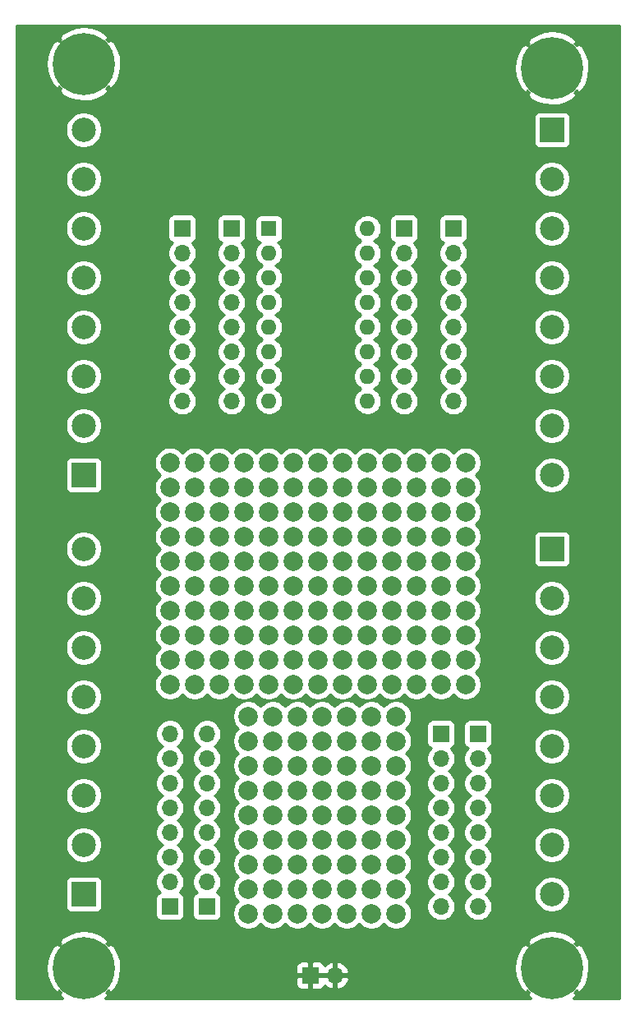
<source format=gbr>
%TF.GenerationSoftware,KiCad,Pcbnew,(5.1.6)-1*%
%TF.CreationDate,2021-07-16T15:09:02-04:00*%
%TF.ProjectId,ProbeMaster,50726f62-654d-4617-9374-65722e6b6963,rev?*%
%TF.SameCoordinates,Original*%
%TF.FileFunction,Copper,L2,Bot*%
%TF.FilePolarity,Positive*%
%FSLAX46Y46*%
G04 Gerber Fmt 4.6, Leading zero omitted, Abs format (unit mm)*
G04 Created by KiCad (PCBNEW (5.1.6)-1) date 2021-07-16 15:09:02*
%MOMM*%
%LPD*%
G01*
G04 APERTURE LIST*
%TA.AperFunction,ComponentPad*%
%ADD10C,2.000000*%
%TD*%
%TA.AperFunction,ComponentPad*%
%ADD11R,2.500000X2.500000*%
%TD*%
%TA.AperFunction,ComponentPad*%
%ADD12C,2.500000*%
%TD*%
%TA.AperFunction,ComponentPad*%
%ADD13C,6.400000*%
%TD*%
%TA.AperFunction,ComponentPad*%
%ADD14C,0.800000*%
%TD*%
%TA.AperFunction,ComponentPad*%
%ADD15O,1.700000X1.700000*%
%TD*%
%TA.AperFunction,ComponentPad*%
%ADD16R,1.700000X1.700000*%
%TD*%
%TA.AperFunction,ComponentPad*%
%ADD17R,1.600000X1.600000*%
%TD*%
%TA.AperFunction,ComponentPad*%
%ADD18O,1.600000X1.600000*%
%TD*%
%TA.AperFunction,ViaPad*%
%ADD19C,0.800000*%
%TD*%
%TA.AperFunction,Conductor*%
%ADD20C,0.254000*%
%TD*%
G04 APERTURE END LIST*
D10*
%TO.P,,1*%
%TO.N,N/C*%
X199840000Y-136620000D03*
%TD*%
%TO.P,,1*%
%TO.N,N/C*%
X197300000Y-136620000D03*
%TD*%
%TO.P,,1*%
%TO.N,N/C*%
X194760000Y-136620000D03*
%TD*%
%TO.P,,1*%
%TO.N,N/C*%
X192220000Y-136620000D03*
%TD*%
%TO.P,,1*%
%TO.N,N/C*%
X189680000Y-136620000D03*
%TD*%
%TO.P,,1*%
%TO.N,N/C*%
X187140000Y-136620000D03*
%TD*%
%TO.P,,1*%
%TO.N,N/C*%
X184600000Y-136620000D03*
%TD*%
%TO.P,,1*%
%TO.N,N/C*%
X199840000Y-134080000D03*
%TD*%
%TO.P,,1*%
%TO.N,N/C*%
X197300000Y-134080000D03*
%TD*%
%TO.P,,1*%
%TO.N,N/C*%
X194760000Y-134080000D03*
%TD*%
%TO.P,,1*%
%TO.N,N/C*%
X192220000Y-134080000D03*
%TD*%
%TO.P,,1*%
%TO.N,N/C*%
X189680000Y-134080000D03*
%TD*%
%TO.P,,1*%
%TO.N,N/C*%
X187140000Y-134080000D03*
%TD*%
%TO.P,,1*%
%TO.N,N/C*%
X184600000Y-134080000D03*
%TD*%
%TO.P,,1*%
%TO.N,N/C*%
X199840000Y-131540000D03*
%TD*%
%TO.P,,1*%
%TO.N,N/C*%
X197300000Y-131540000D03*
%TD*%
%TO.P,,1*%
%TO.N,N/C*%
X194760000Y-131540000D03*
%TD*%
%TO.P,,1*%
%TO.N,N/C*%
X192220000Y-131540000D03*
%TD*%
%TO.P,,1*%
%TO.N,N/C*%
X189680000Y-131540000D03*
%TD*%
%TO.P,,1*%
%TO.N,N/C*%
X187140000Y-131540000D03*
%TD*%
%TO.P,,1*%
%TO.N,N/C*%
X184600000Y-131540000D03*
%TD*%
%TO.P,,1*%
%TO.N,N/C*%
X199840000Y-129000000D03*
%TD*%
%TO.P,,1*%
%TO.N,N/C*%
X197300000Y-129000000D03*
%TD*%
%TO.P,,1*%
%TO.N,N/C*%
X194760000Y-129000000D03*
%TD*%
%TO.P,,1*%
%TO.N,N/C*%
X192220000Y-129000000D03*
%TD*%
%TO.P,,1*%
%TO.N,N/C*%
X189680000Y-129000000D03*
%TD*%
%TO.P,,1*%
%TO.N,N/C*%
X187140000Y-129000000D03*
%TD*%
%TO.P,,1*%
%TO.N,N/C*%
X184600000Y-129000000D03*
%TD*%
%TO.P,,1*%
%TO.N,N/C*%
X199840000Y-126460000D03*
%TD*%
%TO.P,,1*%
%TO.N,N/C*%
X197300000Y-126460000D03*
%TD*%
%TO.P,,1*%
%TO.N,N/C*%
X194760000Y-126460000D03*
%TD*%
%TO.P,,1*%
%TO.N,N/C*%
X192220000Y-126460000D03*
%TD*%
%TO.P,,1*%
%TO.N,N/C*%
X189680000Y-126460000D03*
%TD*%
%TO.P,,1*%
%TO.N,N/C*%
X187140000Y-126460000D03*
%TD*%
%TO.P,,1*%
%TO.N,N/C*%
X184600000Y-126460000D03*
%TD*%
%TO.P,,1*%
%TO.N,N/C*%
X199840000Y-123920000D03*
%TD*%
%TO.P,,1*%
%TO.N,N/C*%
X197300000Y-123920000D03*
%TD*%
%TO.P,,1*%
%TO.N,N/C*%
X194760000Y-123920000D03*
%TD*%
%TO.P,,1*%
%TO.N,N/C*%
X192220000Y-123920000D03*
%TD*%
%TO.P,,1*%
%TO.N,N/C*%
X189680000Y-123920000D03*
%TD*%
%TO.P,,1*%
%TO.N,N/C*%
X187140000Y-123920000D03*
%TD*%
%TO.P,,1*%
%TO.N,N/C*%
X184600000Y-123920000D03*
%TD*%
%TO.P,,1*%
%TO.N,N/C*%
X199840000Y-121380000D03*
%TD*%
%TO.P,,1*%
%TO.N,N/C*%
X197300000Y-121380000D03*
%TD*%
%TO.P,,1*%
%TO.N,N/C*%
X194760000Y-121380000D03*
%TD*%
%TO.P,,1*%
%TO.N,N/C*%
X192220000Y-121380000D03*
%TD*%
%TO.P,,1*%
%TO.N,N/C*%
X189680000Y-121380000D03*
%TD*%
%TO.P,,1*%
%TO.N,N/C*%
X187140000Y-121380000D03*
%TD*%
%TO.P,,1*%
%TO.N,N/C*%
X184600000Y-121380000D03*
%TD*%
%TO.P,,1*%
%TO.N,N/C*%
X199840000Y-118840000D03*
%TD*%
%TO.P,,1*%
%TO.N,N/C*%
X197300000Y-118840000D03*
%TD*%
%TO.P,,1*%
%TO.N,N/C*%
X194760000Y-118840000D03*
%TD*%
%TO.P,,1*%
%TO.N,N/C*%
X192220000Y-118840000D03*
%TD*%
%TO.P,,1*%
%TO.N,N/C*%
X189680000Y-118840000D03*
%TD*%
%TO.P,,1*%
%TO.N,N/C*%
X187140000Y-118840000D03*
%TD*%
%TO.P,,1*%
%TO.N,N/C*%
X184600000Y-118840000D03*
%TD*%
%TO.P,,1*%
%TO.N,N/C*%
X199840000Y-116300000D03*
%TD*%
%TO.P,,1*%
%TO.N,N/C*%
X197300000Y-116300000D03*
%TD*%
%TO.P,,1*%
%TO.N,N/C*%
X194760000Y-116300000D03*
%TD*%
%TO.P,,1*%
%TO.N,N/C*%
X192220000Y-116300000D03*
%TD*%
%TO.P,,1*%
%TO.N,N/C*%
X189680000Y-116300000D03*
%TD*%
%TO.P,,1*%
%TO.N,N/C*%
X187140000Y-116300000D03*
%TD*%
%TO.P,,1*%
%TO.N,N/C*%
X184600000Y-116300000D03*
%TD*%
D11*
%TO.P,J5,1*%
%TO.N,Net-(J3-Pad1)*%
X215900000Y-55880000D03*
D12*
%TO.P,J5,2*%
%TO.N,Net-(J3-Pad2)*%
X215900000Y-60960000D03*
%TO.P,J5,3*%
%TO.N,Net-(J3-Pad3)*%
X215900000Y-66040000D03*
%TO.P,J5,4*%
%TO.N,Net-(J3-Pad4)*%
X215900000Y-71120000D03*
%TO.P,J5,5*%
%TO.N,Net-(J3-Pad5)*%
X215900000Y-76200000D03*
%TO.P,J5,6*%
%TO.N,Net-(J3-Pad6)*%
X215900000Y-81280000D03*
%TO.P,J5,7*%
%TO.N,Net-(J3-Pad7)*%
X215900000Y-86360000D03*
%TO.P,J5,8*%
%TO.N,Net-(J3-Pad8)*%
X215900000Y-91440000D03*
%TD*%
D13*
%TO.P,REF\u002A\u002A,1*%
%TO.N,GND*%
X167640000Y-142240000D03*
D14*
%TO.N,N/C*%
X170040000Y-142240000D03*
X169337056Y-143937056D03*
X167640000Y-144640000D03*
X165942944Y-143937056D03*
X165240000Y-142240000D03*
X165942944Y-140542944D03*
X167640000Y-139840000D03*
X169337056Y-140542944D03*
%TD*%
%TO.P,REF\u002A\u002A,1*%
%TO.N,N/C*%
X217597056Y-140542944D03*
X215900000Y-139840000D03*
X214202944Y-140542944D03*
X213500000Y-142240000D03*
X214202944Y-143937056D03*
X215900000Y-144640000D03*
X217597056Y-143937056D03*
X218300000Y-142240000D03*
D13*
%TO.N,GND*%
X215900000Y-142240000D03*
%TD*%
%TO.P,REF\u002A\u002A,1*%
%TO.N,GND*%
X215900000Y-49530000D03*
D14*
%TO.N,N/C*%
X218300000Y-49530000D03*
X217597056Y-51227056D03*
X215900000Y-51930000D03*
X214202944Y-51227056D03*
X213500000Y-49530000D03*
X214202944Y-47832944D03*
X215900000Y-47130000D03*
X217597056Y-47832944D03*
%TD*%
%TO.P,REF\u002A\u002A,1*%
%TO.N,N/C*%
X169337056Y-47405888D03*
X167640000Y-46702944D03*
X165942944Y-47405888D03*
X165240000Y-49102944D03*
X165942944Y-50800000D03*
X167640000Y-51502944D03*
X169337056Y-50800000D03*
X170040000Y-49102944D03*
D13*
%TO.N,GND*%
X167640000Y-49102944D03*
%TD*%
D10*
%TO.P,,1*%
%TO.N,N/C*%
X207010000Y-113030000D03*
%TD*%
%TO.P,,1*%
%TO.N,N/C*%
X204470000Y-113030000D03*
%TD*%
%TO.P,,1*%
%TO.N,N/C*%
X201930000Y-113030000D03*
%TD*%
%TO.P,,1*%
%TO.N,N/C*%
X199390000Y-113030000D03*
%TD*%
%TO.P,,1*%
%TO.N,N/C*%
X196850000Y-113030000D03*
%TD*%
%TO.P,,1*%
%TO.N,N/C*%
X194310000Y-113030000D03*
%TD*%
%TO.P,,1*%
%TO.N,N/C*%
X191770000Y-113030000D03*
%TD*%
%TO.P,,1*%
%TO.N,N/C*%
X189230000Y-113030000D03*
%TD*%
%TO.P,,1*%
%TO.N,N/C*%
X186690000Y-113030000D03*
%TD*%
%TO.P,,1*%
%TO.N,N/C*%
X184150000Y-113030000D03*
%TD*%
%TO.P,,1*%
%TO.N,N/C*%
X181610000Y-113030000D03*
%TD*%
%TO.P,,1*%
%TO.N,N/C*%
X179070000Y-113030000D03*
%TD*%
%TO.P,,1*%
%TO.N,N/C*%
X176530000Y-113030000D03*
%TD*%
%TO.P,,1*%
%TO.N,N/C*%
X207010000Y-110490000D03*
%TD*%
%TO.P,,1*%
%TO.N,N/C*%
X204470000Y-110490000D03*
%TD*%
%TO.P,,1*%
%TO.N,N/C*%
X201930000Y-110490000D03*
%TD*%
%TO.P,,1*%
%TO.N,N/C*%
X199390000Y-110490000D03*
%TD*%
%TO.P,,1*%
%TO.N,N/C*%
X196850000Y-110490000D03*
%TD*%
%TO.P,,1*%
%TO.N,N/C*%
X194310000Y-110490000D03*
%TD*%
%TO.P,,1*%
%TO.N,N/C*%
X191770000Y-110490000D03*
%TD*%
%TO.P,,1*%
%TO.N,N/C*%
X189230000Y-110490000D03*
%TD*%
%TO.P,,1*%
%TO.N,N/C*%
X186690000Y-110490000D03*
%TD*%
%TO.P,,1*%
%TO.N,N/C*%
X184150000Y-110490000D03*
%TD*%
%TO.P,,1*%
%TO.N,N/C*%
X181610000Y-110490000D03*
%TD*%
%TO.P,,1*%
%TO.N,N/C*%
X179070000Y-110490000D03*
%TD*%
%TO.P,,1*%
%TO.N,N/C*%
X176530000Y-110490000D03*
%TD*%
%TO.P,,1*%
%TO.N,N/C*%
X207010000Y-107950000D03*
%TD*%
%TO.P,,1*%
%TO.N,N/C*%
X204470000Y-107950000D03*
%TD*%
%TO.P,,1*%
%TO.N,N/C*%
X201930000Y-107950000D03*
%TD*%
%TO.P,,1*%
%TO.N,N/C*%
X199390000Y-107950000D03*
%TD*%
%TO.P,,1*%
%TO.N,N/C*%
X196850000Y-107950000D03*
%TD*%
%TO.P,,1*%
%TO.N,N/C*%
X194310000Y-107950000D03*
%TD*%
%TO.P,,1*%
%TO.N,N/C*%
X191770000Y-107950000D03*
%TD*%
%TO.P,,1*%
%TO.N,N/C*%
X189230000Y-107950000D03*
%TD*%
%TO.P,,1*%
%TO.N,N/C*%
X186690000Y-107950000D03*
%TD*%
%TO.P,,1*%
%TO.N,N/C*%
X184150000Y-107950000D03*
%TD*%
%TO.P,,1*%
%TO.N,N/C*%
X181610000Y-107950000D03*
%TD*%
%TO.P,,1*%
%TO.N,N/C*%
X179070000Y-107950000D03*
%TD*%
%TO.P,,1*%
%TO.N,N/C*%
X176530000Y-107950000D03*
%TD*%
%TO.P,,1*%
%TO.N,N/C*%
X207010000Y-105410000D03*
%TD*%
%TO.P,,1*%
%TO.N,N/C*%
X204470000Y-105410000D03*
%TD*%
%TO.P,,1*%
%TO.N,N/C*%
X201930000Y-105410000D03*
%TD*%
%TO.P,,1*%
%TO.N,N/C*%
X199390000Y-105410000D03*
%TD*%
%TO.P,,1*%
%TO.N,N/C*%
X196850000Y-105410000D03*
%TD*%
%TO.P,,1*%
%TO.N,N/C*%
X194310000Y-105410000D03*
%TD*%
%TO.P,,1*%
%TO.N,N/C*%
X191770000Y-105410000D03*
%TD*%
%TO.P,,1*%
%TO.N,N/C*%
X189230000Y-105410000D03*
%TD*%
%TO.P,,1*%
%TO.N,N/C*%
X186690000Y-105410000D03*
%TD*%
%TO.P,,1*%
%TO.N,N/C*%
X184150000Y-105410000D03*
%TD*%
%TO.P,,1*%
%TO.N,N/C*%
X181610000Y-105410000D03*
%TD*%
%TO.P,,1*%
%TO.N,N/C*%
X179070000Y-105410000D03*
%TD*%
%TO.P,,1*%
%TO.N,N/C*%
X176530000Y-105410000D03*
%TD*%
%TO.P,,1*%
%TO.N,N/C*%
X207010000Y-102870000D03*
%TD*%
%TO.P,,1*%
%TO.N,N/C*%
X204470000Y-102870000D03*
%TD*%
%TO.P,,1*%
%TO.N,N/C*%
X201930000Y-102870000D03*
%TD*%
%TO.P,,1*%
%TO.N,N/C*%
X199390000Y-102870000D03*
%TD*%
%TO.P,,1*%
%TO.N,N/C*%
X196850000Y-102870000D03*
%TD*%
%TO.P,,1*%
%TO.N,N/C*%
X194310000Y-102870000D03*
%TD*%
%TO.P,,1*%
%TO.N,N/C*%
X191770000Y-102870000D03*
%TD*%
%TO.P,,1*%
%TO.N,N/C*%
X189230000Y-102870000D03*
%TD*%
%TO.P,,1*%
%TO.N,N/C*%
X186690000Y-102870000D03*
%TD*%
%TO.P,,1*%
%TO.N,N/C*%
X184150000Y-102870000D03*
%TD*%
%TO.P,,1*%
%TO.N,N/C*%
X181610000Y-102870000D03*
%TD*%
%TO.P,,1*%
%TO.N,N/C*%
X179070000Y-102870000D03*
%TD*%
%TO.P,,1*%
%TO.N,N/C*%
X176530000Y-102870000D03*
%TD*%
%TO.P,,1*%
%TO.N,N/C*%
X207010000Y-100330000D03*
%TD*%
%TO.P,,1*%
%TO.N,N/C*%
X204470000Y-100330000D03*
%TD*%
%TO.P,,1*%
%TO.N,N/C*%
X201930000Y-100330000D03*
%TD*%
%TO.P,,1*%
%TO.N,N/C*%
X199390000Y-100330000D03*
%TD*%
%TO.P,,1*%
%TO.N,N/C*%
X196850000Y-100330000D03*
%TD*%
%TO.P,,1*%
%TO.N,N/C*%
X194310000Y-100330000D03*
%TD*%
%TO.P,,1*%
%TO.N,N/C*%
X191770000Y-100330000D03*
%TD*%
%TO.P,,1*%
%TO.N,N/C*%
X189230000Y-100330000D03*
%TD*%
%TO.P,,1*%
%TO.N,N/C*%
X186690000Y-100330000D03*
%TD*%
%TO.P,,1*%
%TO.N,N/C*%
X184150000Y-100330000D03*
%TD*%
%TO.P,,1*%
%TO.N,N/C*%
X181610000Y-100330000D03*
%TD*%
%TO.P,,1*%
%TO.N,N/C*%
X179070000Y-100330000D03*
%TD*%
%TO.P,,1*%
%TO.N,N/C*%
X176530000Y-100330000D03*
%TD*%
%TO.P,,1*%
%TO.N,N/C*%
X207010000Y-97790000D03*
%TD*%
%TO.P,,1*%
%TO.N,N/C*%
X204470000Y-97790000D03*
%TD*%
%TO.P,,1*%
%TO.N,N/C*%
X201930000Y-97790000D03*
%TD*%
%TO.P,,1*%
%TO.N,N/C*%
X199390000Y-97790000D03*
%TD*%
%TO.P,,1*%
%TO.N,N/C*%
X196850000Y-97790000D03*
%TD*%
%TO.P,,1*%
%TO.N,N/C*%
X194310000Y-97790000D03*
%TD*%
%TO.P,,1*%
%TO.N,N/C*%
X191770000Y-97790000D03*
%TD*%
%TO.P,,1*%
%TO.N,N/C*%
X189230000Y-97790000D03*
%TD*%
%TO.P,,1*%
%TO.N,N/C*%
X186690000Y-97790000D03*
%TD*%
%TO.P,,1*%
%TO.N,N/C*%
X184150000Y-97790000D03*
%TD*%
%TO.P,,1*%
%TO.N,N/C*%
X181610000Y-97790000D03*
%TD*%
%TO.P,,1*%
%TO.N,N/C*%
X179070000Y-97790000D03*
%TD*%
%TO.P,,1*%
%TO.N,N/C*%
X176530000Y-97790000D03*
%TD*%
%TO.P,,1*%
%TO.N,N/C*%
X207010000Y-95250000D03*
%TD*%
%TO.P,,1*%
%TO.N,N/C*%
X204470000Y-95250000D03*
%TD*%
%TO.P,,1*%
%TO.N,N/C*%
X201930000Y-95250000D03*
%TD*%
%TO.P,,1*%
%TO.N,N/C*%
X199390000Y-95250000D03*
%TD*%
%TO.P,,1*%
%TO.N,N/C*%
X196850000Y-95250000D03*
%TD*%
%TO.P,,1*%
%TO.N,N/C*%
X194310000Y-95250000D03*
%TD*%
%TO.P,,1*%
%TO.N,N/C*%
X191770000Y-95250000D03*
%TD*%
%TO.P,,1*%
%TO.N,N/C*%
X189230000Y-95250000D03*
%TD*%
%TO.P,,1*%
%TO.N,N/C*%
X186690000Y-95250000D03*
%TD*%
%TO.P,,1*%
%TO.N,N/C*%
X184150000Y-95250000D03*
%TD*%
%TO.P,,1*%
%TO.N,N/C*%
X181610000Y-95250000D03*
%TD*%
%TO.P,,1*%
%TO.N,N/C*%
X179070000Y-95250000D03*
%TD*%
%TO.P,,1*%
%TO.N,N/C*%
X176530000Y-95250000D03*
%TD*%
%TO.P,,1*%
%TO.N,N/C*%
X207010000Y-92710000D03*
%TD*%
%TO.P,,1*%
%TO.N,N/C*%
X204470000Y-92710000D03*
%TD*%
%TO.P,,1*%
%TO.N,N/C*%
X201930000Y-92710000D03*
%TD*%
%TO.P,,1*%
%TO.N,N/C*%
X199390000Y-92710000D03*
%TD*%
%TO.P,,1*%
%TO.N,N/C*%
X196850000Y-92710000D03*
%TD*%
%TO.P,,1*%
%TO.N,N/C*%
X194310000Y-92710000D03*
%TD*%
%TO.P,,1*%
%TO.N,N/C*%
X191770000Y-92710000D03*
%TD*%
%TO.P,,1*%
%TO.N,N/C*%
X189230000Y-92710000D03*
%TD*%
%TO.P,,1*%
%TO.N,N/C*%
X186690000Y-92710000D03*
%TD*%
%TO.P,,1*%
%TO.N,N/C*%
X184150000Y-92710000D03*
%TD*%
%TO.P,,1*%
%TO.N,N/C*%
X181610000Y-92710000D03*
%TD*%
%TO.P,,1*%
%TO.N,N/C*%
X179070000Y-92710000D03*
%TD*%
%TO.P,,1*%
%TO.N,N/C*%
X176530000Y-92710000D03*
%TD*%
%TO.P,,1*%
%TO.N,N/C*%
X207010000Y-90170000D03*
%TD*%
%TO.P,,1*%
%TO.N,N/C*%
X204470000Y-90170000D03*
%TD*%
%TO.P,,1*%
%TO.N,N/C*%
X201930000Y-90170000D03*
%TD*%
%TO.P,,1*%
%TO.N,N/C*%
X199390000Y-90170000D03*
%TD*%
%TO.P,,1*%
%TO.N,N/C*%
X196850000Y-90170000D03*
%TD*%
%TO.P,,1*%
%TO.N,N/C*%
X194310000Y-90170000D03*
%TD*%
%TO.P,,1*%
%TO.N,N/C*%
X191770000Y-90170000D03*
%TD*%
%TO.P,,1*%
%TO.N,N/C*%
X189230000Y-90170000D03*
%TD*%
%TO.P,,1*%
%TO.N,N/C*%
X186690000Y-90170000D03*
%TD*%
%TO.P,,1*%
%TO.N,N/C*%
X184150000Y-90170000D03*
%TD*%
%TO.P,,1*%
%TO.N,N/C*%
X181610000Y-90170000D03*
%TD*%
%TO.P,,1*%
%TO.N,N/C*%
X179070000Y-90170000D03*
%TD*%
%TO.P,,1*%
%TO.N,N/C*%
X176530000Y-90170000D03*
%TD*%
D15*
%TO.P,J1,8*%
%TO.N,Net-(J1-Pad8)*%
X182880000Y-83820000D03*
%TO.P,J1,7*%
%TO.N,Net-(J1-Pad7)*%
X182880000Y-81280000D03*
%TO.P,J1,6*%
%TO.N,Net-(J1-Pad6)*%
X182880000Y-78740000D03*
%TO.P,J1,5*%
%TO.N,Net-(J1-Pad5)*%
X182880000Y-76200000D03*
%TO.P,J1,4*%
%TO.N,Net-(J1-Pad4)*%
X182880000Y-73660000D03*
%TO.P,J1,3*%
%TO.N,Net-(J1-Pad3)*%
X182880000Y-71120000D03*
%TO.P,J1,2*%
%TO.N,Net-(J1-Pad2)*%
X182880000Y-68580000D03*
D16*
%TO.P,J1,1*%
%TO.N,Net-(J1-Pad1)*%
X182880000Y-66040000D03*
%TD*%
%TO.P,J2,1*%
%TO.N,Net-(J1-Pad1)*%
X177800000Y-66040000D03*
D15*
%TO.P,J2,2*%
%TO.N,Net-(J1-Pad2)*%
X177800000Y-68580000D03*
%TO.P,J2,3*%
%TO.N,Net-(J1-Pad3)*%
X177800000Y-71120000D03*
%TO.P,J2,4*%
%TO.N,Net-(J1-Pad4)*%
X177800000Y-73660000D03*
%TO.P,J2,5*%
%TO.N,Net-(J1-Pad5)*%
X177800000Y-76200000D03*
%TO.P,J2,6*%
%TO.N,Net-(J1-Pad6)*%
X177800000Y-78740000D03*
%TO.P,J2,7*%
%TO.N,Net-(J1-Pad7)*%
X177800000Y-81280000D03*
%TO.P,J2,8*%
%TO.N,Net-(J1-Pad8)*%
X177800000Y-83820000D03*
%TD*%
%TO.P,J3,8*%
%TO.N,Net-(J3-Pad8)*%
X200660000Y-83820000D03*
%TO.P,J3,7*%
%TO.N,Net-(J3-Pad7)*%
X200660000Y-81280000D03*
%TO.P,J3,6*%
%TO.N,Net-(J3-Pad6)*%
X200660000Y-78740000D03*
%TO.P,J3,5*%
%TO.N,Net-(J3-Pad5)*%
X200660000Y-76200000D03*
%TO.P,J3,4*%
%TO.N,Net-(J3-Pad4)*%
X200660000Y-73660000D03*
%TO.P,J3,3*%
%TO.N,Net-(J3-Pad3)*%
X200660000Y-71120000D03*
%TO.P,J3,2*%
%TO.N,Net-(J3-Pad2)*%
X200660000Y-68580000D03*
D16*
%TO.P,J3,1*%
%TO.N,Net-(J3-Pad1)*%
X200660000Y-66040000D03*
%TD*%
%TO.P,J4,1*%
%TO.N,Net-(J3-Pad1)*%
X205740000Y-66040000D03*
D15*
%TO.P,J4,2*%
%TO.N,Net-(J3-Pad2)*%
X205740000Y-68580000D03*
%TO.P,J4,3*%
%TO.N,Net-(J3-Pad3)*%
X205740000Y-71120000D03*
%TO.P,J4,4*%
%TO.N,Net-(J3-Pad4)*%
X205740000Y-73660000D03*
%TO.P,J4,5*%
%TO.N,Net-(J3-Pad5)*%
X205740000Y-76200000D03*
%TO.P,J4,6*%
%TO.N,Net-(J3-Pad6)*%
X205740000Y-78740000D03*
%TO.P,J4,7*%
%TO.N,Net-(J3-Pad7)*%
X205740000Y-81280000D03*
%TO.P,J4,8*%
%TO.N,Net-(J3-Pad8)*%
X205740000Y-83820000D03*
%TD*%
D11*
%TO.P,J6,1*%
%TO.N,Net-(J6-Pad1)*%
X215900000Y-99060000D03*
D12*
%TO.P,J6,2*%
%TO.N,Net-(J6-Pad2)*%
X215900000Y-104140000D03*
%TO.P,J6,3*%
%TO.N,Net-(J6-Pad3)*%
X215900000Y-109220000D03*
%TO.P,J6,4*%
%TO.N,Net-(J6-Pad4)*%
X215900000Y-114300000D03*
%TO.P,J6,5*%
%TO.N,Net-(J6-Pad5)*%
X215900000Y-119380000D03*
%TO.P,J6,6*%
%TO.N,Net-(J6-Pad6)*%
X215900000Y-124460000D03*
%TO.P,J6,7*%
%TO.N,Net-(J6-Pad7)*%
X215900000Y-129540000D03*
%TO.P,J6,8*%
%TO.N,Net-(J6-Pad8)*%
X215900000Y-134620000D03*
%TD*%
%TO.P,J7,8*%
%TO.N,Net-(J1-Pad1)*%
X167640000Y-55880000D03*
%TO.P,J7,7*%
%TO.N,Net-(J1-Pad2)*%
X167640000Y-60960000D03*
%TO.P,J7,6*%
%TO.N,Net-(J1-Pad3)*%
X167640000Y-66040000D03*
%TO.P,J7,5*%
%TO.N,Net-(J1-Pad4)*%
X167640000Y-71120000D03*
%TO.P,J7,4*%
%TO.N,Net-(J1-Pad5)*%
X167640000Y-76200000D03*
%TO.P,J7,3*%
%TO.N,Net-(J1-Pad6)*%
X167640000Y-81280000D03*
%TO.P,J7,2*%
%TO.N,Net-(J1-Pad7)*%
X167640000Y-86360000D03*
D11*
%TO.P,J7,1*%
%TO.N,Net-(J1-Pad8)*%
X167640000Y-91440000D03*
%TD*%
D15*
%TO.P,J8,8*%
%TO.N,Net-(J6-Pad8)*%
X208280000Y-135890000D03*
%TO.P,J8,7*%
%TO.N,Net-(J6-Pad7)*%
X208280000Y-133350000D03*
%TO.P,J8,6*%
%TO.N,Net-(J6-Pad6)*%
X208280000Y-130810000D03*
%TO.P,J8,5*%
%TO.N,Net-(J6-Pad5)*%
X208280000Y-128270000D03*
%TO.P,J8,4*%
%TO.N,Net-(J6-Pad4)*%
X208280000Y-125730000D03*
%TO.P,J8,3*%
%TO.N,Net-(J6-Pad3)*%
X208280000Y-123190000D03*
%TO.P,J8,2*%
%TO.N,Net-(J6-Pad2)*%
X208280000Y-120650000D03*
D16*
%TO.P,J8,1*%
%TO.N,Net-(J6-Pad1)*%
X208280000Y-118110000D03*
%TD*%
%TO.P,J9,1*%
%TO.N,Net-(J6-Pad1)*%
X204470000Y-118110000D03*
D15*
%TO.P,J9,2*%
%TO.N,Net-(J6-Pad2)*%
X204470000Y-120650000D03*
%TO.P,J9,3*%
%TO.N,Net-(J6-Pad3)*%
X204470000Y-123190000D03*
%TO.P,J9,4*%
%TO.N,Net-(J6-Pad4)*%
X204470000Y-125730000D03*
%TO.P,J9,5*%
%TO.N,Net-(J6-Pad5)*%
X204470000Y-128270000D03*
%TO.P,J9,6*%
%TO.N,Net-(J6-Pad6)*%
X204470000Y-130810000D03*
%TO.P,J9,7*%
%TO.N,Net-(J6-Pad7)*%
X204470000Y-133350000D03*
%TO.P,J9,8*%
%TO.N,Net-(J6-Pad8)*%
X204470000Y-135890000D03*
%TD*%
D16*
%TO.P,J10,1*%
%TO.N,Net-(J10-Pad1)*%
X180340000Y-135890000D03*
D15*
%TO.P,J10,2*%
%TO.N,Net-(J10-Pad2)*%
X180340000Y-133350000D03*
%TO.P,J10,3*%
%TO.N,Net-(J10-Pad3)*%
X180340000Y-130810000D03*
%TO.P,J10,4*%
%TO.N,Net-(J10-Pad4)*%
X180340000Y-128270000D03*
%TO.P,J10,5*%
%TO.N,Net-(J10-Pad5)*%
X180340000Y-125730000D03*
%TO.P,J10,6*%
%TO.N,Net-(J10-Pad6)*%
X180340000Y-123190000D03*
%TO.P,J10,7*%
%TO.N,Net-(J10-Pad7)*%
X180340000Y-120650000D03*
%TO.P,J10,8*%
%TO.N,Net-(J10-Pad8)*%
X180340000Y-118110000D03*
%TD*%
%TO.P,J11,8*%
%TO.N,Net-(J10-Pad8)*%
X176530000Y-118110000D03*
%TO.P,J11,7*%
%TO.N,Net-(J10-Pad7)*%
X176530000Y-120650000D03*
%TO.P,J11,6*%
%TO.N,Net-(J10-Pad6)*%
X176530000Y-123190000D03*
%TO.P,J11,5*%
%TO.N,Net-(J10-Pad5)*%
X176530000Y-125730000D03*
%TO.P,J11,4*%
%TO.N,Net-(J10-Pad4)*%
X176530000Y-128270000D03*
%TO.P,J11,3*%
%TO.N,Net-(J10-Pad3)*%
X176530000Y-130810000D03*
%TO.P,J11,2*%
%TO.N,Net-(J10-Pad2)*%
X176530000Y-133350000D03*
D16*
%TO.P,J11,1*%
%TO.N,Net-(J10-Pad1)*%
X176530000Y-135890000D03*
%TD*%
D12*
%TO.P,J12,8*%
%TO.N,Net-(J10-Pad8)*%
X167640000Y-99060000D03*
%TO.P,J12,7*%
%TO.N,Net-(J10-Pad7)*%
X167640000Y-104140000D03*
%TO.P,J12,6*%
%TO.N,Net-(J10-Pad6)*%
X167640000Y-109220000D03*
%TO.P,J12,5*%
%TO.N,Net-(J10-Pad5)*%
X167640000Y-114300000D03*
%TO.P,J12,4*%
%TO.N,Net-(J10-Pad4)*%
X167640000Y-119380000D03*
%TO.P,J12,3*%
%TO.N,Net-(J10-Pad3)*%
X167640000Y-124460000D03*
%TO.P,J12,2*%
%TO.N,Net-(J10-Pad2)*%
X167640000Y-129540000D03*
D11*
%TO.P,J12,1*%
%TO.N,Net-(J10-Pad1)*%
X167640000Y-134620000D03*
%TD*%
D17*
%TO.P,SW1,1*%
%TO.N,Net-(J1-Pad1)*%
X186740800Y-66040000D03*
D18*
%TO.P,SW1,9*%
%TO.N,Net-(J3-Pad8)*%
X196900800Y-83820000D03*
%TO.P,SW1,2*%
%TO.N,Net-(J1-Pad2)*%
X186740800Y-68580000D03*
%TO.P,SW1,10*%
%TO.N,Net-(J3-Pad7)*%
X196900800Y-81280000D03*
%TO.P,SW1,3*%
%TO.N,Net-(J1-Pad3)*%
X186740800Y-71120000D03*
%TO.P,SW1,11*%
%TO.N,Net-(J3-Pad6)*%
X196900800Y-78740000D03*
%TO.P,SW1,4*%
%TO.N,Net-(J1-Pad4)*%
X186740800Y-73660000D03*
%TO.P,SW1,12*%
%TO.N,Net-(J3-Pad5)*%
X196900800Y-76200000D03*
%TO.P,SW1,5*%
%TO.N,Net-(J1-Pad5)*%
X186740800Y-76200000D03*
%TO.P,SW1,13*%
%TO.N,Net-(J3-Pad4)*%
X196900800Y-73660000D03*
%TO.P,SW1,6*%
%TO.N,Net-(J1-Pad6)*%
X186740800Y-78740000D03*
%TO.P,SW1,14*%
%TO.N,Net-(J3-Pad3)*%
X196900800Y-71120000D03*
%TO.P,SW1,7*%
%TO.N,Net-(J1-Pad7)*%
X186740800Y-81280000D03*
%TO.P,SW1,15*%
%TO.N,Net-(J3-Pad2)*%
X196900800Y-68580000D03*
%TO.P,SW1,8*%
%TO.N,Net-(J1-Pad8)*%
X186740800Y-83820000D03*
%TO.P,SW1,16*%
%TO.N,Net-(J3-Pad1)*%
X196900800Y-66040000D03*
%TD*%
D16*
%TO.P,GND,1*%
%TO.N,GND*%
X191000000Y-143000000D03*
D15*
%TO.P,GND,2*%
X193540000Y-143000000D03*
%TD*%
D19*
%TO.N,GND*%
X173000000Y-49000000D03*
X211000000Y-49000000D03*
X172000000Y-139000000D03*
X211000000Y-139000000D03*
X165000000Y-96000000D03*
X219000000Y-95000000D03*
%TD*%
D20*
%TO.N,GND*%
G36*
X222835001Y-145365000D02*
G01*
X218109304Y-145365000D01*
X218421276Y-144940881D01*
X218235584Y-144755189D01*
X218256830Y-144740993D01*
X218400993Y-144596830D01*
X218415189Y-144575584D01*
X218600881Y-144761276D01*
X219090548Y-144401088D01*
X219450849Y-143737118D01*
X219674694Y-143015615D01*
X219753480Y-142264305D01*
X219684178Y-141512062D01*
X219469452Y-140787792D01*
X219117555Y-140119330D01*
X219090548Y-140078912D01*
X218600881Y-139718724D01*
X218415189Y-139904416D01*
X218400993Y-139883170D01*
X218256830Y-139739007D01*
X218235584Y-139724811D01*
X218421276Y-139539119D01*
X218061088Y-139049452D01*
X217397118Y-138689151D01*
X216675615Y-138465306D01*
X215924305Y-138386520D01*
X215172062Y-138455822D01*
X214447792Y-138670548D01*
X213779330Y-139022445D01*
X213738912Y-139049452D01*
X213378724Y-139539119D01*
X213564416Y-139724811D01*
X213543170Y-139739007D01*
X213399007Y-139883170D01*
X213384811Y-139904416D01*
X213199119Y-139718724D01*
X212709452Y-140078912D01*
X212349151Y-140742882D01*
X212125306Y-141464385D01*
X212046520Y-142215695D01*
X212115822Y-142967938D01*
X212330548Y-143692208D01*
X212682445Y-144360670D01*
X212709452Y-144401088D01*
X213199119Y-144761276D01*
X213384811Y-144575584D01*
X213399007Y-144596830D01*
X213543170Y-144740993D01*
X213564416Y-144755189D01*
X213378724Y-144940881D01*
X213690696Y-145365000D01*
X169849304Y-145365000D01*
X170161276Y-144940881D01*
X169975584Y-144755189D01*
X169996830Y-144740993D01*
X170140993Y-144596830D01*
X170155189Y-144575584D01*
X170340881Y-144761276D01*
X170830548Y-144401088D01*
X171129593Y-143850000D01*
X189511928Y-143850000D01*
X189524188Y-143974482D01*
X189560498Y-144094180D01*
X189619463Y-144204494D01*
X189698815Y-144301185D01*
X189795506Y-144380537D01*
X189905820Y-144439502D01*
X190025518Y-144475812D01*
X190150000Y-144488072D01*
X190714250Y-144485000D01*
X190873000Y-144326250D01*
X190873000Y-143127000D01*
X191127000Y-143127000D01*
X191127000Y-144326250D01*
X191285750Y-144485000D01*
X191850000Y-144488072D01*
X191974482Y-144475812D01*
X192094180Y-144439502D01*
X192204494Y-144380537D01*
X192301185Y-144301185D01*
X192380537Y-144204494D01*
X192439502Y-144094180D01*
X192463966Y-144013534D01*
X192539731Y-144097588D01*
X192773080Y-144271641D01*
X193035901Y-144396825D01*
X193183110Y-144441476D01*
X193413000Y-144320155D01*
X193413000Y-143127000D01*
X193667000Y-143127000D01*
X193667000Y-144320155D01*
X193896890Y-144441476D01*
X194044099Y-144396825D01*
X194306920Y-144271641D01*
X194540269Y-144097588D01*
X194735178Y-143881355D01*
X194884157Y-143631252D01*
X194981481Y-143356891D01*
X194860814Y-143127000D01*
X193667000Y-143127000D01*
X193413000Y-143127000D01*
X191127000Y-143127000D01*
X190873000Y-143127000D01*
X189673750Y-143127000D01*
X189515000Y-143285750D01*
X189511928Y-143850000D01*
X171129593Y-143850000D01*
X171190849Y-143737118D01*
X171414694Y-143015615D01*
X171493480Y-142264305D01*
X171482950Y-142150000D01*
X189511928Y-142150000D01*
X189515000Y-142714250D01*
X189673750Y-142873000D01*
X190873000Y-142873000D01*
X190873000Y-141673750D01*
X191127000Y-141673750D01*
X191127000Y-142873000D01*
X193413000Y-142873000D01*
X193413000Y-141679845D01*
X193667000Y-141679845D01*
X193667000Y-142873000D01*
X194860814Y-142873000D01*
X194981481Y-142643109D01*
X194884157Y-142368748D01*
X194735178Y-142118645D01*
X194540269Y-141902412D01*
X194306920Y-141728359D01*
X194044099Y-141603175D01*
X193896890Y-141558524D01*
X193667000Y-141679845D01*
X193413000Y-141679845D01*
X193183110Y-141558524D01*
X193035901Y-141603175D01*
X192773080Y-141728359D01*
X192539731Y-141902412D01*
X192463966Y-141986466D01*
X192439502Y-141905820D01*
X192380537Y-141795506D01*
X192301185Y-141698815D01*
X192204494Y-141619463D01*
X192094180Y-141560498D01*
X191974482Y-141524188D01*
X191850000Y-141511928D01*
X191285750Y-141515000D01*
X191127000Y-141673750D01*
X190873000Y-141673750D01*
X190714250Y-141515000D01*
X190150000Y-141511928D01*
X190025518Y-141524188D01*
X189905820Y-141560498D01*
X189795506Y-141619463D01*
X189698815Y-141698815D01*
X189619463Y-141795506D01*
X189560498Y-141905820D01*
X189524188Y-142025518D01*
X189511928Y-142150000D01*
X171482950Y-142150000D01*
X171424178Y-141512062D01*
X171209452Y-140787792D01*
X170857555Y-140119330D01*
X170830548Y-140078912D01*
X170340881Y-139718724D01*
X170155189Y-139904416D01*
X170140993Y-139883170D01*
X169996830Y-139739007D01*
X169975584Y-139724811D01*
X170161276Y-139539119D01*
X169801088Y-139049452D01*
X169137118Y-138689151D01*
X168415615Y-138465306D01*
X167664305Y-138386520D01*
X166912062Y-138455822D01*
X166187792Y-138670548D01*
X165519330Y-139022445D01*
X165478912Y-139049452D01*
X165118724Y-139539119D01*
X165304416Y-139724811D01*
X165283170Y-139739007D01*
X165139007Y-139883170D01*
X165124811Y-139904416D01*
X164939119Y-139718724D01*
X164449452Y-140078912D01*
X164089151Y-140742882D01*
X163865306Y-141464385D01*
X163786520Y-142215695D01*
X163855822Y-142967938D01*
X164070548Y-143692208D01*
X164422445Y-144360670D01*
X164449452Y-144401088D01*
X164939119Y-144761276D01*
X165124811Y-144575584D01*
X165139007Y-144596830D01*
X165283170Y-144740993D01*
X165304416Y-144755189D01*
X165118724Y-144940881D01*
X165430696Y-145365000D01*
X160705000Y-145365000D01*
X160705000Y-133370000D01*
X165751928Y-133370000D01*
X165751928Y-135870000D01*
X165764188Y-135994482D01*
X165800498Y-136114180D01*
X165859463Y-136224494D01*
X165938815Y-136321185D01*
X166035506Y-136400537D01*
X166145820Y-136459502D01*
X166265518Y-136495812D01*
X166390000Y-136508072D01*
X168890000Y-136508072D01*
X169014482Y-136495812D01*
X169134180Y-136459502D01*
X169244494Y-136400537D01*
X169341185Y-136321185D01*
X169420537Y-136224494D01*
X169479502Y-136114180D01*
X169515812Y-135994482D01*
X169528072Y-135870000D01*
X169528072Y-135040000D01*
X175041928Y-135040000D01*
X175041928Y-136740000D01*
X175054188Y-136864482D01*
X175090498Y-136984180D01*
X175149463Y-137094494D01*
X175228815Y-137191185D01*
X175325506Y-137270537D01*
X175435820Y-137329502D01*
X175555518Y-137365812D01*
X175680000Y-137378072D01*
X177380000Y-137378072D01*
X177504482Y-137365812D01*
X177624180Y-137329502D01*
X177734494Y-137270537D01*
X177831185Y-137191185D01*
X177910537Y-137094494D01*
X177969502Y-136984180D01*
X178005812Y-136864482D01*
X178018072Y-136740000D01*
X178018072Y-135040000D01*
X178851928Y-135040000D01*
X178851928Y-136740000D01*
X178864188Y-136864482D01*
X178900498Y-136984180D01*
X178959463Y-137094494D01*
X179038815Y-137191185D01*
X179135506Y-137270537D01*
X179245820Y-137329502D01*
X179365518Y-137365812D01*
X179490000Y-137378072D01*
X181190000Y-137378072D01*
X181314482Y-137365812D01*
X181434180Y-137329502D01*
X181544494Y-137270537D01*
X181641185Y-137191185D01*
X181720537Y-137094494D01*
X181779502Y-136984180D01*
X181815812Y-136864482D01*
X181828072Y-136740000D01*
X181828072Y-135040000D01*
X181815812Y-134915518D01*
X181779502Y-134795820D01*
X181720537Y-134685506D01*
X181641185Y-134588815D01*
X181544494Y-134509463D01*
X181434180Y-134450498D01*
X181361620Y-134428487D01*
X181493475Y-134296632D01*
X181655990Y-134053411D01*
X181767932Y-133783158D01*
X181825000Y-133496260D01*
X181825000Y-133203740D01*
X181767932Y-132916842D01*
X181655990Y-132646589D01*
X181493475Y-132403368D01*
X181286632Y-132196525D01*
X181112240Y-132080000D01*
X181286632Y-131963475D01*
X181493475Y-131756632D01*
X181655990Y-131513411D01*
X181767932Y-131243158D01*
X181825000Y-130956260D01*
X181825000Y-130663740D01*
X181767932Y-130376842D01*
X181655990Y-130106589D01*
X181493475Y-129863368D01*
X181286632Y-129656525D01*
X181112240Y-129540000D01*
X181286632Y-129423475D01*
X181493475Y-129216632D01*
X181655990Y-128973411D01*
X181767932Y-128703158D01*
X181825000Y-128416260D01*
X181825000Y-128123740D01*
X181767932Y-127836842D01*
X181655990Y-127566589D01*
X181493475Y-127323368D01*
X181286632Y-127116525D01*
X181112240Y-127000000D01*
X181286632Y-126883475D01*
X181493475Y-126676632D01*
X181655990Y-126433411D01*
X181767932Y-126163158D01*
X181825000Y-125876260D01*
X181825000Y-125583740D01*
X181767932Y-125296842D01*
X181655990Y-125026589D01*
X181493475Y-124783368D01*
X181286632Y-124576525D01*
X181112240Y-124460000D01*
X181286632Y-124343475D01*
X181493475Y-124136632D01*
X181655990Y-123893411D01*
X181767932Y-123623158D01*
X181825000Y-123336260D01*
X181825000Y-123043740D01*
X181767932Y-122756842D01*
X181655990Y-122486589D01*
X181493475Y-122243368D01*
X181286632Y-122036525D01*
X181112240Y-121920000D01*
X181286632Y-121803475D01*
X181493475Y-121596632D01*
X181655990Y-121353411D01*
X181767932Y-121083158D01*
X181825000Y-120796260D01*
X181825000Y-120503740D01*
X181767932Y-120216842D01*
X181655990Y-119946589D01*
X181493475Y-119703368D01*
X181286632Y-119496525D01*
X181112240Y-119380000D01*
X181286632Y-119263475D01*
X181493475Y-119056632D01*
X181655990Y-118813411D01*
X181767932Y-118543158D01*
X181825000Y-118256260D01*
X181825000Y-117963740D01*
X181767932Y-117676842D01*
X181655990Y-117406589D01*
X181493475Y-117163368D01*
X181286632Y-116956525D01*
X181043411Y-116794010D01*
X180773158Y-116682068D01*
X180486260Y-116625000D01*
X180193740Y-116625000D01*
X179906842Y-116682068D01*
X179636589Y-116794010D01*
X179393368Y-116956525D01*
X179186525Y-117163368D01*
X179024010Y-117406589D01*
X178912068Y-117676842D01*
X178855000Y-117963740D01*
X178855000Y-118256260D01*
X178912068Y-118543158D01*
X179024010Y-118813411D01*
X179186525Y-119056632D01*
X179393368Y-119263475D01*
X179567760Y-119380000D01*
X179393368Y-119496525D01*
X179186525Y-119703368D01*
X179024010Y-119946589D01*
X178912068Y-120216842D01*
X178855000Y-120503740D01*
X178855000Y-120796260D01*
X178912068Y-121083158D01*
X179024010Y-121353411D01*
X179186525Y-121596632D01*
X179393368Y-121803475D01*
X179567760Y-121920000D01*
X179393368Y-122036525D01*
X179186525Y-122243368D01*
X179024010Y-122486589D01*
X178912068Y-122756842D01*
X178855000Y-123043740D01*
X178855000Y-123336260D01*
X178912068Y-123623158D01*
X179024010Y-123893411D01*
X179186525Y-124136632D01*
X179393368Y-124343475D01*
X179567760Y-124460000D01*
X179393368Y-124576525D01*
X179186525Y-124783368D01*
X179024010Y-125026589D01*
X178912068Y-125296842D01*
X178855000Y-125583740D01*
X178855000Y-125876260D01*
X178912068Y-126163158D01*
X179024010Y-126433411D01*
X179186525Y-126676632D01*
X179393368Y-126883475D01*
X179567760Y-127000000D01*
X179393368Y-127116525D01*
X179186525Y-127323368D01*
X179024010Y-127566589D01*
X178912068Y-127836842D01*
X178855000Y-128123740D01*
X178855000Y-128416260D01*
X178912068Y-128703158D01*
X179024010Y-128973411D01*
X179186525Y-129216632D01*
X179393368Y-129423475D01*
X179567760Y-129540000D01*
X179393368Y-129656525D01*
X179186525Y-129863368D01*
X179024010Y-130106589D01*
X178912068Y-130376842D01*
X178855000Y-130663740D01*
X178855000Y-130956260D01*
X178912068Y-131243158D01*
X179024010Y-131513411D01*
X179186525Y-131756632D01*
X179393368Y-131963475D01*
X179567760Y-132080000D01*
X179393368Y-132196525D01*
X179186525Y-132403368D01*
X179024010Y-132646589D01*
X178912068Y-132916842D01*
X178855000Y-133203740D01*
X178855000Y-133496260D01*
X178912068Y-133783158D01*
X179024010Y-134053411D01*
X179186525Y-134296632D01*
X179318380Y-134428487D01*
X179245820Y-134450498D01*
X179135506Y-134509463D01*
X179038815Y-134588815D01*
X178959463Y-134685506D01*
X178900498Y-134795820D01*
X178864188Y-134915518D01*
X178851928Y-135040000D01*
X178018072Y-135040000D01*
X178005812Y-134915518D01*
X177969502Y-134795820D01*
X177910537Y-134685506D01*
X177831185Y-134588815D01*
X177734494Y-134509463D01*
X177624180Y-134450498D01*
X177551620Y-134428487D01*
X177683475Y-134296632D01*
X177845990Y-134053411D01*
X177957932Y-133783158D01*
X178015000Y-133496260D01*
X178015000Y-133203740D01*
X177957932Y-132916842D01*
X177845990Y-132646589D01*
X177683475Y-132403368D01*
X177476632Y-132196525D01*
X177302240Y-132080000D01*
X177476632Y-131963475D01*
X177683475Y-131756632D01*
X177845990Y-131513411D01*
X177957932Y-131243158D01*
X178015000Y-130956260D01*
X178015000Y-130663740D01*
X177957932Y-130376842D01*
X177845990Y-130106589D01*
X177683475Y-129863368D01*
X177476632Y-129656525D01*
X177302240Y-129540000D01*
X177476632Y-129423475D01*
X177683475Y-129216632D01*
X177845990Y-128973411D01*
X177957932Y-128703158D01*
X178015000Y-128416260D01*
X178015000Y-128123740D01*
X177957932Y-127836842D01*
X177845990Y-127566589D01*
X177683475Y-127323368D01*
X177476632Y-127116525D01*
X177302240Y-127000000D01*
X177476632Y-126883475D01*
X177683475Y-126676632D01*
X177845990Y-126433411D01*
X177957932Y-126163158D01*
X178015000Y-125876260D01*
X178015000Y-125583740D01*
X177957932Y-125296842D01*
X177845990Y-125026589D01*
X177683475Y-124783368D01*
X177476632Y-124576525D01*
X177302240Y-124460000D01*
X177476632Y-124343475D01*
X177683475Y-124136632D01*
X177845990Y-123893411D01*
X177957932Y-123623158D01*
X178015000Y-123336260D01*
X178015000Y-123043740D01*
X177957932Y-122756842D01*
X177845990Y-122486589D01*
X177683475Y-122243368D01*
X177476632Y-122036525D01*
X177302240Y-121920000D01*
X177476632Y-121803475D01*
X177683475Y-121596632D01*
X177845990Y-121353411D01*
X177957932Y-121083158D01*
X178015000Y-120796260D01*
X178015000Y-120503740D01*
X177957932Y-120216842D01*
X177845990Y-119946589D01*
X177683475Y-119703368D01*
X177476632Y-119496525D01*
X177302240Y-119380000D01*
X177476632Y-119263475D01*
X177683475Y-119056632D01*
X177845990Y-118813411D01*
X177957932Y-118543158D01*
X178015000Y-118256260D01*
X178015000Y-117963740D01*
X177957932Y-117676842D01*
X177845990Y-117406589D01*
X177683475Y-117163368D01*
X177476632Y-116956525D01*
X177233411Y-116794010D01*
X176963158Y-116682068D01*
X176676260Y-116625000D01*
X176383740Y-116625000D01*
X176096842Y-116682068D01*
X175826589Y-116794010D01*
X175583368Y-116956525D01*
X175376525Y-117163368D01*
X175214010Y-117406589D01*
X175102068Y-117676842D01*
X175045000Y-117963740D01*
X175045000Y-118256260D01*
X175102068Y-118543158D01*
X175214010Y-118813411D01*
X175376525Y-119056632D01*
X175583368Y-119263475D01*
X175757760Y-119380000D01*
X175583368Y-119496525D01*
X175376525Y-119703368D01*
X175214010Y-119946589D01*
X175102068Y-120216842D01*
X175045000Y-120503740D01*
X175045000Y-120796260D01*
X175102068Y-121083158D01*
X175214010Y-121353411D01*
X175376525Y-121596632D01*
X175583368Y-121803475D01*
X175757760Y-121920000D01*
X175583368Y-122036525D01*
X175376525Y-122243368D01*
X175214010Y-122486589D01*
X175102068Y-122756842D01*
X175045000Y-123043740D01*
X175045000Y-123336260D01*
X175102068Y-123623158D01*
X175214010Y-123893411D01*
X175376525Y-124136632D01*
X175583368Y-124343475D01*
X175757760Y-124460000D01*
X175583368Y-124576525D01*
X175376525Y-124783368D01*
X175214010Y-125026589D01*
X175102068Y-125296842D01*
X175045000Y-125583740D01*
X175045000Y-125876260D01*
X175102068Y-126163158D01*
X175214010Y-126433411D01*
X175376525Y-126676632D01*
X175583368Y-126883475D01*
X175757760Y-127000000D01*
X175583368Y-127116525D01*
X175376525Y-127323368D01*
X175214010Y-127566589D01*
X175102068Y-127836842D01*
X175045000Y-128123740D01*
X175045000Y-128416260D01*
X175102068Y-128703158D01*
X175214010Y-128973411D01*
X175376525Y-129216632D01*
X175583368Y-129423475D01*
X175757760Y-129540000D01*
X175583368Y-129656525D01*
X175376525Y-129863368D01*
X175214010Y-130106589D01*
X175102068Y-130376842D01*
X175045000Y-130663740D01*
X175045000Y-130956260D01*
X175102068Y-131243158D01*
X175214010Y-131513411D01*
X175376525Y-131756632D01*
X175583368Y-131963475D01*
X175757760Y-132080000D01*
X175583368Y-132196525D01*
X175376525Y-132403368D01*
X175214010Y-132646589D01*
X175102068Y-132916842D01*
X175045000Y-133203740D01*
X175045000Y-133496260D01*
X175102068Y-133783158D01*
X175214010Y-134053411D01*
X175376525Y-134296632D01*
X175508380Y-134428487D01*
X175435820Y-134450498D01*
X175325506Y-134509463D01*
X175228815Y-134588815D01*
X175149463Y-134685506D01*
X175090498Y-134795820D01*
X175054188Y-134915518D01*
X175041928Y-135040000D01*
X169528072Y-135040000D01*
X169528072Y-133370000D01*
X169515812Y-133245518D01*
X169479502Y-133125820D01*
X169420537Y-133015506D01*
X169341185Y-132918815D01*
X169244494Y-132839463D01*
X169134180Y-132780498D01*
X169014482Y-132744188D01*
X168890000Y-132731928D01*
X166390000Y-132731928D01*
X166265518Y-132744188D01*
X166145820Y-132780498D01*
X166035506Y-132839463D01*
X165938815Y-132918815D01*
X165859463Y-133015506D01*
X165800498Y-133125820D01*
X165764188Y-133245518D01*
X165751928Y-133370000D01*
X160705000Y-133370000D01*
X160705000Y-129354344D01*
X165755000Y-129354344D01*
X165755000Y-129725656D01*
X165827439Y-130089834D01*
X165969534Y-130432882D01*
X166175825Y-130741618D01*
X166438382Y-131004175D01*
X166747118Y-131210466D01*
X167090166Y-131352561D01*
X167454344Y-131425000D01*
X167825656Y-131425000D01*
X168189834Y-131352561D01*
X168532882Y-131210466D01*
X168841618Y-131004175D01*
X169104175Y-130741618D01*
X169310466Y-130432882D01*
X169452561Y-130089834D01*
X169525000Y-129725656D01*
X169525000Y-129354344D01*
X169452561Y-128990166D01*
X169310466Y-128647118D01*
X169104175Y-128338382D01*
X168841618Y-128075825D01*
X168532882Y-127869534D01*
X168189834Y-127727439D01*
X167825656Y-127655000D01*
X167454344Y-127655000D01*
X167090166Y-127727439D01*
X166747118Y-127869534D01*
X166438382Y-128075825D01*
X166175825Y-128338382D01*
X165969534Y-128647118D01*
X165827439Y-128990166D01*
X165755000Y-129354344D01*
X160705000Y-129354344D01*
X160705000Y-124274344D01*
X165755000Y-124274344D01*
X165755000Y-124645656D01*
X165827439Y-125009834D01*
X165969534Y-125352882D01*
X166175825Y-125661618D01*
X166438382Y-125924175D01*
X166747118Y-126130466D01*
X167090166Y-126272561D01*
X167454344Y-126345000D01*
X167825656Y-126345000D01*
X168189834Y-126272561D01*
X168532882Y-126130466D01*
X168841618Y-125924175D01*
X169104175Y-125661618D01*
X169310466Y-125352882D01*
X169452561Y-125009834D01*
X169525000Y-124645656D01*
X169525000Y-124274344D01*
X169452561Y-123910166D01*
X169310466Y-123567118D01*
X169104175Y-123258382D01*
X168841618Y-122995825D01*
X168532882Y-122789534D01*
X168189834Y-122647439D01*
X167825656Y-122575000D01*
X167454344Y-122575000D01*
X167090166Y-122647439D01*
X166747118Y-122789534D01*
X166438382Y-122995825D01*
X166175825Y-123258382D01*
X165969534Y-123567118D01*
X165827439Y-123910166D01*
X165755000Y-124274344D01*
X160705000Y-124274344D01*
X160705000Y-119194344D01*
X165755000Y-119194344D01*
X165755000Y-119565656D01*
X165827439Y-119929834D01*
X165969534Y-120272882D01*
X166175825Y-120581618D01*
X166438382Y-120844175D01*
X166747118Y-121050466D01*
X167090166Y-121192561D01*
X167454344Y-121265000D01*
X167825656Y-121265000D01*
X168189834Y-121192561D01*
X168532882Y-121050466D01*
X168841618Y-120844175D01*
X169104175Y-120581618D01*
X169310466Y-120272882D01*
X169452561Y-119929834D01*
X169525000Y-119565656D01*
X169525000Y-119194344D01*
X169452561Y-118830166D01*
X169310466Y-118487118D01*
X169104175Y-118178382D01*
X168841618Y-117915825D01*
X168532882Y-117709534D01*
X168189834Y-117567439D01*
X167825656Y-117495000D01*
X167454344Y-117495000D01*
X167090166Y-117567439D01*
X166747118Y-117709534D01*
X166438382Y-117915825D01*
X166175825Y-118178382D01*
X165969534Y-118487118D01*
X165827439Y-118830166D01*
X165755000Y-119194344D01*
X160705000Y-119194344D01*
X160705000Y-114114344D01*
X165755000Y-114114344D01*
X165755000Y-114485656D01*
X165827439Y-114849834D01*
X165969534Y-115192882D01*
X166175825Y-115501618D01*
X166438382Y-115764175D01*
X166747118Y-115970466D01*
X167090166Y-116112561D01*
X167454344Y-116185000D01*
X167825656Y-116185000D01*
X168057081Y-116138967D01*
X182965000Y-116138967D01*
X182965000Y-116461033D01*
X183027832Y-116776912D01*
X183151082Y-117074463D01*
X183330013Y-117342252D01*
X183557748Y-117569987D01*
X183557767Y-117570000D01*
X183557748Y-117570013D01*
X183330013Y-117797748D01*
X183151082Y-118065537D01*
X183027832Y-118363088D01*
X182965000Y-118678967D01*
X182965000Y-119001033D01*
X183027832Y-119316912D01*
X183151082Y-119614463D01*
X183330013Y-119882252D01*
X183557748Y-120109987D01*
X183557767Y-120110000D01*
X183557748Y-120110013D01*
X183330013Y-120337748D01*
X183151082Y-120605537D01*
X183027832Y-120903088D01*
X182965000Y-121218967D01*
X182965000Y-121541033D01*
X183027832Y-121856912D01*
X183151082Y-122154463D01*
X183330013Y-122422252D01*
X183557748Y-122649987D01*
X183557767Y-122650000D01*
X183557748Y-122650013D01*
X183330013Y-122877748D01*
X183151082Y-123145537D01*
X183027832Y-123443088D01*
X182965000Y-123758967D01*
X182965000Y-124081033D01*
X183027832Y-124396912D01*
X183151082Y-124694463D01*
X183330013Y-124962252D01*
X183557748Y-125189987D01*
X183557767Y-125190000D01*
X183557748Y-125190013D01*
X183330013Y-125417748D01*
X183151082Y-125685537D01*
X183027832Y-125983088D01*
X182965000Y-126298967D01*
X182965000Y-126621033D01*
X183027832Y-126936912D01*
X183151082Y-127234463D01*
X183330013Y-127502252D01*
X183557748Y-127729987D01*
X183557767Y-127730000D01*
X183557748Y-127730013D01*
X183330013Y-127957748D01*
X183151082Y-128225537D01*
X183027832Y-128523088D01*
X182965000Y-128838967D01*
X182965000Y-129161033D01*
X183027832Y-129476912D01*
X183151082Y-129774463D01*
X183330013Y-130042252D01*
X183557748Y-130269987D01*
X183557767Y-130270000D01*
X183557748Y-130270013D01*
X183330013Y-130497748D01*
X183151082Y-130765537D01*
X183027832Y-131063088D01*
X182965000Y-131378967D01*
X182965000Y-131701033D01*
X183027832Y-132016912D01*
X183151082Y-132314463D01*
X183330013Y-132582252D01*
X183557748Y-132809987D01*
X183557767Y-132810000D01*
X183557748Y-132810013D01*
X183330013Y-133037748D01*
X183151082Y-133305537D01*
X183027832Y-133603088D01*
X182965000Y-133918967D01*
X182965000Y-134241033D01*
X183027832Y-134556912D01*
X183151082Y-134854463D01*
X183330013Y-135122252D01*
X183557748Y-135349987D01*
X183557767Y-135350000D01*
X183557748Y-135350013D01*
X183330013Y-135577748D01*
X183151082Y-135845537D01*
X183027832Y-136143088D01*
X182965000Y-136458967D01*
X182965000Y-136781033D01*
X183027832Y-137096912D01*
X183151082Y-137394463D01*
X183330013Y-137662252D01*
X183557748Y-137889987D01*
X183825537Y-138068918D01*
X184123088Y-138192168D01*
X184438967Y-138255000D01*
X184761033Y-138255000D01*
X185076912Y-138192168D01*
X185374463Y-138068918D01*
X185642252Y-137889987D01*
X185869987Y-137662252D01*
X185870000Y-137662233D01*
X185870013Y-137662252D01*
X186097748Y-137889987D01*
X186365537Y-138068918D01*
X186663088Y-138192168D01*
X186978967Y-138255000D01*
X187301033Y-138255000D01*
X187616912Y-138192168D01*
X187914463Y-138068918D01*
X188182252Y-137889987D01*
X188409987Y-137662252D01*
X188410000Y-137662233D01*
X188410013Y-137662252D01*
X188637748Y-137889987D01*
X188905537Y-138068918D01*
X189203088Y-138192168D01*
X189518967Y-138255000D01*
X189841033Y-138255000D01*
X190156912Y-138192168D01*
X190454463Y-138068918D01*
X190722252Y-137889987D01*
X190949987Y-137662252D01*
X190950000Y-137662233D01*
X190950013Y-137662252D01*
X191177748Y-137889987D01*
X191445537Y-138068918D01*
X191743088Y-138192168D01*
X192058967Y-138255000D01*
X192381033Y-138255000D01*
X192696912Y-138192168D01*
X192994463Y-138068918D01*
X193262252Y-137889987D01*
X193489987Y-137662252D01*
X193490000Y-137662233D01*
X193490013Y-137662252D01*
X193717748Y-137889987D01*
X193985537Y-138068918D01*
X194283088Y-138192168D01*
X194598967Y-138255000D01*
X194921033Y-138255000D01*
X195236912Y-138192168D01*
X195534463Y-138068918D01*
X195802252Y-137889987D01*
X196029987Y-137662252D01*
X196030000Y-137662233D01*
X196030013Y-137662252D01*
X196257748Y-137889987D01*
X196525537Y-138068918D01*
X196823088Y-138192168D01*
X197138967Y-138255000D01*
X197461033Y-138255000D01*
X197776912Y-138192168D01*
X198074463Y-138068918D01*
X198342252Y-137889987D01*
X198569987Y-137662252D01*
X198570000Y-137662233D01*
X198570013Y-137662252D01*
X198797748Y-137889987D01*
X199065537Y-138068918D01*
X199363088Y-138192168D01*
X199678967Y-138255000D01*
X200001033Y-138255000D01*
X200316912Y-138192168D01*
X200614463Y-138068918D01*
X200882252Y-137889987D01*
X201109987Y-137662252D01*
X201288918Y-137394463D01*
X201412168Y-137096912D01*
X201475000Y-136781033D01*
X201475000Y-136458967D01*
X201412168Y-136143088D01*
X201288918Y-135845537D01*
X201109987Y-135577748D01*
X200882252Y-135350013D01*
X200882233Y-135350000D01*
X200882252Y-135349987D01*
X201109987Y-135122252D01*
X201288918Y-134854463D01*
X201412168Y-134556912D01*
X201475000Y-134241033D01*
X201475000Y-133918967D01*
X201412168Y-133603088D01*
X201288918Y-133305537D01*
X201109987Y-133037748D01*
X200882252Y-132810013D01*
X200882233Y-132810000D01*
X200882252Y-132809987D01*
X201109987Y-132582252D01*
X201288918Y-132314463D01*
X201412168Y-132016912D01*
X201475000Y-131701033D01*
X201475000Y-131378967D01*
X201412168Y-131063088D01*
X201288918Y-130765537D01*
X201109987Y-130497748D01*
X200882252Y-130270013D01*
X200882233Y-130270000D01*
X200882252Y-130269987D01*
X201109987Y-130042252D01*
X201288918Y-129774463D01*
X201412168Y-129476912D01*
X201475000Y-129161033D01*
X201475000Y-128838967D01*
X201412168Y-128523088D01*
X201288918Y-128225537D01*
X201109987Y-127957748D01*
X200882252Y-127730013D01*
X200882233Y-127730000D01*
X200882252Y-127729987D01*
X201109987Y-127502252D01*
X201288918Y-127234463D01*
X201412168Y-126936912D01*
X201475000Y-126621033D01*
X201475000Y-126298967D01*
X201412168Y-125983088D01*
X201288918Y-125685537D01*
X201109987Y-125417748D01*
X200882252Y-125190013D01*
X200882233Y-125190000D01*
X200882252Y-125189987D01*
X201109987Y-124962252D01*
X201288918Y-124694463D01*
X201412168Y-124396912D01*
X201475000Y-124081033D01*
X201475000Y-123758967D01*
X201412168Y-123443088D01*
X201288918Y-123145537D01*
X201109987Y-122877748D01*
X200882252Y-122650013D01*
X200882233Y-122650000D01*
X200882252Y-122649987D01*
X201109987Y-122422252D01*
X201288918Y-122154463D01*
X201412168Y-121856912D01*
X201475000Y-121541033D01*
X201475000Y-121218967D01*
X201412168Y-120903088D01*
X201288918Y-120605537D01*
X201109987Y-120337748D01*
X200882252Y-120110013D01*
X200882233Y-120110000D01*
X200882252Y-120109987D01*
X201109987Y-119882252D01*
X201288918Y-119614463D01*
X201412168Y-119316912D01*
X201475000Y-119001033D01*
X201475000Y-118678967D01*
X201412168Y-118363088D01*
X201288918Y-118065537D01*
X201109987Y-117797748D01*
X200882252Y-117570013D01*
X200882233Y-117570000D01*
X200882252Y-117569987D01*
X201109987Y-117342252D01*
X201164946Y-117260000D01*
X202981928Y-117260000D01*
X202981928Y-118960000D01*
X202994188Y-119084482D01*
X203030498Y-119204180D01*
X203089463Y-119314494D01*
X203168815Y-119411185D01*
X203265506Y-119490537D01*
X203375820Y-119549502D01*
X203448380Y-119571513D01*
X203316525Y-119703368D01*
X203154010Y-119946589D01*
X203042068Y-120216842D01*
X202985000Y-120503740D01*
X202985000Y-120796260D01*
X203042068Y-121083158D01*
X203154010Y-121353411D01*
X203316525Y-121596632D01*
X203523368Y-121803475D01*
X203697760Y-121920000D01*
X203523368Y-122036525D01*
X203316525Y-122243368D01*
X203154010Y-122486589D01*
X203042068Y-122756842D01*
X202985000Y-123043740D01*
X202985000Y-123336260D01*
X203042068Y-123623158D01*
X203154010Y-123893411D01*
X203316525Y-124136632D01*
X203523368Y-124343475D01*
X203697760Y-124460000D01*
X203523368Y-124576525D01*
X203316525Y-124783368D01*
X203154010Y-125026589D01*
X203042068Y-125296842D01*
X202985000Y-125583740D01*
X202985000Y-125876260D01*
X203042068Y-126163158D01*
X203154010Y-126433411D01*
X203316525Y-126676632D01*
X203523368Y-126883475D01*
X203697760Y-127000000D01*
X203523368Y-127116525D01*
X203316525Y-127323368D01*
X203154010Y-127566589D01*
X203042068Y-127836842D01*
X202985000Y-128123740D01*
X202985000Y-128416260D01*
X203042068Y-128703158D01*
X203154010Y-128973411D01*
X203316525Y-129216632D01*
X203523368Y-129423475D01*
X203697760Y-129540000D01*
X203523368Y-129656525D01*
X203316525Y-129863368D01*
X203154010Y-130106589D01*
X203042068Y-130376842D01*
X202985000Y-130663740D01*
X202985000Y-130956260D01*
X203042068Y-131243158D01*
X203154010Y-131513411D01*
X203316525Y-131756632D01*
X203523368Y-131963475D01*
X203697760Y-132080000D01*
X203523368Y-132196525D01*
X203316525Y-132403368D01*
X203154010Y-132646589D01*
X203042068Y-132916842D01*
X202985000Y-133203740D01*
X202985000Y-133496260D01*
X203042068Y-133783158D01*
X203154010Y-134053411D01*
X203316525Y-134296632D01*
X203523368Y-134503475D01*
X203697760Y-134620000D01*
X203523368Y-134736525D01*
X203316525Y-134943368D01*
X203154010Y-135186589D01*
X203042068Y-135456842D01*
X202985000Y-135743740D01*
X202985000Y-136036260D01*
X203042068Y-136323158D01*
X203154010Y-136593411D01*
X203316525Y-136836632D01*
X203523368Y-137043475D01*
X203766589Y-137205990D01*
X204036842Y-137317932D01*
X204323740Y-137375000D01*
X204616260Y-137375000D01*
X204903158Y-137317932D01*
X205173411Y-137205990D01*
X205416632Y-137043475D01*
X205623475Y-136836632D01*
X205785990Y-136593411D01*
X205897932Y-136323158D01*
X205955000Y-136036260D01*
X205955000Y-135743740D01*
X205897932Y-135456842D01*
X205785990Y-135186589D01*
X205623475Y-134943368D01*
X205416632Y-134736525D01*
X205242240Y-134620000D01*
X205416632Y-134503475D01*
X205623475Y-134296632D01*
X205785990Y-134053411D01*
X205897932Y-133783158D01*
X205955000Y-133496260D01*
X205955000Y-133203740D01*
X205897932Y-132916842D01*
X205785990Y-132646589D01*
X205623475Y-132403368D01*
X205416632Y-132196525D01*
X205242240Y-132080000D01*
X205416632Y-131963475D01*
X205623475Y-131756632D01*
X205785990Y-131513411D01*
X205897932Y-131243158D01*
X205955000Y-130956260D01*
X205955000Y-130663740D01*
X205897932Y-130376842D01*
X205785990Y-130106589D01*
X205623475Y-129863368D01*
X205416632Y-129656525D01*
X205242240Y-129540000D01*
X205416632Y-129423475D01*
X205623475Y-129216632D01*
X205785990Y-128973411D01*
X205897932Y-128703158D01*
X205955000Y-128416260D01*
X205955000Y-128123740D01*
X205897932Y-127836842D01*
X205785990Y-127566589D01*
X205623475Y-127323368D01*
X205416632Y-127116525D01*
X205242240Y-127000000D01*
X205416632Y-126883475D01*
X205623475Y-126676632D01*
X205785990Y-126433411D01*
X205897932Y-126163158D01*
X205955000Y-125876260D01*
X205955000Y-125583740D01*
X205897932Y-125296842D01*
X205785990Y-125026589D01*
X205623475Y-124783368D01*
X205416632Y-124576525D01*
X205242240Y-124460000D01*
X205416632Y-124343475D01*
X205623475Y-124136632D01*
X205785990Y-123893411D01*
X205897932Y-123623158D01*
X205955000Y-123336260D01*
X205955000Y-123043740D01*
X205897932Y-122756842D01*
X205785990Y-122486589D01*
X205623475Y-122243368D01*
X205416632Y-122036525D01*
X205242240Y-121920000D01*
X205416632Y-121803475D01*
X205623475Y-121596632D01*
X205785990Y-121353411D01*
X205897932Y-121083158D01*
X205955000Y-120796260D01*
X205955000Y-120503740D01*
X205897932Y-120216842D01*
X205785990Y-119946589D01*
X205623475Y-119703368D01*
X205491620Y-119571513D01*
X205564180Y-119549502D01*
X205674494Y-119490537D01*
X205771185Y-119411185D01*
X205850537Y-119314494D01*
X205909502Y-119204180D01*
X205945812Y-119084482D01*
X205958072Y-118960000D01*
X205958072Y-117260000D01*
X206791928Y-117260000D01*
X206791928Y-118960000D01*
X206804188Y-119084482D01*
X206840498Y-119204180D01*
X206899463Y-119314494D01*
X206978815Y-119411185D01*
X207075506Y-119490537D01*
X207185820Y-119549502D01*
X207258380Y-119571513D01*
X207126525Y-119703368D01*
X206964010Y-119946589D01*
X206852068Y-120216842D01*
X206795000Y-120503740D01*
X206795000Y-120796260D01*
X206852068Y-121083158D01*
X206964010Y-121353411D01*
X207126525Y-121596632D01*
X207333368Y-121803475D01*
X207507760Y-121920000D01*
X207333368Y-122036525D01*
X207126525Y-122243368D01*
X206964010Y-122486589D01*
X206852068Y-122756842D01*
X206795000Y-123043740D01*
X206795000Y-123336260D01*
X206852068Y-123623158D01*
X206964010Y-123893411D01*
X207126525Y-124136632D01*
X207333368Y-124343475D01*
X207507760Y-124460000D01*
X207333368Y-124576525D01*
X207126525Y-124783368D01*
X206964010Y-125026589D01*
X206852068Y-125296842D01*
X206795000Y-125583740D01*
X206795000Y-125876260D01*
X206852068Y-126163158D01*
X206964010Y-126433411D01*
X207126525Y-126676632D01*
X207333368Y-126883475D01*
X207507760Y-127000000D01*
X207333368Y-127116525D01*
X207126525Y-127323368D01*
X206964010Y-127566589D01*
X206852068Y-127836842D01*
X206795000Y-128123740D01*
X206795000Y-128416260D01*
X206852068Y-128703158D01*
X206964010Y-128973411D01*
X207126525Y-129216632D01*
X207333368Y-129423475D01*
X207507760Y-129540000D01*
X207333368Y-129656525D01*
X207126525Y-129863368D01*
X206964010Y-130106589D01*
X206852068Y-130376842D01*
X206795000Y-130663740D01*
X206795000Y-130956260D01*
X206852068Y-131243158D01*
X206964010Y-131513411D01*
X207126525Y-131756632D01*
X207333368Y-131963475D01*
X207507760Y-132080000D01*
X207333368Y-132196525D01*
X207126525Y-132403368D01*
X206964010Y-132646589D01*
X206852068Y-132916842D01*
X206795000Y-133203740D01*
X206795000Y-133496260D01*
X206852068Y-133783158D01*
X206964010Y-134053411D01*
X207126525Y-134296632D01*
X207333368Y-134503475D01*
X207507760Y-134620000D01*
X207333368Y-134736525D01*
X207126525Y-134943368D01*
X206964010Y-135186589D01*
X206852068Y-135456842D01*
X206795000Y-135743740D01*
X206795000Y-136036260D01*
X206852068Y-136323158D01*
X206964010Y-136593411D01*
X207126525Y-136836632D01*
X207333368Y-137043475D01*
X207576589Y-137205990D01*
X207846842Y-137317932D01*
X208133740Y-137375000D01*
X208426260Y-137375000D01*
X208713158Y-137317932D01*
X208983411Y-137205990D01*
X209226632Y-137043475D01*
X209433475Y-136836632D01*
X209595990Y-136593411D01*
X209707932Y-136323158D01*
X209765000Y-136036260D01*
X209765000Y-135743740D01*
X209707932Y-135456842D01*
X209595990Y-135186589D01*
X209433475Y-134943368D01*
X209226632Y-134736525D01*
X209052240Y-134620000D01*
X209226632Y-134503475D01*
X209295763Y-134434344D01*
X214015000Y-134434344D01*
X214015000Y-134805656D01*
X214087439Y-135169834D01*
X214229534Y-135512882D01*
X214435825Y-135821618D01*
X214698382Y-136084175D01*
X215007118Y-136290466D01*
X215350166Y-136432561D01*
X215714344Y-136505000D01*
X216085656Y-136505000D01*
X216449834Y-136432561D01*
X216792882Y-136290466D01*
X217101618Y-136084175D01*
X217364175Y-135821618D01*
X217570466Y-135512882D01*
X217712561Y-135169834D01*
X217785000Y-134805656D01*
X217785000Y-134434344D01*
X217712561Y-134070166D01*
X217570466Y-133727118D01*
X217364175Y-133418382D01*
X217101618Y-133155825D01*
X216792882Y-132949534D01*
X216449834Y-132807439D01*
X216085656Y-132735000D01*
X215714344Y-132735000D01*
X215350166Y-132807439D01*
X215007118Y-132949534D01*
X214698382Y-133155825D01*
X214435825Y-133418382D01*
X214229534Y-133727118D01*
X214087439Y-134070166D01*
X214015000Y-134434344D01*
X209295763Y-134434344D01*
X209433475Y-134296632D01*
X209595990Y-134053411D01*
X209707932Y-133783158D01*
X209765000Y-133496260D01*
X209765000Y-133203740D01*
X209707932Y-132916842D01*
X209595990Y-132646589D01*
X209433475Y-132403368D01*
X209226632Y-132196525D01*
X209052240Y-132080000D01*
X209226632Y-131963475D01*
X209433475Y-131756632D01*
X209595990Y-131513411D01*
X209707932Y-131243158D01*
X209765000Y-130956260D01*
X209765000Y-130663740D01*
X209707932Y-130376842D01*
X209595990Y-130106589D01*
X209433475Y-129863368D01*
X209226632Y-129656525D01*
X209052240Y-129540000D01*
X209226632Y-129423475D01*
X209295763Y-129354344D01*
X214015000Y-129354344D01*
X214015000Y-129725656D01*
X214087439Y-130089834D01*
X214229534Y-130432882D01*
X214435825Y-130741618D01*
X214698382Y-131004175D01*
X215007118Y-131210466D01*
X215350166Y-131352561D01*
X215714344Y-131425000D01*
X216085656Y-131425000D01*
X216449834Y-131352561D01*
X216792882Y-131210466D01*
X217101618Y-131004175D01*
X217364175Y-130741618D01*
X217570466Y-130432882D01*
X217712561Y-130089834D01*
X217785000Y-129725656D01*
X217785000Y-129354344D01*
X217712561Y-128990166D01*
X217570466Y-128647118D01*
X217364175Y-128338382D01*
X217101618Y-128075825D01*
X216792882Y-127869534D01*
X216449834Y-127727439D01*
X216085656Y-127655000D01*
X215714344Y-127655000D01*
X215350166Y-127727439D01*
X215007118Y-127869534D01*
X214698382Y-128075825D01*
X214435825Y-128338382D01*
X214229534Y-128647118D01*
X214087439Y-128990166D01*
X214015000Y-129354344D01*
X209295763Y-129354344D01*
X209433475Y-129216632D01*
X209595990Y-128973411D01*
X209707932Y-128703158D01*
X209765000Y-128416260D01*
X209765000Y-128123740D01*
X209707932Y-127836842D01*
X209595990Y-127566589D01*
X209433475Y-127323368D01*
X209226632Y-127116525D01*
X209052240Y-127000000D01*
X209226632Y-126883475D01*
X209433475Y-126676632D01*
X209595990Y-126433411D01*
X209707932Y-126163158D01*
X209765000Y-125876260D01*
X209765000Y-125583740D01*
X209707932Y-125296842D01*
X209595990Y-125026589D01*
X209433475Y-124783368D01*
X209226632Y-124576525D01*
X209052240Y-124460000D01*
X209226632Y-124343475D01*
X209295763Y-124274344D01*
X214015000Y-124274344D01*
X214015000Y-124645656D01*
X214087439Y-125009834D01*
X214229534Y-125352882D01*
X214435825Y-125661618D01*
X214698382Y-125924175D01*
X215007118Y-126130466D01*
X215350166Y-126272561D01*
X215714344Y-126345000D01*
X216085656Y-126345000D01*
X216449834Y-126272561D01*
X216792882Y-126130466D01*
X217101618Y-125924175D01*
X217364175Y-125661618D01*
X217570466Y-125352882D01*
X217712561Y-125009834D01*
X217785000Y-124645656D01*
X217785000Y-124274344D01*
X217712561Y-123910166D01*
X217570466Y-123567118D01*
X217364175Y-123258382D01*
X217101618Y-122995825D01*
X216792882Y-122789534D01*
X216449834Y-122647439D01*
X216085656Y-122575000D01*
X215714344Y-122575000D01*
X215350166Y-122647439D01*
X215007118Y-122789534D01*
X214698382Y-122995825D01*
X214435825Y-123258382D01*
X214229534Y-123567118D01*
X214087439Y-123910166D01*
X214015000Y-124274344D01*
X209295763Y-124274344D01*
X209433475Y-124136632D01*
X209595990Y-123893411D01*
X209707932Y-123623158D01*
X209765000Y-123336260D01*
X209765000Y-123043740D01*
X209707932Y-122756842D01*
X209595990Y-122486589D01*
X209433475Y-122243368D01*
X209226632Y-122036525D01*
X209052240Y-121920000D01*
X209226632Y-121803475D01*
X209433475Y-121596632D01*
X209595990Y-121353411D01*
X209707932Y-121083158D01*
X209765000Y-120796260D01*
X209765000Y-120503740D01*
X209707932Y-120216842D01*
X209595990Y-119946589D01*
X209433475Y-119703368D01*
X209301620Y-119571513D01*
X209374180Y-119549502D01*
X209484494Y-119490537D01*
X209581185Y-119411185D01*
X209660537Y-119314494D01*
X209719502Y-119204180D01*
X209722485Y-119194344D01*
X214015000Y-119194344D01*
X214015000Y-119565656D01*
X214087439Y-119929834D01*
X214229534Y-120272882D01*
X214435825Y-120581618D01*
X214698382Y-120844175D01*
X215007118Y-121050466D01*
X215350166Y-121192561D01*
X215714344Y-121265000D01*
X216085656Y-121265000D01*
X216449834Y-121192561D01*
X216792882Y-121050466D01*
X217101618Y-120844175D01*
X217364175Y-120581618D01*
X217570466Y-120272882D01*
X217712561Y-119929834D01*
X217785000Y-119565656D01*
X217785000Y-119194344D01*
X217712561Y-118830166D01*
X217570466Y-118487118D01*
X217364175Y-118178382D01*
X217101618Y-117915825D01*
X216792882Y-117709534D01*
X216449834Y-117567439D01*
X216085656Y-117495000D01*
X215714344Y-117495000D01*
X215350166Y-117567439D01*
X215007118Y-117709534D01*
X214698382Y-117915825D01*
X214435825Y-118178382D01*
X214229534Y-118487118D01*
X214087439Y-118830166D01*
X214015000Y-119194344D01*
X209722485Y-119194344D01*
X209755812Y-119084482D01*
X209768072Y-118960000D01*
X209768072Y-117260000D01*
X209755812Y-117135518D01*
X209719502Y-117015820D01*
X209660537Y-116905506D01*
X209581185Y-116808815D01*
X209484494Y-116729463D01*
X209374180Y-116670498D01*
X209254482Y-116634188D01*
X209130000Y-116621928D01*
X207430000Y-116621928D01*
X207305518Y-116634188D01*
X207185820Y-116670498D01*
X207075506Y-116729463D01*
X206978815Y-116808815D01*
X206899463Y-116905506D01*
X206840498Y-117015820D01*
X206804188Y-117135518D01*
X206791928Y-117260000D01*
X205958072Y-117260000D01*
X205945812Y-117135518D01*
X205909502Y-117015820D01*
X205850537Y-116905506D01*
X205771185Y-116808815D01*
X205674494Y-116729463D01*
X205564180Y-116670498D01*
X205444482Y-116634188D01*
X205320000Y-116621928D01*
X203620000Y-116621928D01*
X203495518Y-116634188D01*
X203375820Y-116670498D01*
X203265506Y-116729463D01*
X203168815Y-116808815D01*
X203089463Y-116905506D01*
X203030498Y-117015820D01*
X202994188Y-117135518D01*
X202981928Y-117260000D01*
X201164946Y-117260000D01*
X201288918Y-117074463D01*
X201412168Y-116776912D01*
X201475000Y-116461033D01*
X201475000Y-116138967D01*
X201412168Y-115823088D01*
X201288918Y-115525537D01*
X201109987Y-115257748D01*
X200882252Y-115030013D01*
X200614463Y-114851082D01*
X200316912Y-114727832D01*
X200001033Y-114665000D01*
X199678967Y-114665000D01*
X199363088Y-114727832D01*
X199065537Y-114851082D01*
X198797748Y-115030013D01*
X198570013Y-115257748D01*
X198570000Y-115257767D01*
X198569987Y-115257748D01*
X198342252Y-115030013D01*
X198074463Y-114851082D01*
X197776912Y-114727832D01*
X197461033Y-114665000D01*
X197138967Y-114665000D01*
X196823088Y-114727832D01*
X196525537Y-114851082D01*
X196257748Y-115030013D01*
X196030013Y-115257748D01*
X196030000Y-115257767D01*
X196029987Y-115257748D01*
X195802252Y-115030013D01*
X195534463Y-114851082D01*
X195236912Y-114727832D01*
X194921033Y-114665000D01*
X194598967Y-114665000D01*
X194283088Y-114727832D01*
X193985537Y-114851082D01*
X193717748Y-115030013D01*
X193490013Y-115257748D01*
X193490000Y-115257767D01*
X193489987Y-115257748D01*
X193262252Y-115030013D01*
X192994463Y-114851082D01*
X192696912Y-114727832D01*
X192381033Y-114665000D01*
X192058967Y-114665000D01*
X191743088Y-114727832D01*
X191445537Y-114851082D01*
X191177748Y-115030013D01*
X190950013Y-115257748D01*
X190950000Y-115257767D01*
X190949987Y-115257748D01*
X190722252Y-115030013D01*
X190454463Y-114851082D01*
X190156912Y-114727832D01*
X189841033Y-114665000D01*
X189518967Y-114665000D01*
X189203088Y-114727832D01*
X188905537Y-114851082D01*
X188637748Y-115030013D01*
X188410013Y-115257748D01*
X188410000Y-115257767D01*
X188409987Y-115257748D01*
X188182252Y-115030013D01*
X187914463Y-114851082D01*
X187616912Y-114727832D01*
X187301033Y-114665000D01*
X186978967Y-114665000D01*
X186663088Y-114727832D01*
X186365537Y-114851082D01*
X186097748Y-115030013D01*
X185870013Y-115257748D01*
X185870000Y-115257767D01*
X185869987Y-115257748D01*
X185642252Y-115030013D01*
X185374463Y-114851082D01*
X185076912Y-114727832D01*
X184761033Y-114665000D01*
X184438967Y-114665000D01*
X184123088Y-114727832D01*
X183825537Y-114851082D01*
X183557748Y-115030013D01*
X183330013Y-115257748D01*
X183151082Y-115525537D01*
X183027832Y-115823088D01*
X182965000Y-116138967D01*
X168057081Y-116138967D01*
X168189834Y-116112561D01*
X168532882Y-115970466D01*
X168841618Y-115764175D01*
X169104175Y-115501618D01*
X169310466Y-115192882D01*
X169452561Y-114849834D01*
X169525000Y-114485656D01*
X169525000Y-114114344D01*
X169452561Y-113750166D01*
X169310466Y-113407118D01*
X169104175Y-113098382D01*
X168841618Y-112835825D01*
X168532882Y-112629534D01*
X168189834Y-112487439D01*
X167825656Y-112415000D01*
X167454344Y-112415000D01*
X167090166Y-112487439D01*
X166747118Y-112629534D01*
X166438382Y-112835825D01*
X166175825Y-113098382D01*
X165969534Y-113407118D01*
X165827439Y-113750166D01*
X165755000Y-114114344D01*
X160705000Y-114114344D01*
X160705000Y-109034344D01*
X165755000Y-109034344D01*
X165755000Y-109405656D01*
X165827439Y-109769834D01*
X165969534Y-110112882D01*
X166175825Y-110421618D01*
X166438382Y-110684175D01*
X166747118Y-110890466D01*
X167090166Y-111032561D01*
X167454344Y-111105000D01*
X167825656Y-111105000D01*
X168189834Y-111032561D01*
X168532882Y-110890466D01*
X168841618Y-110684175D01*
X169104175Y-110421618D01*
X169310466Y-110112882D01*
X169452561Y-109769834D01*
X169525000Y-109405656D01*
X169525000Y-109034344D01*
X169452561Y-108670166D01*
X169310466Y-108327118D01*
X169104175Y-108018382D01*
X168841618Y-107755825D01*
X168532882Y-107549534D01*
X168189834Y-107407439D01*
X167825656Y-107335000D01*
X167454344Y-107335000D01*
X167090166Y-107407439D01*
X166747118Y-107549534D01*
X166438382Y-107755825D01*
X166175825Y-108018382D01*
X165969534Y-108327118D01*
X165827439Y-108670166D01*
X165755000Y-109034344D01*
X160705000Y-109034344D01*
X160705000Y-103954344D01*
X165755000Y-103954344D01*
X165755000Y-104325656D01*
X165827439Y-104689834D01*
X165969534Y-105032882D01*
X166175825Y-105341618D01*
X166438382Y-105604175D01*
X166747118Y-105810466D01*
X167090166Y-105952561D01*
X167454344Y-106025000D01*
X167825656Y-106025000D01*
X168189834Y-105952561D01*
X168532882Y-105810466D01*
X168841618Y-105604175D01*
X169104175Y-105341618D01*
X169310466Y-105032882D01*
X169452561Y-104689834D01*
X169525000Y-104325656D01*
X169525000Y-103954344D01*
X169452561Y-103590166D01*
X169310466Y-103247118D01*
X169104175Y-102938382D01*
X168841618Y-102675825D01*
X168532882Y-102469534D01*
X168189834Y-102327439D01*
X167825656Y-102255000D01*
X167454344Y-102255000D01*
X167090166Y-102327439D01*
X166747118Y-102469534D01*
X166438382Y-102675825D01*
X166175825Y-102938382D01*
X165969534Y-103247118D01*
X165827439Y-103590166D01*
X165755000Y-103954344D01*
X160705000Y-103954344D01*
X160705000Y-98874344D01*
X165755000Y-98874344D01*
X165755000Y-99245656D01*
X165827439Y-99609834D01*
X165969534Y-99952882D01*
X166175825Y-100261618D01*
X166438382Y-100524175D01*
X166747118Y-100730466D01*
X167090166Y-100872561D01*
X167454344Y-100945000D01*
X167825656Y-100945000D01*
X168189834Y-100872561D01*
X168532882Y-100730466D01*
X168841618Y-100524175D01*
X169104175Y-100261618D01*
X169310466Y-99952882D01*
X169452561Y-99609834D01*
X169525000Y-99245656D01*
X169525000Y-98874344D01*
X169452561Y-98510166D01*
X169310466Y-98167118D01*
X169104175Y-97858382D01*
X168841618Y-97595825D01*
X168532882Y-97389534D01*
X168189834Y-97247439D01*
X167825656Y-97175000D01*
X167454344Y-97175000D01*
X167090166Y-97247439D01*
X166747118Y-97389534D01*
X166438382Y-97595825D01*
X166175825Y-97858382D01*
X165969534Y-98167118D01*
X165827439Y-98510166D01*
X165755000Y-98874344D01*
X160705000Y-98874344D01*
X160705000Y-90190000D01*
X165751928Y-90190000D01*
X165751928Y-92690000D01*
X165764188Y-92814482D01*
X165800498Y-92934180D01*
X165859463Y-93044494D01*
X165938815Y-93141185D01*
X166035506Y-93220537D01*
X166145820Y-93279502D01*
X166265518Y-93315812D01*
X166390000Y-93328072D01*
X168890000Y-93328072D01*
X169014482Y-93315812D01*
X169134180Y-93279502D01*
X169244494Y-93220537D01*
X169341185Y-93141185D01*
X169420537Y-93044494D01*
X169479502Y-92934180D01*
X169515812Y-92814482D01*
X169528072Y-92690000D01*
X169528072Y-90190000D01*
X169515812Y-90065518D01*
X169498658Y-90008967D01*
X174895000Y-90008967D01*
X174895000Y-90331033D01*
X174957832Y-90646912D01*
X175081082Y-90944463D01*
X175260013Y-91212252D01*
X175487748Y-91439987D01*
X175487767Y-91440000D01*
X175487748Y-91440013D01*
X175260013Y-91667748D01*
X175081082Y-91935537D01*
X174957832Y-92233088D01*
X174895000Y-92548967D01*
X174895000Y-92871033D01*
X174957832Y-93186912D01*
X175081082Y-93484463D01*
X175260013Y-93752252D01*
X175487748Y-93979987D01*
X175487767Y-93980000D01*
X175487748Y-93980013D01*
X175260013Y-94207748D01*
X175081082Y-94475537D01*
X174957832Y-94773088D01*
X174895000Y-95088967D01*
X174895000Y-95411033D01*
X174957832Y-95726912D01*
X175081082Y-96024463D01*
X175260013Y-96292252D01*
X175487748Y-96519987D01*
X175487767Y-96520000D01*
X175487748Y-96520013D01*
X175260013Y-96747748D01*
X175081082Y-97015537D01*
X174957832Y-97313088D01*
X174895000Y-97628967D01*
X174895000Y-97951033D01*
X174957832Y-98266912D01*
X175081082Y-98564463D01*
X175260013Y-98832252D01*
X175487748Y-99059987D01*
X175487767Y-99060000D01*
X175487748Y-99060013D01*
X175260013Y-99287748D01*
X175081082Y-99555537D01*
X174957832Y-99853088D01*
X174895000Y-100168967D01*
X174895000Y-100491033D01*
X174957832Y-100806912D01*
X175081082Y-101104463D01*
X175260013Y-101372252D01*
X175487748Y-101599987D01*
X175487767Y-101600000D01*
X175487748Y-101600013D01*
X175260013Y-101827748D01*
X175081082Y-102095537D01*
X174957832Y-102393088D01*
X174895000Y-102708967D01*
X174895000Y-103031033D01*
X174957832Y-103346912D01*
X175081082Y-103644463D01*
X175260013Y-103912252D01*
X175487748Y-104139987D01*
X175487767Y-104140000D01*
X175487748Y-104140013D01*
X175260013Y-104367748D01*
X175081082Y-104635537D01*
X174957832Y-104933088D01*
X174895000Y-105248967D01*
X174895000Y-105571033D01*
X174957832Y-105886912D01*
X175081082Y-106184463D01*
X175260013Y-106452252D01*
X175487748Y-106679987D01*
X175487767Y-106680000D01*
X175487748Y-106680013D01*
X175260013Y-106907748D01*
X175081082Y-107175537D01*
X174957832Y-107473088D01*
X174895000Y-107788967D01*
X174895000Y-108111033D01*
X174957832Y-108426912D01*
X175081082Y-108724463D01*
X175260013Y-108992252D01*
X175487748Y-109219987D01*
X175487767Y-109220000D01*
X175487748Y-109220013D01*
X175260013Y-109447748D01*
X175081082Y-109715537D01*
X174957832Y-110013088D01*
X174895000Y-110328967D01*
X174895000Y-110651033D01*
X174957832Y-110966912D01*
X175081082Y-111264463D01*
X175260013Y-111532252D01*
X175487748Y-111759987D01*
X175487767Y-111760000D01*
X175487748Y-111760013D01*
X175260013Y-111987748D01*
X175081082Y-112255537D01*
X174957832Y-112553088D01*
X174895000Y-112868967D01*
X174895000Y-113191033D01*
X174957832Y-113506912D01*
X175081082Y-113804463D01*
X175260013Y-114072252D01*
X175487748Y-114299987D01*
X175755537Y-114478918D01*
X176053088Y-114602168D01*
X176368967Y-114665000D01*
X176691033Y-114665000D01*
X177006912Y-114602168D01*
X177304463Y-114478918D01*
X177572252Y-114299987D01*
X177799987Y-114072252D01*
X177800000Y-114072233D01*
X177800013Y-114072252D01*
X178027748Y-114299987D01*
X178295537Y-114478918D01*
X178593088Y-114602168D01*
X178908967Y-114665000D01*
X179231033Y-114665000D01*
X179546912Y-114602168D01*
X179844463Y-114478918D01*
X180112252Y-114299987D01*
X180339987Y-114072252D01*
X180340000Y-114072233D01*
X180340013Y-114072252D01*
X180567748Y-114299987D01*
X180835537Y-114478918D01*
X181133088Y-114602168D01*
X181448967Y-114665000D01*
X181771033Y-114665000D01*
X182086912Y-114602168D01*
X182384463Y-114478918D01*
X182652252Y-114299987D01*
X182879987Y-114072252D01*
X182880000Y-114072233D01*
X182880013Y-114072252D01*
X183107748Y-114299987D01*
X183375537Y-114478918D01*
X183673088Y-114602168D01*
X183988967Y-114665000D01*
X184311033Y-114665000D01*
X184626912Y-114602168D01*
X184924463Y-114478918D01*
X185192252Y-114299987D01*
X185419987Y-114072252D01*
X185420000Y-114072233D01*
X185420013Y-114072252D01*
X185647748Y-114299987D01*
X185915537Y-114478918D01*
X186213088Y-114602168D01*
X186528967Y-114665000D01*
X186851033Y-114665000D01*
X187166912Y-114602168D01*
X187464463Y-114478918D01*
X187732252Y-114299987D01*
X187959987Y-114072252D01*
X187960000Y-114072233D01*
X187960013Y-114072252D01*
X188187748Y-114299987D01*
X188455537Y-114478918D01*
X188753088Y-114602168D01*
X189068967Y-114665000D01*
X189391033Y-114665000D01*
X189706912Y-114602168D01*
X190004463Y-114478918D01*
X190272252Y-114299987D01*
X190499987Y-114072252D01*
X190500000Y-114072233D01*
X190500013Y-114072252D01*
X190727748Y-114299987D01*
X190995537Y-114478918D01*
X191293088Y-114602168D01*
X191608967Y-114665000D01*
X191931033Y-114665000D01*
X192246912Y-114602168D01*
X192544463Y-114478918D01*
X192812252Y-114299987D01*
X193039987Y-114072252D01*
X193040000Y-114072233D01*
X193040013Y-114072252D01*
X193267748Y-114299987D01*
X193535537Y-114478918D01*
X193833088Y-114602168D01*
X194148967Y-114665000D01*
X194471033Y-114665000D01*
X194786912Y-114602168D01*
X195084463Y-114478918D01*
X195352252Y-114299987D01*
X195579987Y-114072252D01*
X195580000Y-114072233D01*
X195580013Y-114072252D01*
X195807748Y-114299987D01*
X196075537Y-114478918D01*
X196373088Y-114602168D01*
X196688967Y-114665000D01*
X197011033Y-114665000D01*
X197326912Y-114602168D01*
X197624463Y-114478918D01*
X197892252Y-114299987D01*
X198119987Y-114072252D01*
X198120000Y-114072233D01*
X198120013Y-114072252D01*
X198347748Y-114299987D01*
X198615537Y-114478918D01*
X198913088Y-114602168D01*
X199228967Y-114665000D01*
X199551033Y-114665000D01*
X199866912Y-114602168D01*
X200164463Y-114478918D01*
X200432252Y-114299987D01*
X200659987Y-114072252D01*
X200660000Y-114072233D01*
X200660013Y-114072252D01*
X200887748Y-114299987D01*
X201155537Y-114478918D01*
X201453088Y-114602168D01*
X201768967Y-114665000D01*
X202091033Y-114665000D01*
X202406912Y-114602168D01*
X202704463Y-114478918D01*
X202972252Y-114299987D01*
X203199987Y-114072252D01*
X203200000Y-114072233D01*
X203200013Y-114072252D01*
X203427748Y-114299987D01*
X203695537Y-114478918D01*
X203993088Y-114602168D01*
X204308967Y-114665000D01*
X204631033Y-114665000D01*
X204946912Y-114602168D01*
X205244463Y-114478918D01*
X205512252Y-114299987D01*
X205739987Y-114072252D01*
X205740000Y-114072233D01*
X205740013Y-114072252D01*
X205967748Y-114299987D01*
X206235537Y-114478918D01*
X206533088Y-114602168D01*
X206848967Y-114665000D01*
X207171033Y-114665000D01*
X207486912Y-114602168D01*
X207784463Y-114478918D01*
X208052252Y-114299987D01*
X208237895Y-114114344D01*
X214015000Y-114114344D01*
X214015000Y-114485656D01*
X214087439Y-114849834D01*
X214229534Y-115192882D01*
X214435825Y-115501618D01*
X214698382Y-115764175D01*
X215007118Y-115970466D01*
X215350166Y-116112561D01*
X215714344Y-116185000D01*
X216085656Y-116185000D01*
X216449834Y-116112561D01*
X216792882Y-115970466D01*
X217101618Y-115764175D01*
X217364175Y-115501618D01*
X217570466Y-115192882D01*
X217712561Y-114849834D01*
X217785000Y-114485656D01*
X217785000Y-114114344D01*
X217712561Y-113750166D01*
X217570466Y-113407118D01*
X217364175Y-113098382D01*
X217101618Y-112835825D01*
X216792882Y-112629534D01*
X216449834Y-112487439D01*
X216085656Y-112415000D01*
X215714344Y-112415000D01*
X215350166Y-112487439D01*
X215007118Y-112629534D01*
X214698382Y-112835825D01*
X214435825Y-113098382D01*
X214229534Y-113407118D01*
X214087439Y-113750166D01*
X214015000Y-114114344D01*
X208237895Y-114114344D01*
X208279987Y-114072252D01*
X208458918Y-113804463D01*
X208582168Y-113506912D01*
X208645000Y-113191033D01*
X208645000Y-112868967D01*
X208582168Y-112553088D01*
X208458918Y-112255537D01*
X208279987Y-111987748D01*
X208052252Y-111760013D01*
X208052233Y-111760000D01*
X208052252Y-111759987D01*
X208279987Y-111532252D01*
X208458918Y-111264463D01*
X208582168Y-110966912D01*
X208645000Y-110651033D01*
X208645000Y-110328967D01*
X208582168Y-110013088D01*
X208458918Y-109715537D01*
X208279987Y-109447748D01*
X208052252Y-109220013D01*
X208052233Y-109220000D01*
X208052252Y-109219987D01*
X208237895Y-109034344D01*
X214015000Y-109034344D01*
X214015000Y-109405656D01*
X214087439Y-109769834D01*
X214229534Y-110112882D01*
X214435825Y-110421618D01*
X214698382Y-110684175D01*
X215007118Y-110890466D01*
X215350166Y-111032561D01*
X215714344Y-111105000D01*
X216085656Y-111105000D01*
X216449834Y-111032561D01*
X216792882Y-110890466D01*
X217101618Y-110684175D01*
X217364175Y-110421618D01*
X217570466Y-110112882D01*
X217712561Y-109769834D01*
X217785000Y-109405656D01*
X217785000Y-109034344D01*
X217712561Y-108670166D01*
X217570466Y-108327118D01*
X217364175Y-108018382D01*
X217101618Y-107755825D01*
X216792882Y-107549534D01*
X216449834Y-107407439D01*
X216085656Y-107335000D01*
X215714344Y-107335000D01*
X215350166Y-107407439D01*
X215007118Y-107549534D01*
X214698382Y-107755825D01*
X214435825Y-108018382D01*
X214229534Y-108327118D01*
X214087439Y-108670166D01*
X214015000Y-109034344D01*
X208237895Y-109034344D01*
X208279987Y-108992252D01*
X208458918Y-108724463D01*
X208582168Y-108426912D01*
X208645000Y-108111033D01*
X208645000Y-107788967D01*
X208582168Y-107473088D01*
X208458918Y-107175537D01*
X208279987Y-106907748D01*
X208052252Y-106680013D01*
X208052233Y-106680000D01*
X208052252Y-106679987D01*
X208279987Y-106452252D01*
X208458918Y-106184463D01*
X208582168Y-105886912D01*
X208645000Y-105571033D01*
X208645000Y-105248967D01*
X208582168Y-104933088D01*
X208458918Y-104635537D01*
X208279987Y-104367748D01*
X208052252Y-104140013D01*
X208052233Y-104140000D01*
X208052252Y-104139987D01*
X208237895Y-103954344D01*
X214015000Y-103954344D01*
X214015000Y-104325656D01*
X214087439Y-104689834D01*
X214229534Y-105032882D01*
X214435825Y-105341618D01*
X214698382Y-105604175D01*
X215007118Y-105810466D01*
X215350166Y-105952561D01*
X215714344Y-106025000D01*
X216085656Y-106025000D01*
X216449834Y-105952561D01*
X216792882Y-105810466D01*
X217101618Y-105604175D01*
X217364175Y-105341618D01*
X217570466Y-105032882D01*
X217712561Y-104689834D01*
X217785000Y-104325656D01*
X217785000Y-103954344D01*
X217712561Y-103590166D01*
X217570466Y-103247118D01*
X217364175Y-102938382D01*
X217101618Y-102675825D01*
X216792882Y-102469534D01*
X216449834Y-102327439D01*
X216085656Y-102255000D01*
X215714344Y-102255000D01*
X215350166Y-102327439D01*
X215007118Y-102469534D01*
X214698382Y-102675825D01*
X214435825Y-102938382D01*
X214229534Y-103247118D01*
X214087439Y-103590166D01*
X214015000Y-103954344D01*
X208237895Y-103954344D01*
X208279987Y-103912252D01*
X208458918Y-103644463D01*
X208582168Y-103346912D01*
X208645000Y-103031033D01*
X208645000Y-102708967D01*
X208582168Y-102393088D01*
X208458918Y-102095537D01*
X208279987Y-101827748D01*
X208052252Y-101600013D01*
X208052233Y-101600000D01*
X208052252Y-101599987D01*
X208279987Y-101372252D01*
X208458918Y-101104463D01*
X208582168Y-100806912D01*
X208645000Y-100491033D01*
X208645000Y-100168967D01*
X208582168Y-99853088D01*
X208458918Y-99555537D01*
X208279987Y-99287748D01*
X208052252Y-99060013D01*
X208052233Y-99060000D01*
X208052252Y-99059987D01*
X208279987Y-98832252D01*
X208458918Y-98564463D01*
X208582168Y-98266912D01*
X208645000Y-97951033D01*
X208645000Y-97810000D01*
X214011928Y-97810000D01*
X214011928Y-100310000D01*
X214024188Y-100434482D01*
X214060498Y-100554180D01*
X214119463Y-100664494D01*
X214198815Y-100761185D01*
X214295506Y-100840537D01*
X214405820Y-100899502D01*
X214525518Y-100935812D01*
X214650000Y-100948072D01*
X217150000Y-100948072D01*
X217274482Y-100935812D01*
X217394180Y-100899502D01*
X217504494Y-100840537D01*
X217601185Y-100761185D01*
X217680537Y-100664494D01*
X217739502Y-100554180D01*
X217775812Y-100434482D01*
X217788072Y-100310000D01*
X217788072Y-97810000D01*
X217775812Y-97685518D01*
X217739502Y-97565820D01*
X217680537Y-97455506D01*
X217601185Y-97358815D01*
X217504494Y-97279463D01*
X217394180Y-97220498D01*
X217274482Y-97184188D01*
X217150000Y-97171928D01*
X214650000Y-97171928D01*
X214525518Y-97184188D01*
X214405820Y-97220498D01*
X214295506Y-97279463D01*
X214198815Y-97358815D01*
X214119463Y-97455506D01*
X214060498Y-97565820D01*
X214024188Y-97685518D01*
X214011928Y-97810000D01*
X208645000Y-97810000D01*
X208645000Y-97628967D01*
X208582168Y-97313088D01*
X208458918Y-97015537D01*
X208279987Y-96747748D01*
X208052252Y-96520013D01*
X208052233Y-96520000D01*
X208052252Y-96519987D01*
X208279987Y-96292252D01*
X208458918Y-96024463D01*
X208582168Y-95726912D01*
X208645000Y-95411033D01*
X208645000Y-95088967D01*
X208582168Y-94773088D01*
X208458918Y-94475537D01*
X208279987Y-94207748D01*
X208052252Y-93980013D01*
X208052233Y-93980000D01*
X208052252Y-93979987D01*
X208279987Y-93752252D01*
X208458918Y-93484463D01*
X208582168Y-93186912D01*
X208645000Y-92871033D01*
X208645000Y-92548967D01*
X208582168Y-92233088D01*
X208458918Y-91935537D01*
X208279987Y-91667748D01*
X208052252Y-91440013D01*
X208052233Y-91440000D01*
X208052252Y-91439987D01*
X208237895Y-91254344D01*
X214015000Y-91254344D01*
X214015000Y-91625656D01*
X214087439Y-91989834D01*
X214229534Y-92332882D01*
X214435825Y-92641618D01*
X214698382Y-92904175D01*
X215007118Y-93110466D01*
X215350166Y-93252561D01*
X215714344Y-93325000D01*
X216085656Y-93325000D01*
X216449834Y-93252561D01*
X216792882Y-93110466D01*
X217101618Y-92904175D01*
X217364175Y-92641618D01*
X217570466Y-92332882D01*
X217712561Y-91989834D01*
X217785000Y-91625656D01*
X217785000Y-91254344D01*
X217712561Y-90890166D01*
X217570466Y-90547118D01*
X217364175Y-90238382D01*
X217101618Y-89975825D01*
X216792882Y-89769534D01*
X216449834Y-89627439D01*
X216085656Y-89555000D01*
X215714344Y-89555000D01*
X215350166Y-89627439D01*
X215007118Y-89769534D01*
X214698382Y-89975825D01*
X214435825Y-90238382D01*
X214229534Y-90547118D01*
X214087439Y-90890166D01*
X214015000Y-91254344D01*
X208237895Y-91254344D01*
X208279987Y-91212252D01*
X208458918Y-90944463D01*
X208582168Y-90646912D01*
X208645000Y-90331033D01*
X208645000Y-90008967D01*
X208582168Y-89693088D01*
X208458918Y-89395537D01*
X208279987Y-89127748D01*
X208052252Y-88900013D01*
X207784463Y-88721082D01*
X207486912Y-88597832D01*
X207171033Y-88535000D01*
X206848967Y-88535000D01*
X206533088Y-88597832D01*
X206235537Y-88721082D01*
X205967748Y-88900013D01*
X205740013Y-89127748D01*
X205740000Y-89127767D01*
X205739987Y-89127748D01*
X205512252Y-88900013D01*
X205244463Y-88721082D01*
X204946912Y-88597832D01*
X204631033Y-88535000D01*
X204308967Y-88535000D01*
X203993088Y-88597832D01*
X203695537Y-88721082D01*
X203427748Y-88900013D01*
X203200013Y-89127748D01*
X203200000Y-89127767D01*
X203199987Y-89127748D01*
X202972252Y-88900013D01*
X202704463Y-88721082D01*
X202406912Y-88597832D01*
X202091033Y-88535000D01*
X201768967Y-88535000D01*
X201453088Y-88597832D01*
X201155537Y-88721082D01*
X200887748Y-88900013D01*
X200660013Y-89127748D01*
X200660000Y-89127767D01*
X200659987Y-89127748D01*
X200432252Y-88900013D01*
X200164463Y-88721082D01*
X199866912Y-88597832D01*
X199551033Y-88535000D01*
X199228967Y-88535000D01*
X198913088Y-88597832D01*
X198615537Y-88721082D01*
X198347748Y-88900013D01*
X198120013Y-89127748D01*
X198120000Y-89127767D01*
X198119987Y-89127748D01*
X197892252Y-88900013D01*
X197624463Y-88721082D01*
X197326912Y-88597832D01*
X197011033Y-88535000D01*
X196688967Y-88535000D01*
X196373088Y-88597832D01*
X196075537Y-88721082D01*
X195807748Y-88900013D01*
X195580013Y-89127748D01*
X195580000Y-89127767D01*
X195579987Y-89127748D01*
X195352252Y-88900013D01*
X195084463Y-88721082D01*
X194786912Y-88597832D01*
X194471033Y-88535000D01*
X194148967Y-88535000D01*
X193833088Y-88597832D01*
X193535537Y-88721082D01*
X193267748Y-88900013D01*
X193040013Y-89127748D01*
X193040000Y-89127767D01*
X193039987Y-89127748D01*
X192812252Y-88900013D01*
X192544463Y-88721082D01*
X192246912Y-88597832D01*
X191931033Y-88535000D01*
X191608967Y-88535000D01*
X191293088Y-88597832D01*
X190995537Y-88721082D01*
X190727748Y-88900013D01*
X190500013Y-89127748D01*
X190500000Y-89127767D01*
X190499987Y-89127748D01*
X190272252Y-88900013D01*
X190004463Y-88721082D01*
X189706912Y-88597832D01*
X189391033Y-88535000D01*
X189068967Y-88535000D01*
X188753088Y-88597832D01*
X188455537Y-88721082D01*
X188187748Y-88900013D01*
X187960013Y-89127748D01*
X187960000Y-89127767D01*
X187959987Y-89127748D01*
X187732252Y-88900013D01*
X187464463Y-88721082D01*
X187166912Y-88597832D01*
X186851033Y-88535000D01*
X186528967Y-88535000D01*
X186213088Y-88597832D01*
X185915537Y-88721082D01*
X185647748Y-88900013D01*
X185420013Y-89127748D01*
X185420000Y-89127767D01*
X185419987Y-89127748D01*
X185192252Y-88900013D01*
X184924463Y-88721082D01*
X184626912Y-88597832D01*
X184311033Y-88535000D01*
X183988967Y-88535000D01*
X183673088Y-88597832D01*
X183375537Y-88721082D01*
X183107748Y-88900013D01*
X182880013Y-89127748D01*
X182880000Y-89127767D01*
X182879987Y-89127748D01*
X182652252Y-88900013D01*
X182384463Y-88721082D01*
X182086912Y-88597832D01*
X181771033Y-88535000D01*
X181448967Y-88535000D01*
X181133088Y-88597832D01*
X180835537Y-88721082D01*
X180567748Y-88900013D01*
X180340013Y-89127748D01*
X180340000Y-89127767D01*
X180339987Y-89127748D01*
X180112252Y-88900013D01*
X179844463Y-88721082D01*
X179546912Y-88597832D01*
X179231033Y-88535000D01*
X178908967Y-88535000D01*
X178593088Y-88597832D01*
X178295537Y-88721082D01*
X178027748Y-88900013D01*
X177800013Y-89127748D01*
X177800000Y-89127767D01*
X177799987Y-89127748D01*
X177572252Y-88900013D01*
X177304463Y-88721082D01*
X177006912Y-88597832D01*
X176691033Y-88535000D01*
X176368967Y-88535000D01*
X176053088Y-88597832D01*
X175755537Y-88721082D01*
X175487748Y-88900013D01*
X175260013Y-89127748D01*
X175081082Y-89395537D01*
X174957832Y-89693088D01*
X174895000Y-90008967D01*
X169498658Y-90008967D01*
X169479502Y-89945820D01*
X169420537Y-89835506D01*
X169341185Y-89738815D01*
X169244494Y-89659463D01*
X169134180Y-89600498D01*
X169014482Y-89564188D01*
X168890000Y-89551928D01*
X166390000Y-89551928D01*
X166265518Y-89564188D01*
X166145820Y-89600498D01*
X166035506Y-89659463D01*
X165938815Y-89738815D01*
X165859463Y-89835506D01*
X165800498Y-89945820D01*
X165764188Y-90065518D01*
X165751928Y-90190000D01*
X160705000Y-90190000D01*
X160705000Y-86174344D01*
X165755000Y-86174344D01*
X165755000Y-86545656D01*
X165827439Y-86909834D01*
X165969534Y-87252882D01*
X166175825Y-87561618D01*
X166438382Y-87824175D01*
X166747118Y-88030466D01*
X167090166Y-88172561D01*
X167454344Y-88245000D01*
X167825656Y-88245000D01*
X168189834Y-88172561D01*
X168532882Y-88030466D01*
X168841618Y-87824175D01*
X169104175Y-87561618D01*
X169310466Y-87252882D01*
X169452561Y-86909834D01*
X169525000Y-86545656D01*
X169525000Y-86174344D01*
X214015000Y-86174344D01*
X214015000Y-86545656D01*
X214087439Y-86909834D01*
X214229534Y-87252882D01*
X214435825Y-87561618D01*
X214698382Y-87824175D01*
X215007118Y-88030466D01*
X215350166Y-88172561D01*
X215714344Y-88245000D01*
X216085656Y-88245000D01*
X216449834Y-88172561D01*
X216792882Y-88030466D01*
X217101618Y-87824175D01*
X217364175Y-87561618D01*
X217570466Y-87252882D01*
X217712561Y-86909834D01*
X217785000Y-86545656D01*
X217785000Y-86174344D01*
X217712561Y-85810166D01*
X217570466Y-85467118D01*
X217364175Y-85158382D01*
X217101618Y-84895825D01*
X216792882Y-84689534D01*
X216449834Y-84547439D01*
X216085656Y-84475000D01*
X215714344Y-84475000D01*
X215350166Y-84547439D01*
X215007118Y-84689534D01*
X214698382Y-84895825D01*
X214435825Y-85158382D01*
X214229534Y-85467118D01*
X214087439Y-85810166D01*
X214015000Y-86174344D01*
X169525000Y-86174344D01*
X169452561Y-85810166D01*
X169310466Y-85467118D01*
X169104175Y-85158382D01*
X168841618Y-84895825D01*
X168532882Y-84689534D01*
X168189834Y-84547439D01*
X167825656Y-84475000D01*
X167454344Y-84475000D01*
X167090166Y-84547439D01*
X166747118Y-84689534D01*
X166438382Y-84895825D01*
X166175825Y-85158382D01*
X165969534Y-85467118D01*
X165827439Y-85810166D01*
X165755000Y-86174344D01*
X160705000Y-86174344D01*
X160705000Y-81094344D01*
X165755000Y-81094344D01*
X165755000Y-81465656D01*
X165827439Y-81829834D01*
X165969534Y-82172882D01*
X166175825Y-82481618D01*
X166438382Y-82744175D01*
X166747118Y-82950466D01*
X167090166Y-83092561D01*
X167454344Y-83165000D01*
X167825656Y-83165000D01*
X168189834Y-83092561D01*
X168532882Y-82950466D01*
X168841618Y-82744175D01*
X169104175Y-82481618D01*
X169310466Y-82172882D01*
X169452561Y-81829834D01*
X169525000Y-81465656D01*
X169525000Y-81094344D01*
X169452561Y-80730166D01*
X169310466Y-80387118D01*
X169104175Y-80078382D01*
X168841618Y-79815825D01*
X168532882Y-79609534D01*
X168189834Y-79467439D01*
X167825656Y-79395000D01*
X167454344Y-79395000D01*
X167090166Y-79467439D01*
X166747118Y-79609534D01*
X166438382Y-79815825D01*
X166175825Y-80078382D01*
X165969534Y-80387118D01*
X165827439Y-80730166D01*
X165755000Y-81094344D01*
X160705000Y-81094344D01*
X160705000Y-76014344D01*
X165755000Y-76014344D01*
X165755000Y-76385656D01*
X165827439Y-76749834D01*
X165969534Y-77092882D01*
X166175825Y-77401618D01*
X166438382Y-77664175D01*
X166747118Y-77870466D01*
X167090166Y-78012561D01*
X167454344Y-78085000D01*
X167825656Y-78085000D01*
X168189834Y-78012561D01*
X168532882Y-77870466D01*
X168841618Y-77664175D01*
X169104175Y-77401618D01*
X169310466Y-77092882D01*
X169452561Y-76749834D01*
X169525000Y-76385656D01*
X169525000Y-76014344D01*
X169452561Y-75650166D01*
X169310466Y-75307118D01*
X169104175Y-74998382D01*
X168841618Y-74735825D01*
X168532882Y-74529534D01*
X168189834Y-74387439D01*
X167825656Y-74315000D01*
X167454344Y-74315000D01*
X167090166Y-74387439D01*
X166747118Y-74529534D01*
X166438382Y-74735825D01*
X166175825Y-74998382D01*
X165969534Y-75307118D01*
X165827439Y-75650166D01*
X165755000Y-76014344D01*
X160705000Y-76014344D01*
X160705000Y-70934344D01*
X165755000Y-70934344D01*
X165755000Y-71305656D01*
X165827439Y-71669834D01*
X165969534Y-72012882D01*
X166175825Y-72321618D01*
X166438382Y-72584175D01*
X166747118Y-72790466D01*
X167090166Y-72932561D01*
X167454344Y-73005000D01*
X167825656Y-73005000D01*
X168189834Y-72932561D01*
X168532882Y-72790466D01*
X168841618Y-72584175D01*
X169104175Y-72321618D01*
X169310466Y-72012882D01*
X169452561Y-71669834D01*
X169525000Y-71305656D01*
X169525000Y-70934344D01*
X169452561Y-70570166D01*
X169310466Y-70227118D01*
X169104175Y-69918382D01*
X168841618Y-69655825D01*
X168532882Y-69449534D01*
X168189834Y-69307439D01*
X167825656Y-69235000D01*
X167454344Y-69235000D01*
X167090166Y-69307439D01*
X166747118Y-69449534D01*
X166438382Y-69655825D01*
X166175825Y-69918382D01*
X165969534Y-70227118D01*
X165827439Y-70570166D01*
X165755000Y-70934344D01*
X160705000Y-70934344D01*
X160705000Y-65854344D01*
X165755000Y-65854344D01*
X165755000Y-66225656D01*
X165827439Y-66589834D01*
X165969534Y-66932882D01*
X166175825Y-67241618D01*
X166438382Y-67504175D01*
X166747118Y-67710466D01*
X167090166Y-67852561D01*
X167454344Y-67925000D01*
X167825656Y-67925000D01*
X168189834Y-67852561D01*
X168532882Y-67710466D01*
X168841618Y-67504175D01*
X169104175Y-67241618D01*
X169310466Y-66932882D01*
X169452561Y-66589834D01*
X169525000Y-66225656D01*
X169525000Y-65854344D01*
X169452561Y-65490166D01*
X169328229Y-65190000D01*
X176311928Y-65190000D01*
X176311928Y-66890000D01*
X176324188Y-67014482D01*
X176360498Y-67134180D01*
X176419463Y-67244494D01*
X176498815Y-67341185D01*
X176595506Y-67420537D01*
X176705820Y-67479502D01*
X176778380Y-67501513D01*
X176646525Y-67633368D01*
X176484010Y-67876589D01*
X176372068Y-68146842D01*
X176315000Y-68433740D01*
X176315000Y-68726260D01*
X176372068Y-69013158D01*
X176484010Y-69283411D01*
X176646525Y-69526632D01*
X176853368Y-69733475D01*
X177027760Y-69850000D01*
X176853368Y-69966525D01*
X176646525Y-70173368D01*
X176484010Y-70416589D01*
X176372068Y-70686842D01*
X176315000Y-70973740D01*
X176315000Y-71266260D01*
X176372068Y-71553158D01*
X176484010Y-71823411D01*
X176646525Y-72066632D01*
X176853368Y-72273475D01*
X177027760Y-72390000D01*
X176853368Y-72506525D01*
X176646525Y-72713368D01*
X176484010Y-72956589D01*
X176372068Y-73226842D01*
X176315000Y-73513740D01*
X176315000Y-73806260D01*
X176372068Y-74093158D01*
X176484010Y-74363411D01*
X176646525Y-74606632D01*
X176853368Y-74813475D01*
X177027760Y-74930000D01*
X176853368Y-75046525D01*
X176646525Y-75253368D01*
X176484010Y-75496589D01*
X176372068Y-75766842D01*
X176315000Y-76053740D01*
X176315000Y-76346260D01*
X176372068Y-76633158D01*
X176484010Y-76903411D01*
X176646525Y-77146632D01*
X176853368Y-77353475D01*
X177027760Y-77470000D01*
X176853368Y-77586525D01*
X176646525Y-77793368D01*
X176484010Y-78036589D01*
X176372068Y-78306842D01*
X176315000Y-78593740D01*
X176315000Y-78886260D01*
X176372068Y-79173158D01*
X176484010Y-79443411D01*
X176646525Y-79686632D01*
X176853368Y-79893475D01*
X177027760Y-80010000D01*
X176853368Y-80126525D01*
X176646525Y-80333368D01*
X176484010Y-80576589D01*
X176372068Y-80846842D01*
X176315000Y-81133740D01*
X176315000Y-81426260D01*
X176372068Y-81713158D01*
X176484010Y-81983411D01*
X176646525Y-82226632D01*
X176853368Y-82433475D01*
X177027760Y-82550000D01*
X176853368Y-82666525D01*
X176646525Y-82873368D01*
X176484010Y-83116589D01*
X176372068Y-83386842D01*
X176315000Y-83673740D01*
X176315000Y-83966260D01*
X176372068Y-84253158D01*
X176484010Y-84523411D01*
X176646525Y-84766632D01*
X176853368Y-84973475D01*
X177096589Y-85135990D01*
X177366842Y-85247932D01*
X177653740Y-85305000D01*
X177946260Y-85305000D01*
X178233158Y-85247932D01*
X178503411Y-85135990D01*
X178746632Y-84973475D01*
X178953475Y-84766632D01*
X179115990Y-84523411D01*
X179227932Y-84253158D01*
X179285000Y-83966260D01*
X179285000Y-83673740D01*
X179227932Y-83386842D01*
X179115990Y-83116589D01*
X178953475Y-82873368D01*
X178746632Y-82666525D01*
X178572240Y-82550000D01*
X178746632Y-82433475D01*
X178953475Y-82226632D01*
X179115990Y-81983411D01*
X179227932Y-81713158D01*
X179285000Y-81426260D01*
X179285000Y-81133740D01*
X179227932Y-80846842D01*
X179115990Y-80576589D01*
X178953475Y-80333368D01*
X178746632Y-80126525D01*
X178572240Y-80010000D01*
X178746632Y-79893475D01*
X178953475Y-79686632D01*
X179115990Y-79443411D01*
X179227932Y-79173158D01*
X179285000Y-78886260D01*
X179285000Y-78593740D01*
X179227932Y-78306842D01*
X179115990Y-78036589D01*
X178953475Y-77793368D01*
X178746632Y-77586525D01*
X178572240Y-77470000D01*
X178746632Y-77353475D01*
X178953475Y-77146632D01*
X179115990Y-76903411D01*
X179227932Y-76633158D01*
X179285000Y-76346260D01*
X179285000Y-76053740D01*
X179227932Y-75766842D01*
X179115990Y-75496589D01*
X178953475Y-75253368D01*
X178746632Y-75046525D01*
X178572240Y-74930000D01*
X178746632Y-74813475D01*
X178953475Y-74606632D01*
X179115990Y-74363411D01*
X179227932Y-74093158D01*
X179285000Y-73806260D01*
X179285000Y-73513740D01*
X179227932Y-73226842D01*
X179115990Y-72956589D01*
X178953475Y-72713368D01*
X178746632Y-72506525D01*
X178572240Y-72390000D01*
X178746632Y-72273475D01*
X178953475Y-72066632D01*
X179115990Y-71823411D01*
X179227932Y-71553158D01*
X179285000Y-71266260D01*
X179285000Y-70973740D01*
X179227932Y-70686842D01*
X179115990Y-70416589D01*
X178953475Y-70173368D01*
X178746632Y-69966525D01*
X178572240Y-69850000D01*
X178746632Y-69733475D01*
X178953475Y-69526632D01*
X179115990Y-69283411D01*
X179227932Y-69013158D01*
X179285000Y-68726260D01*
X179285000Y-68433740D01*
X179227932Y-68146842D01*
X179115990Y-67876589D01*
X178953475Y-67633368D01*
X178821620Y-67501513D01*
X178894180Y-67479502D01*
X179004494Y-67420537D01*
X179101185Y-67341185D01*
X179180537Y-67244494D01*
X179239502Y-67134180D01*
X179275812Y-67014482D01*
X179288072Y-66890000D01*
X179288072Y-65190000D01*
X181391928Y-65190000D01*
X181391928Y-66890000D01*
X181404188Y-67014482D01*
X181440498Y-67134180D01*
X181499463Y-67244494D01*
X181578815Y-67341185D01*
X181675506Y-67420537D01*
X181785820Y-67479502D01*
X181858380Y-67501513D01*
X181726525Y-67633368D01*
X181564010Y-67876589D01*
X181452068Y-68146842D01*
X181395000Y-68433740D01*
X181395000Y-68726260D01*
X181452068Y-69013158D01*
X181564010Y-69283411D01*
X181726525Y-69526632D01*
X181933368Y-69733475D01*
X182107760Y-69850000D01*
X181933368Y-69966525D01*
X181726525Y-70173368D01*
X181564010Y-70416589D01*
X181452068Y-70686842D01*
X181395000Y-70973740D01*
X181395000Y-71266260D01*
X181452068Y-71553158D01*
X181564010Y-71823411D01*
X181726525Y-72066632D01*
X181933368Y-72273475D01*
X182107760Y-72390000D01*
X181933368Y-72506525D01*
X181726525Y-72713368D01*
X181564010Y-72956589D01*
X181452068Y-73226842D01*
X181395000Y-73513740D01*
X181395000Y-73806260D01*
X181452068Y-74093158D01*
X181564010Y-74363411D01*
X181726525Y-74606632D01*
X181933368Y-74813475D01*
X182107760Y-74930000D01*
X181933368Y-75046525D01*
X181726525Y-75253368D01*
X181564010Y-75496589D01*
X181452068Y-75766842D01*
X181395000Y-76053740D01*
X181395000Y-76346260D01*
X181452068Y-76633158D01*
X181564010Y-76903411D01*
X181726525Y-77146632D01*
X181933368Y-77353475D01*
X182107760Y-77470000D01*
X181933368Y-77586525D01*
X181726525Y-77793368D01*
X181564010Y-78036589D01*
X181452068Y-78306842D01*
X181395000Y-78593740D01*
X181395000Y-78886260D01*
X181452068Y-79173158D01*
X181564010Y-79443411D01*
X181726525Y-79686632D01*
X181933368Y-79893475D01*
X182107760Y-80010000D01*
X181933368Y-80126525D01*
X181726525Y-80333368D01*
X181564010Y-80576589D01*
X181452068Y-80846842D01*
X181395000Y-81133740D01*
X181395000Y-81426260D01*
X181452068Y-81713158D01*
X181564010Y-81983411D01*
X181726525Y-82226632D01*
X181933368Y-82433475D01*
X182107760Y-82550000D01*
X181933368Y-82666525D01*
X181726525Y-82873368D01*
X181564010Y-83116589D01*
X181452068Y-83386842D01*
X181395000Y-83673740D01*
X181395000Y-83966260D01*
X181452068Y-84253158D01*
X181564010Y-84523411D01*
X181726525Y-84766632D01*
X181933368Y-84973475D01*
X182176589Y-85135990D01*
X182446842Y-85247932D01*
X182733740Y-85305000D01*
X183026260Y-85305000D01*
X183313158Y-85247932D01*
X183583411Y-85135990D01*
X183826632Y-84973475D01*
X184033475Y-84766632D01*
X184195990Y-84523411D01*
X184307932Y-84253158D01*
X184365000Y-83966260D01*
X184365000Y-83673740D01*
X184307932Y-83386842D01*
X184195990Y-83116589D01*
X184033475Y-82873368D01*
X183826632Y-82666525D01*
X183652240Y-82550000D01*
X183826632Y-82433475D01*
X184033475Y-82226632D01*
X184195990Y-81983411D01*
X184307932Y-81713158D01*
X184365000Y-81426260D01*
X184365000Y-81133740D01*
X184307932Y-80846842D01*
X184195990Y-80576589D01*
X184033475Y-80333368D01*
X183826632Y-80126525D01*
X183652240Y-80010000D01*
X183826632Y-79893475D01*
X184033475Y-79686632D01*
X184195990Y-79443411D01*
X184307932Y-79173158D01*
X184365000Y-78886260D01*
X184365000Y-78593740D01*
X184307932Y-78306842D01*
X184195990Y-78036589D01*
X184033475Y-77793368D01*
X183826632Y-77586525D01*
X183652240Y-77470000D01*
X183826632Y-77353475D01*
X184033475Y-77146632D01*
X184195990Y-76903411D01*
X184307932Y-76633158D01*
X184365000Y-76346260D01*
X184365000Y-76053740D01*
X184307932Y-75766842D01*
X184195990Y-75496589D01*
X184033475Y-75253368D01*
X183826632Y-75046525D01*
X183652240Y-74930000D01*
X183826632Y-74813475D01*
X184033475Y-74606632D01*
X184195990Y-74363411D01*
X184307932Y-74093158D01*
X184365000Y-73806260D01*
X184365000Y-73513740D01*
X184307932Y-73226842D01*
X184195990Y-72956589D01*
X184033475Y-72713368D01*
X183826632Y-72506525D01*
X183652240Y-72390000D01*
X183826632Y-72273475D01*
X184033475Y-72066632D01*
X184195990Y-71823411D01*
X184307932Y-71553158D01*
X184365000Y-71266260D01*
X184365000Y-70973740D01*
X184307932Y-70686842D01*
X184195990Y-70416589D01*
X184033475Y-70173368D01*
X183826632Y-69966525D01*
X183652240Y-69850000D01*
X183826632Y-69733475D01*
X184033475Y-69526632D01*
X184195990Y-69283411D01*
X184307932Y-69013158D01*
X184365000Y-68726260D01*
X184365000Y-68433740D01*
X184307932Y-68146842D01*
X184195990Y-67876589D01*
X184033475Y-67633368D01*
X183901620Y-67501513D01*
X183974180Y-67479502D01*
X184084494Y-67420537D01*
X184181185Y-67341185D01*
X184260537Y-67244494D01*
X184319502Y-67134180D01*
X184355812Y-67014482D01*
X184368072Y-66890000D01*
X184368072Y-65240000D01*
X185302728Y-65240000D01*
X185302728Y-66840000D01*
X185314988Y-66964482D01*
X185351298Y-67084180D01*
X185410263Y-67194494D01*
X185489615Y-67291185D01*
X185586306Y-67370537D01*
X185696620Y-67429502D01*
X185816318Y-67465812D01*
X185824761Y-67466643D01*
X185626163Y-67665241D01*
X185469120Y-67900273D01*
X185360947Y-68161426D01*
X185305800Y-68438665D01*
X185305800Y-68721335D01*
X185360947Y-68998574D01*
X185469120Y-69259727D01*
X185626163Y-69494759D01*
X185826041Y-69694637D01*
X186058559Y-69850000D01*
X185826041Y-70005363D01*
X185626163Y-70205241D01*
X185469120Y-70440273D01*
X185360947Y-70701426D01*
X185305800Y-70978665D01*
X185305800Y-71261335D01*
X185360947Y-71538574D01*
X185469120Y-71799727D01*
X185626163Y-72034759D01*
X185826041Y-72234637D01*
X186058559Y-72390000D01*
X185826041Y-72545363D01*
X185626163Y-72745241D01*
X185469120Y-72980273D01*
X185360947Y-73241426D01*
X185305800Y-73518665D01*
X185305800Y-73801335D01*
X185360947Y-74078574D01*
X185469120Y-74339727D01*
X185626163Y-74574759D01*
X185826041Y-74774637D01*
X186058559Y-74930000D01*
X185826041Y-75085363D01*
X185626163Y-75285241D01*
X185469120Y-75520273D01*
X185360947Y-75781426D01*
X185305800Y-76058665D01*
X185305800Y-76341335D01*
X185360947Y-76618574D01*
X185469120Y-76879727D01*
X185626163Y-77114759D01*
X185826041Y-77314637D01*
X186058559Y-77470000D01*
X185826041Y-77625363D01*
X185626163Y-77825241D01*
X185469120Y-78060273D01*
X185360947Y-78321426D01*
X185305800Y-78598665D01*
X185305800Y-78881335D01*
X185360947Y-79158574D01*
X185469120Y-79419727D01*
X185626163Y-79654759D01*
X185826041Y-79854637D01*
X186058559Y-80010000D01*
X185826041Y-80165363D01*
X185626163Y-80365241D01*
X185469120Y-80600273D01*
X185360947Y-80861426D01*
X185305800Y-81138665D01*
X185305800Y-81421335D01*
X185360947Y-81698574D01*
X185469120Y-81959727D01*
X185626163Y-82194759D01*
X185826041Y-82394637D01*
X186058559Y-82550000D01*
X185826041Y-82705363D01*
X185626163Y-82905241D01*
X185469120Y-83140273D01*
X185360947Y-83401426D01*
X185305800Y-83678665D01*
X185305800Y-83961335D01*
X185360947Y-84238574D01*
X185469120Y-84499727D01*
X185626163Y-84734759D01*
X185826041Y-84934637D01*
X186061073Y-85091680D01*
X186322226Y-85199853D01*
X186599465Y-85255000D01*
X186882135Y-85255000D01*
X187159374Y-85199853D01*
X187420527Y-85091680D01*
X187655559Y-84934637D01*
X187855437Y-84734759D01*
X188012480Y-84499727D01*
X188120653Y-84238574D01*
X188175800Y-83961335D01*
X188175800Y-83678665D01*
X188120653Y-83401426D01*
X188012480Y-83140273D01*
X187855437Y-82905241D01*
X187655559Y-82705363D01*
X187423041Y-82550000D01*
X187655559Y-82394637D01*
X187855437Y-82194759D01*
X188012480Y-81959727D01*
X188120653Y-81698574D01*
X188175800Y-81421335D01*
X188175800Y-81138665D01*
X188120653Y-80861426D01*
X188012480Y-80600273D01*
X187855437Y-80365241D01*
X187655559Y-80165363D01*
X187423041Y-80010000D01*
X187655559Y-79854637D01*
X187855437Y-79654759D01*
X188012480Y-79419727D01*
X188120653Y-79158574D01*
X188175800Y-78881335D01*
X188175800Y-78598665D01*
X188120653Y-78321426D01*
X188012480Y-78060273D01*
X187855437Y-77825241D01*
X187655559Y-77625363D01*
X187423041Y-77470000D01*
X187655559Y-77314637D01*
X187855437Y-77114759D01*
X188012480Y-76879727D01*
X188120653Y-76618574D01*
X188175800Y-76341335D01*
X188175800Y-76058665D01*
X188120653Y-75781426D01*
X188012480Y-75520273D01*
X187855437Y-75285241D01*
X187655559Y-75085363D01*
X187423041Y-74930000D01*
X187655559Y-74774637D01*
X187855437Y-74574759D01*
X188012480Y-74339727D01*
X188120653Y-74078574D01*
X188175800Y-73801335D01*
X188175800Y-73518665D01*
X188120653Y-73241426D01*
X188012480Y-72980273D01*
X187855437Y-72745241D01*
X187655559Y-72545363D01*
X187423041Y-72390000D01*
X187655559Y-72234637D01*
X187855437Y-72034759D01*
X188012480Y-71799727D01*
X188120653Y-71538574D01*
X188175800Y-71261335D01*
X188175800Y-70978665D01*
X188120653Y-70701426D01*
X188012480Y-70440273D01*
X187855437Y-70205241D01*
X187655559Y-70005363D01*
X187423041Y-69850000D01*
X187655559Y-69694637D01*
X187855437Y-69494759D01*
X188012480Y-69259727D01*
X188120653Y-68998574D01*
X188175800Y-68721335D01*
X188175800Y-68438665D01*
X188120653Y-68161426D01*
X188012480Y-67900273D01*
X187855437Y-67665241D01*
X187656839Y-67466643D01*
X187665282Y-67465812D01*
X187784980Y-67429502D01*
X187895294Y-67370537D01*
X187991985Y-67291185D01*
X188071337Y-67194494D01*
X188130302Y-67084180D01*
X188166612Y-66964482D01*
X188178872Y-66840000D01*
X188178872Y-65898665D01*
X195465800Y-65898665D01*
X195465800Y-66181335D01*
X195520947Y-66458574D01*
X195629120Y-66719727D01*
X195786163Y-66954759D01*
X195986041Y-67154637D01*
X196218559Y-67310000D01*
X195986041Y-67465363D01*
X195786163Y-67665241D01*
X195629120Y-67900273D01*
X195520947Y-68161426D01*
X195465800Y-68438665D01*
X195465800Y-68721335D01*
X195520947Y-68998574D01*
X195629120Y-69259727D01*
X195786163Y-69494759D01*
X195986041Y-69694637D01*
X196218559Y-69850000D01*
X195986041Y-70005363D01*
X195786163Y-70205241D01*
X195629120Y-70440273D01*
X195520947Y-70701426D01*
X195465800Y-70978665D01*
X195465800Y-71261335D01*
X195520947Y-71538574D01*
X195629120Y-71799727D01*
X195786163Y-72034759D01*
X195986041Y-72234637D01*
X196218559Y-72390000D01*
X195986041Y-72545363D01*
X195786163Y-72745241D01*
X195629120Y-72980273D01*
X195520947Y-73241426D01*
X195465800Y-73518665D01*
X195465800Y-73801335D01*
X195520947Y-74078574D01*
X195629120Y-74339727D01*
X195786163Y-74574759D01*
X195986041Y-74774637D01*
X196218559Y-74930000D01*
X195986041Y-75085363D01*
X195786163Y-75285241D01*
X195629120Y-75520273D01*
X195520947Y-75781426D01*
X195465800Y-76058665D01*
X195465800Y-76341335D01*
X195520947Y-76618574D01*
X195629120Y-76879727D01*
X195786163Y-77114759D01*
X195986041Y-77314637D01*
X196218559Y-77470000D01*
X195986041Y-77625363D01*
X195786163Y-77825241D01*
X195629120Y-78060273D01*
X195520947Y-78321426D01*
X195465800Y-78598665D01*
X195465800Y-78881335D01*
X195520947Y-79158574D01*
X195629120Y-79419727D01*
X195786163Y-79654759D01*
X195986041Y-79854637D01*
X196218559Y-80010000D01*
X195986041Y-80165363D01*
X195786163Y-80365241D01*
X195629120Y-80600273D01*
X195520947Y-80861426D01*
X195465800Y-81138665D01*
X195465800Y-81421335D01*
X195520947Y-81698574D01*
X195629120Y-81959727D01*
X195786163Y-82194759D01*
X195986041Y-82394637D01*
X196218559Y-82550000D01*
X195986041Y-82705363D01*
X195786163Y-82905241D01*
X195629120Y-83140273D01*
X195520947Y-83401426D01*
X195465800Y-83678665D01*
X195465800Y-83961335D01*
X195520947Y-84238574D01*
X195629120Y-84499727D01*
X195786163Y-84734759D01*
X195986041Y-84934637D01*
X196221073Y-85091680D01*
X196482226Y-85199853D01*
X196759465Y-85255000D01*
X197042135Y-85255000D01*
X197319374Y-85199853D01*
X197580527Y-85091680D01*
X197815559Y-84934637D01*
X198015437Y-84734759D01*
X198172480Y-84499727D01*
X198280653Y-84238574D01*
X198335800Y-83961335D01*
X198335800Y-83678665D01*
X198280653Y-83401426D01*
X198172480Y-83140273D01*
X198015437Y-82905241D01*
X197815559Y-82705363D01*
X197583041Y-82550000D01*
X197815559Y-82394637D01*
X198015437Y-82194759D01*
X198172480Y-81959727D01*
X198280653Y-81698574D01*
X198335800Y-81421335D01*
X198335800Y-81138665D01*
X198280653Y-80861426D01*
X198172480Y-80600273D01*
X198015437Y-80365241D01*
X197815559Y-80165363D01*
X197583041Y-80010000D01*
X197815559Y-79854637D01*
X198015437Y-79654759D01*
X198172480Y-79419727D01*
X198280653Y-79158574D01*
X198335800Y-78881335D01*
X198335800Y-78598665D01*
X198280653Y-78321426D01*
X198172480Y-78060273D01*
X198015437Y-77825241D01*
X197815559Y-77625363D01*
X197583041Y-77470000D01*
X197815559Y-77314637D01*
X198015437Y-77114759D01*
X198172480Y-76879727D01*
X198280653Y-76618574D01*
X198335800Y-76341335D01*
X198335800Y-76058665D01*
X198280653Y-75781426D01*
X198172480Y-75520273D01*
X198015437Y-75285241D01*
X197815559Y-75085363D01*
X197583041Y-74930000D01*
X197815559Y-74774637D01*
X198015437Y-74574759D01*
X198172480Y-74339727D01*
X198280653Y-74078574D01*
X198335800Y-73801335D01*
X198335800Y-73518665D01*
X198280653Y-73241426D01*
X198172480Y-72980273D01*
X198015437Y-72745241D01*
X197815559Y-72545363D01*
X197583041Y-72390000D01*
X197815559Y-72234637D01*
X198015437Y-72034759D01*
X198172480Y-71799727D01*
X198280653Y-71538574D01*
X198335800Y-71261335D01*
X198335800Y-70978665D01*
X198280653Y-70701426D01*
X198172480Y-70440273D01*
X198015437Y-70205241D01*
X197815559Y-70005363D01*
X197583041Y-69850000D01*
X197815559Y-69694637D01*
X198015437Y-69494759D01*
X198172480Y-69259727D01*
X198280653Y-68998574D01*
X198335800Y-68721335D01*
X198335800Y-68438665D01*
X198280653Y-68161426D01*
X198172480Y-67900273D01*
X198015437Y-67665241D01*
X197815559Y-67465363D01*
X197583041Y-67310000D01*
X197815559Y-67154637D01*
X198015437Y-66954759D01*
X198172480Y-66719727D01*
X198280653Y-66458574D01*
X198335800Y-66181335D01*
X198335800Y-65898665D01*
X198280653Y-65621426D01*
X198172480Y-65360273D01*
X198058708Y-65190000D01*
X199171928Y-65190000D01*
X199171928Y-66890000D01*
X199184188Y-67014482D01*
X199220498Y-67134180D01*
X199279463Y-67244494D01*
X199358815Y-67341185D01*
X199455506Y-67420537D01*
X199565820Y-67479502D01*
X199638380Y-67501513D01*
X199506525Y-67633368D01*
X199344010Y-67876589D01*
X199232068Y-68146842D01*
X199175000Y-68433740D01*
X199175000Y-68726260D01*
X199232068Y-69013158D01*
X199344010Y-69283411D01*
X199506525Y-69526632D01*
X199713368Y-69733475D01*
X199887760Y-69850000D01*
X199713368Y-69966525D01*
X199506525Y-70173368D01*
X199344010Y-70416589D01*
X199232068Y-70686842D01*
X199175000Y-70973740D01*
X199175000Y-71266260D01*
X199232068Y-71553158D01*
X199344010Y-71823411D01*
X199506525Y-72066632D01*
X199713368Y-72273475D01*
X199887760Y-72390000D01*
X199713368Y-72506525D01*
X199506525Y-72713368D01*
X199344010Y-72956589D01*
X199232068Y-73226842D01*
X199175000Y-73513740D01*
X199175000Y-73806260D01*
X199232068Y-74093158D01*
X199344010Y-74363411D01*
X199506525Y-74606632D01*
X199713368Y-74813475D01*
X199887760Y-74930000D01*
X199713368Y-75046525D01*
X199506525Y-75253368D01*
X199344010Y-75496589D01*
X199232068Y-75766842D01*
X199175000Y-76053740D01*
X199175000Y-76346260D01*
X199232068Y-76633158D01*
X199344010Y-76903411D01*
X199506525Y-77146632D01*
X199713368Y-77353475D01*
X199887760Y-77470000D01*
X199713368Y-77586525D01*
X199506525Y-77793368D01*
X199344010Y-78036589D01*
X199232068Y-78306842D01*
X199175000Y-78593740D01*
X199175000Y-78886260D01*
X199232068Y-79173158D01*
X199344010Y-79443411D01*
X199506525Y-79686632D01*
X199713368Y-79893475D01*
X199887760Y-80010000D01*
X199713368Y-80126525D01*
X199506525Y-80333368D01*
X199344010Y-80576589D01*
X199232068Y-80846842D01*
X199175000Y-81133740D01*
X199175000Y-81426260D01*
X199232068Y-81713158D01*
X199344010Y-81983411D01*
X199506525Y-82226632D01*
X199713368Y-82433475D01*
X199887760Y-82550000D01*
X199713368Y-82666525D01*
X199506525Y-82873368D01*
X199344010Y-83116589D01*
X199232068Y-83386842D01*
X199175000Y-83673740D01*
X199175000Y-83966260D01*
X199232068Y-84253158D01*
X199344010Y-84523411D01*
X199506525Y-84766632D01*
X199713368Y-84973475D01*
X199956589Y-85135990D01*
X200226842Y-85247932D01*
X200513740Y-85305000D01*
X200806260Y-85305000D01*
X201093158Y-85247932D01*
X201363411Y-85135990D01*
X201606632Y-84973475D01*
X201813475Y-84766632D01*
X201975990Y-84523411D01*
X202087932Y-84253158D01*
X202145000Y-83966260D01*
X202145000Y-83673740D01*
X202087932Y-83386842D01*
X201975990Y-83116589D01*
X201813475Y-82873368D01*
X201606632Y-82666525D01*
X201432240Y-82550000D01*
X201606632Y-82433475D01*
X201813475Y-82226632D01*
X201975990Y-81983411D01*
X202087932Y-81713158D01*
X202145000Y-81426260D01*
X202145000Y-81133740D01*
X202087932Y-80846842D01*
X201975990Y-80576589D01*
X201813475Y-80333368D01*
X201606632Y-80126525D01*
X201432240Y-80010000D01*
X201606632Y-79893475D01*
X201813475Y-79686632D01*
X201975990Y-79443411D01*
X202087932Y-79173158D01*
X202145000Y-78886260D01*
X202145000Y-78593740D01*
X202087932Y-78306842D01*
X201975990Y-78036589D01*
X201813475Y-77793368D01*
X201606632Y-77586525D01*
X201432240Y-77470000D01*
X201606632Y-77353475D01*
X201813475Y-77146632D01*
X201975990Y-76903411D01*
X202087932Y-76633158D01*
X202145000Y-76346260D01*
X202145000Y-76053740D01*
X202087932Y-75766842D01*
X201975990Y-75496589D01*
X201813475Y-75253368D01*
X201606632Y-75046525D01*
X201432240Y-74930000D01*
X201606632Y-74813475D01*
X201813475Y-74606632D01*
X201975990Y-74363411D01*
X202087932Y-74093158D01*
X202145000Y-73806260D01*
X202145000Y-73513740D01*
X202087932Y-73226842D01*
X201975990Y-72956589D01*
X201813475Y-72713368D01*
X201606632Y-72506525D01*
X201432240Y-72390000D01*
X201606632Y-72273475D01*
X201813475Y-72066632D01*
X201975990Y-71823411D01*
X202087932Y-71553158D01*
X202145000Y-71266260D01*
X202145000Y-70973740D01*
X202087932Y-70686842D01*
X201975990Y-70416589D01*
X201813475Y-70173368D01*
X201606632Y-69966525D01*
X201432240Y-69850000D01*
X201606632Y-69733475D01*
X201813475Y-69526632D01*
X201975990Y-69283411D01*
X202087932Y-69013158D01*
X202145000Y-68726260D01*
X202145000Y-68433740D01*
X202087932Y-68146842D01*
X201975990Y-67876589D01*
X201813475Y-67633368D01*
X201681620Y-67501513D01*
X201754180Y-67479502D01*
X201864494Y-67420537D01*
X201961185Y-67341185D01*
X202040537Y-67244494D01*
X202099502Y-67134180D01*
X202135812Y-67014482D01*
X202148072Y-66890000D01*
X202148072Y-65190000D01*
X204251928Y-65190000D01*
X204251928Y-66890000D01*
X204264188Y-67014482D01*
X204300498Y-67134180D01*
X204359463Y-67244494D01*
X204438815Y-67341185D01*
X204535506Y-67420537D01*
X204645820Y-67479502D01*
X204718380Y-67501513D01*
X204586525Y-67633368D01*
X204424010Y-67876589D01*
X204312068Y-68146842D01*
X204255000Y-68433740D01*
X204255000Y-68726260D01*
X204312068Y-69013158D01*
X204424010Y-69283411D01*
X204586525Y-69526632D01*
X204793368Y-69733475D01*
X204967760Y-69850000D01*
X204793368Y-69966525D01*
X204586525Y-70173368D01*
X204424010Y-70416589D01*
X204312068Y-70686842D01*
X204255000Y-70973740D01*
X204255000Y-71266260D01*
X204312068Y-71553158D01*
X204424010Y-71823411D01*
X204586525Y-72066632D01*
X204793368Y-72273475D01*
X204967760Y-72390000D01*
X204793368Y-72506525D01*
X204586525Y-72713368D01*
X204424010Y-72956589D01*
X204312068Y-73226842D01*
X204255000Y-73513740D01*
X204255000Y-73806260D01*
X204312068Y-74093158D01*
X204424010Y-74363411D01*
X204586525Y-74606632D01*
X204793368Y-74813475D01*
X204967760Y-74930000D01*
X204793368Y-75046525D01*
X204586525Y-75253368D01*
X204424010Y-75496589D01*
X204312068Y-75766842D01*
X204255000Y-76053740D01*
X204255000Y-76346260D01*
X204312068Y-76633158D01*
X204424010Y-76903411D01*
X204586525Y-77146632D01*
X204793368Y-77353475D01*
X204967760Y-77470000D01*
X204793368Y-77586525D01*
X204586525Y-77793368D01*
X204424010Y-78036589D01*
X204312068Y-78306842D01*
X204255000Y-78593740D01*
X204255000Y-78886260D01*
X204312068Y-79173158D01*
X204424010Y-79443411D01*
X204586525Y-79686632D01*
X204793368Y-79893475D01*
X204967760Y-80010000D01*
X204793368Y-80126525D01*
X204586525Y-80333368D01*
X204424010Y-80576589D01*
X204312068Y-80846842D01*
X204255000Y-81133740D01*
X204255000Y-81426260D01*
X204312068Y-81713158D01*
X204424010Y-81983411D01*
X204586525Y-82226632D01*
X204793368Y-82433475D01*
X204967760Y-82550000D01*
X204793368Y-82666525D01*
X204586525Y-82873368D01*
X204424010Y-83116589D01*
X204312068Y-83386842D01*
X204255000Y-83673740D01*
X204255000Y-83966260D01*
X204312068Y-84253158D01*
X204424010Y-84523411D01*
X204586525Y-84766632D01*
X204793368Y-84973475D01*
X205036589Y-85135990D01*
X205306842Y-85247932D01*
X205593740Y-85305000D01*
X205886260Y-85305000D01*
X206173158Y-85247932D01*
X206443411Y-85135990D01*
X206686632Y-84973475D01*
X206893475Y-84766632D01*
X207055990Y-84523411D01*
X207167932Y-84253158D01*
X207225000Y-83966260D01*
X207225000Y-83673740D01*
X207167932Y-83386842D01*
X207055990Y-83116589D01*
X206893475Y-82873368D01*
X206686632Y-82666525D01*
X206512240Y-82550000D01*
X206686632Y-82433475D01*
X206893475Y-82226632D01*
X207055990Y-81983411D01*
X207167932Y-81713158D01*
X207225000Y-81426260D01*
X207225000Y-81133740D01*
X207217164Y-81094344D01*
X214015000Y-81094344D01*
X214015000Y-81465656D01*
X214087439Y-81829834D01*
X214229534Y-82172882D01*
X214435825Y-82481618D01*
X214698382Y-82744175D01*
X215007118Y-82950466D01*
X215350166Y-83092561D01*
X215714344Y-83165000D01*
X216085656Y-83165000D01*
X216449834Y-83092561D01*
X216792882Y-82950466D01*
X217101618Y-82744175D01*
X217364175Y-82481618D01*
X217570466Y-82172882D01*
X217712561Y-81829834D01*
X217785000Y-81465656D01*
X217785000Y-81094344D01*
X217712561Y-80730166D01*
X217570466Y-80387118D01*
X217364175Y-80078382D01*
X217101618Y-79815825D01*
X216792882Y-79609534D01*
X216449834Y-79467439D01*
X216085656Y-79395000D01*
X215714344Y-79395000D01*
X215350166Y-79467439D01*
X215007118Y-79609534D01*
X214698382Y-79815825D01*
X214435825Y-80078382D01*
X214229534Y-80387118D01*
X214087439Y-80730166D01*
X214015000Y-81094344D01*
X207217164Y-81094344D01*
X207167932Y-80846842D01*
X207055990Y-80576589D01*
X206893475Y-80333368D01*
X206686632Y-80126525D01*
X206512240Y-80010000D01*
X206686632Y-79893475D01*
X206893475Y-79686632D01*
X207055990Y-79443411D01*
X207167932Y-79173158D01*
X207225000Y-78886260D01*
X207225000Y-78593740D01*
X207167932Y-78306842D01*
X207055990Y-78036589D01*
X206893475Y-77793368D01*
X206686632Y-77586525D01*
X206512240Y-77470000D01*
X206686632Y-77353475D01*
X206893475Y-77146632D01*
X207055990Y-76903411D01*
X207167932Y-76633158D01*
X207225000Y-76346260D01*
X207225000Y-76053740D01*
X207217164Y-76014344D01*
X214015000Y-76014344D01*
X214015000Y-76385656D01*
X214087439Y-76749834D01*
X214229534Y-77092882D01*
X214435825Y-77401618D01*
X214698382Y-77664175D01*
X215007118Y-77870466D01*
X215350166Y-78012561D01*
X215714344Y-78085000D01*
X216085656Y-78085000D01*
X216449834Y-78012561D01*
X216792882Y-77870466D01*
X217101618Y-77664175D01*
X217364175Y-77401618D01*
X217570466Y-77092882D01*
X217712561Y-76749834D01*
X217785000Y-76385656D01*
X217785000Y-76014344D01*
X217712561Y-75650166D01*
X217570466Y-75307118D01*
X217364175Y-74998382D01*
X217101618Y-74735825D01*
X216792882Y-74529534D01*
X216449834Y-74387439D01*
X216085656Y-74315000D01*
X215714344Y-74315000D01*
X215350166Y-74387439D01*
X215007118Y-74529534D01*
X214698382Y-74735825D01*
X214435825Y-74998382D01*
X214229534Y-75307118D01*
X214087439Y-75650166D01*
X214015000Y-76014344D01*
X207217164Y-76014344D01*
X207167932Y-75766842D01*
X207055990Y-75496589D01*
X206893475Y-75253368D01*
X206686632Y-75046525D01*
X206512240Y-74930000D01*
X206686632Y-74813475D01*
X206893475Y-74606632D01*
X207055990Y-74363411D01*
X207167932Y-74093158D01*
X207225000Y-73806260D01*
X207225000Y-73513740D01*
X207167932Y-73226842D01*
X207055990Y-72956589D01*
X206893475Y-72713368D01*
X206686632Y-72506525D01*
X206512240Y-72390000D01*
X206686632Y-72273475D01*
X206893475Y-72066632D01*
X207055990Y-71823411D01*
X207167932Y-71553158D01*
X207225000Y-71266260D01*
X207225000Y-70973740D01*
X207217164Y-70934344D01*
X214015000Y-70934344D01*
X214015000Y-71305656D01*
X214087439Y-71669834D01*
X214229534Y-72012882D01*
X214435825Y-72321618D01*
X214698382Y-72584175D01*
X215007118Y-72790466D01*
X215350166Y-72932561D01*
X215714344Y-73005000D01*
X216085656Y-73005000D01*
X216449834Y-72932561D01*
X216792882Y-72790466D01*
X217101618Y-72584175D01*
X217364175Y-72321618D01*
X217570466Y-72012882D01*
X217712561Y-71669834D01*
X217785000Y-71305656D01*
X217785000Y-70934344D01*
X217712561Y-70570166D01*
X217570466Y-70227118D01*
X217364175Y-69918382D01*
X217101618Y-69655825D01*
X216792882Y-69449534D01*
X216449834Y-69307439D01*
X216085656Y-69235000D01*
X215714344Y-69235000D01*
X215350166Y-69307439D01*
X215007118Y-69449534D01*
X214698382Y-69655825D01*
X214435825Y-69918382D01*
X214229534Y-70227118D01*
X214087439Y-70570166D01*
X214015000Y-70934344D01*
X207217164Y-70934344D01*
X207167932Y-70686842D01*
X207055990Y-70416589D01*
X206893475Y-70173368D01*
X206686632Y-69966525D01*
X206512240Y-69850000D01*
X206686632Y-69733475D01*
X206893475Y-69526632D01*
X207055990Y-69283411D01*
X207167932Y-69013158D01*
X207225000Y-68726260D01*
X207225000Y-68433740D01*
X207167932Y-68146842D01*
X207055990Y-67876589D01*
X206893475Y-67633368D01*
X206761620Y-67501513D01*
X206834180Y-67479502D01*
X206944494Y-67420537D01*
X207041185Y-67341185D01*
X207120537Y-67244494D01*
X207179502Y-67134180D01*
X207215812Y-67014482D01*
X207228072Y-66890000D01*
X207228072Y-65854344D01*
X214015000Y-65854344D01*
X214015000Y-66225656D01*
X214087439Y-66589834D01*
X214229534Y-66932882D01*
X214435825Y-67241618D01*
X214698382Y-67504175D01*
X215007118Y-67710466D01*
X215350166Y-67852561D01*
X215714344Y-67925000D01*
X216085656Y-67925000D01*
X216449834Y-67852561D01*
X216792882Y-67710466D01*
X217101618Y-67504175D01*
X217364175Y-67241618D01*
X217570466Y-66932882D01*
X217712561Y-66589834D01*
X217785000Y-66225656D01*
X217785000Y-65854344D01*
X217712561Y-65490166D01*
X217570466Y-65147118D01*
X217364175Y-64838382D01*
X217101618Y-64575825D01*
X216792882Y-64369534D01*
X216449834Y-64227439D01*
X216085656Y-64155000D01*
X215714344Y-64155000D01*
X215350166Y-64227439D01*
X215007118Y-64369534D01*
X214698382Y-64575825D01*
X214435825Y-64838382D01*
X214229534Y-65147118D01*
X214087439Y-65490166D01*
X214015000Y-65854344D01*
X207228072Y-65854344D01*
X207228072Y-65190000D01*
X207215812Y-65065518D01*
X207179502Y-64945820D01*
X207120537Y-64835506D01*
X207041185Y-64738815D01*
X206944494Y-64659463D01*
X206834180Y-64600498D01*
X206714482Y-64564188D01*
X206590000Y-64551928D01*
X204890000Y-64551928D01*
X204765518Y-64564188D01*
X204645820Y-64600498D01*
X204535506Y-64659463D01*
X204438815Y-64738815D01*
X204359463Y-64835506D01*
X204300498Y-64945820D01*
X204264188Y-65065518D01*
X204251928Y-65190000D01*
X202148072Y-65190000D01*
X202135812Y-65065518D01*
X202099502Y-64945820D01*
X202040537Y-64835506D01*
X201961185Y-64738815D01*
X201864494Y-64659463D01*
X201754180Y-64600498D01*
X201634482Y-64564188D01*
X201510000Y-64551928D01*
X199810000Y-64551928D01*
X199685518Y-64564188D01*
X199565820Y-64600498D01*
X199455506Y-64659463D01*
X199358815Y-64738815D01*
X199279463Y-64835506D01*
X199220498Y-64945820D01*
X199184188Y-65065518D01*
X199171928Y-65190000D01*
X198058708Y-65190000D01*
X198015437Y-65125241D01*
X197815559Y-64925363D01*
X197580527Y-64768320D01*
X197319374Y-64660147D01*
X197042135Y-64605000D01*
X196759465Y-64605000D01*
X196482226Y-64660147D01*
X196221073Y-64768320D01*
X195986041Y-64925363D01*
X195786163Y-65125241D01*
X195629120Y-65360273D01*
X195520947Y-65621426D01*
X195465800Y-65898665D01*
X188178872Y-65898665D01*
X188178872Y-65240000D01*
X188166612Y-65115518D01*
X188130302Y-64995820D01*
X188071337Y-64885506D01*
X187991985Y-64788815D01*
X187895294Y-64709463D01*
X187784980Y-64650498D01*
X187665282Y-64614188D01*
X187540800Y-64601928D01*
X185940800Y-64601928D01*
X185816318Y-64614188D01*
X185696620Y-64650498D01*
X185586306Y-64709463D01*
X185489615Y-64788815D01*
X185410263Y-64885506D01*
X185351298Y-64995820D01*
X185314988Y-65115518D01*
X185302728Y-65240000D01*
X184368072Y-65240000D01*
X184368072Y-65190000D01*
X184355812Y-65065518D01*
X184319502Y-64945820D01*
X184260537Y-64835506D01*
X184181185Y-64738815D01*
X184084494Y-64659463D01*
X183974180Y-64600498D01*
X183854482Y-64564188D01*
X183730000Y-64551928D01*
X182030000Y-64551928D01*
X181905518Y-64564188D01*
X181785820Y-64600498D01*
X181675506Y-64659463D01*
X181578815Y-64738815D01*
X181499463Y-64835506D01*
X181440498Y-64945820D01*
X181404188Y-65065518D01*
X181391928Y-65190000D01*
X179288072Y-65190000D01*
X179275812Y-65065518D01*
X179239502Y-64945820D01*
X179180537Y-64835506D01*
X179101185Y-64738815D01*
X179004494Y-64659463D01*
X178894180Y-64600498D01*
X178774482Y-64564188D01*
X178650000Y-64551928D01*
X176950000Y-64551928D01*
X176825518Y-64564188D01*
X176705820Y-64600498D01*
X176595506Y-64659463D01*
X176498815Y-64738815D01*
X176419463Y-64835506D01*
X176360498Y-64945820D01*
X176324188Y-65065518D01*
X176311928Y-65190000D01*
X169328229Y-65190000D01*
X169310466Y-65147118D01*
X169104175Y-64838382D01*
X168841618Y-64575825D01*
X168532882Y-64369534D01*
X168189834Y-64227439D01*
X167825656Y-64155000D01*
X167454344Y-64155000D01*
X167090166Y-64227439D01*
X166747118Y-64369534D01*
X166438382Y-64575825D01*
X166175825Y-64838382D01*
X165969534Y-65147118D01*
X165827439Y-65490166D01*
X165755000Y-65854344D01*
X160705000Y-65854344D01*
X160705000Y-60774344D01*
X165755000Y-60774344D01*
X165755000Y-61145656D01*
X165827439Y-61509834D01*
X165969534Y-61852882D01*
X166175825Y-62161618D01*
X166438382Y-62424175D01*
X166747118Y-62630466D01*
X167090166Y-62772561D01*
X167454344Y-62845000D01*
X167825656Y-62845000D01*
X168189834Y-62772561D01*
X168532882Y-62630466D01*
X168841618Y-62424175D01*
X169104175Y-62161618D01*
X169310466Y-61852882D01*
X169452561Y-61509834D01*
X169525000Y-61145656D01*
X169525000Y-60774344D01*
X214015000Y-60774344D01*
X214015000Y-61145656D01*
X214087439Y-61509834D01*
X214229534Y-61852882D01*
X214435825Y-62161618D01*
X214698382Y-62424175D01*
X215007118Y-62630466D01*
X215350166Y-62772561D01*
X215714344Y-62845000D01*
X216085656Y-62845000D01*
X216449834Y-62772561D01*
X216792882Y-62630466D01*
X217101618Y-62424175D01*
X217364175Y-62161618D01*
X217570466Y-61852882D01*
X217712561Y-61509834D01*
X217785000Y-61145656D01*
X217785000Y-60774344D01*
X217712561Y-60410166D01*
X217570466Y-60067118D01*
X217364175Y-59758382D01*
X217101618Y-59495825D01*
X216792882Y-59289534D01*
X216449834Y-59147439D01*
X216085656Y-59075000D01*
X215714344Y-59075000D01*
X215350166Y-59147439D01*
X215007118Y-59289534D01*
X214698382Y-59495825D01*
X214435825Y-59758382D01*
X214229534Y-60067118D01*
X214087439Y-60410166D01*
X214015000Y-60774344D01*
X169525000Y-60774344D01*
X169452561Y-60410166D01*
X169310466Y-60067118D01*
X169104175Y-59758382D01*
X168841618Y-59495825D01*
X168532882Y-59289534D01*
X168189834Y-59147439D01*
X167825656Y-59075000D01*
X167454344Y-59075000D01*
X167090166Y-59147439D01*
X166747118Y-59289534D01*
X166438382Y-59495825D01*
X166175825Y-59758382D01*
X165969534Y-60067118D01*
X165827439Y-60410166D01*
X165755000Y-60774344D01*
X160705000Y-60774344D01*
X160705000Y-55694344D01*
X165755000Y-55694344D01*
X165755000Y-56065656D01*
X165827439Y-56429834D01*
X165969534Y-56772882D01*
X166175825Y-57081618D01*
X166438382Y-57344175D01*
X166747118Y-57550466D01*
X167090166Y-57692561D01*
X167454344Y-57765000D01*
X167825656Y-57765000D01*
X168189834Y-57692561D01*
X168532882Y-57550466D01*
X168841618Y-57344175D01*
X169104175Y-57081618D01*
X169310466Y-56772882D01*
X169452561Y-56429834D01*
X169525000Y-56065656D01*
X169525000Y-55694344D01*
X169452561Y-55330166D01*
X169310466Y-54987118D01*
X169104175Y-54678382D01*
X169055793Y-54630000D01*
X214011928Y-54630000D01*
X214011928Y-57130000D01*
X214024188Y-57254482D01*
X214060498Y-57374180D01*
X214119463Y-57484494D01*
X214198815Y-57581185D01*
X214295506Y-57660537D01*
X214405820Y-57719502D01*
X214525518Y-57755812D01*
X214650000Y-57768072D01*
X217150000Y-57768072D01*
X217274482Y-57755812D01*
X217394180Y-57719502D01*
X217504494Y-57660537D01*
X217601185Y-57581185D01*
X217680537Y-57484494D01*
X217739502Y-57374180D01*
X217775812Y-57254482D01*
X217788072Y-57130000D01*
X217788072Y-54630000D01*
X217775812Y-54505518D01*
X217739502Y-54385820D01*
X217680537Y-54275506D01*
X217601185Y-54178815D01*
X217504494Y-54099463D01*
X217394180Y-54040498D01*
X217274482Y-54004188D01*
X217150000Y-53991928D01*
X214650000Y-53991928D01*
X214525518Y-54004188D01*
X214405820Y-54040498D01*
X214295506Y-54099463D01*
X214198815Y-54178815D01*
X214119463Y-54275506D01*
X214060498Y-54385820D01*
X214024188Y-54505518D01*
X214011928Y-54630000D01*
X169055793Y-54630000D01*
X168841618Y-54415825D01*
X168532882Y-54209534D01*
X168189834Y-54067439D01*
X167825656Y-53995000D01*
X167454344Y-53995000D01*
X167090166Y-54067439D01*
X166747118Y-54209534D01*
X166438382Y-54415825D01*
X166175825Y-54678382D01*
X165969534Y-54987118D01*
X165827439Y-55330166D01*
X165755000Y-55694344D01*
X160705000Y-55694344D01*
X160705000Y-49078639D01*
X163786520Y-49078639D01*
X163855822Y-49830882D01*
X164070548Y-50555152D01*
X164422445Y-51223614D01*
X164449452Y-51264032D01*
X164939119Y-51624220D01*
X165124811Y-51438528D01*
X165139007Y-51459774D01*
X165283170Y-51603937D01*
X165304416Y-51618133D01*
X165118724Y-51803825D01*
X165478912Y-52293492D01*
X166142882Y-52653793D01*
X166864385Y-52877638D01*
X167615695Y-52956424D01*
X168367938Y-52887122D01*
X169092208Y-52672396D01*
X169760670Y-52320499D01*
X169801088Y-52293492D01*
X170161276Y-51803825D01*
X169975584Y-51618133D01*
X169996830Y-51603937D01*
X170140993Y-51459774D01*
X170155189Y-51438528D01*
X170340881Y-51624220D01*
X170830548Y-51264032D01*
X171190849Y-50600062D01*
X171414694Y-49878559D01*
X171453794Y-49505695D01*
X212046520Y-49505695D01*
X212115822Y-50257938D01*
X212330548Y-50982208D01*
X212682445Y-51650670D01*
X212709452Y-51691088D01*
X213199119Y-52051276D01*
X213384811Y-51865584D01*
X213399007Y-51886830D01*
X213543170Y-52030993D01*
X213564416Y-52045189D01*
X213378724Y-52230881D01*
X213738912Y-52720548D01*
X214402882Y-53080849D01*
X215124385Y-53304694D01*
X215875695Y-53383480D01*
X216627938Y-53314178D01*
X217352208Y-53099452D01*
X218020670Y-52747555D01*
X218061088Y-52720548D01*
X218421276Y-52230881D01*
X218235584Y-52045189D01*
X218256830Y-52030993D01*
X218400993Y-51886830D01*
X218415189Y-51865584D01*
X218600881Y-52051276D01*
X219090548Y-51691088D01*
X219450849Y-51027118D01*
X219674694Y-50305615D01*
X219753480Y-49554305D01*
X219684178Y-48802062D01*
X219469452Y-48077792D01*
X219117555Y-47409330D01*
X219090548Y-47368912D01*
X218600881Y-47008724D01*
X218415189Y-47194416D01*
X218400993Y-47173170D01*
X218256830Y-47029007D01*
X218235584Y-47014811D01*
X218421276Y-46829119D01*
X218061088Y-46339452D01*
X217397118Y-45979151D01*
X216675615Y-45755306D01*
X215924305Y-45676520D01*
X215172062Y-45745822D01*
X214447792Y-45960548D01*
X213779330Y-46312445D01*
X213738912Y-46339452D01*
X213378724Y-46829119D01*
X213564416Y-47014811D01*
X213543170Y-47029007D01*
X213399007Y-47173170D01*
X213384811Y-47194416D01*
X213199119Y-47008724D01*
X212709452Y-47368912D01*
X212349151Y-48032882D01*
X212125306Y-48754385D01*
X212046520Y-49505695D01*
X171453794Y-49505695D01*
X171493480Y-49127249D01*
X171424178Y-48375006D01*
X171209452Y-47650736D01*
X170857555Y-46982274D01*
X170830548Y-46941856D01*
X170340881Y-46581668D01*
X170155189Y-46767360D01*
X170140993Y-46746114D01*
X169996830Y-46601951D01*
X169975584Y-46587755D01*
X170161276Y-46402063D01*
X169801088Y-45912396D01*
X169137118Y-45552095D01*
X168415615Y-45328250D01*
X167664305Y-45249464D01*
X166912062Y-45318766D01*
X166187792Y-45533492D01*
X165519330Y-45885389D01*
X165478912Y-45912396D01*
X165118724Y-46402063D01*
X165304416Y-46587755D01*
X165283170Y-46601951D01*
X165139007Y-46746114D01*
X165124811Y-46767360D01*
X164939119Y-46581668D01*
X164449452Y-46941856D01*
X164089151Y-47605826D01*
X163865306Y-48327329D01*
X163786520Y-49078639D01*
X160705000Y-49078639D01*
X160705000Y-45135000D01*
X222835000Y-45135000D01*
X222835001Y-145365000D01*
G37*
X222835001Y-145365000D02*
X218109304Y-145365000D01*
X218421276Y-144940881D01*
X218235584Y-144755189D01*
X218256830Y-144740993D01*
X218400993Y-144596830D01*
X218415189Y-144575584D01*
X218600881Y-144761276D01*
X219090548Y-144401088D01*
X219450849Y-143737118D01*
X219674694Y-143015615D01*
X219753480Y-142264305D01*
X219684178Y-141512062D01*
X219469452Y-140787792D01*
X219117555Y-140119330D01*
X219090548Y-140078912D01*
X218600881Y-139718724D01*
X218415189Y-139904416D01*
X218400993Y-139883170D01*
X218256830Y-139739007D01*
X218235584Y-139724811D01*
X218421276Y-139539119D01*
X218061088Y-139049452D01*
X217397118Y-138689151D01*
X216675615Y-138465306D01*
X215924305Y-138386520D01*
X215172062Y-138455822D01*
X214447792Y-138670548D01*
X213779330Y-139022445D01*
X213738912Y-139049452D01*
X213378724Y-139539119D01*
X213564416Y-139724811D01*
X213543170Y-139739007D01*
X213399007Y-139883170D01*
X213384811Y-139904416D01*
X213199119Y-139718724D01*
X212709452Y-140078912D01*
X212349151Y-140742882D01*
X212125306Y-141464385D01*
X212046520Y-142215695D01*
X212115822Y-142967938D01*
X212330548Y-143692208D01*
X212682445Y-144360670D01*
X212709452Y-144401088D01*
X213199119Y-144761276D01*
X213384811Y-144575584D01*
X213399007Y-144596830D01*
X213543170Y-144740993D01*
X213564416Y-144755189D01*
X213378724Y-144940881D01*
X213690696Y-145365000D01*
X169849304Y-145365000D01*
X170161276Y-144940881D01*
X169975584Y-144755189D01*
X169996830Y-144740993D01*
X170140993Y-144596830D01*
X170155189Y-144575584D01*
X170340881Y-144761276D01*
X170830548Y-144401088D01*
X171129593Y-143850000D01*
X189511928Y-143850000D01*
X189524188Y-143974482D01*
X189560498Y-144094180D01*
X189619463Y-144204494D01*
X189698815Y-144301185D01*
X189795506Y-144380537D01*
X189905820Y-144439502D01*
X190025518Y-144475812D01*
X190150000Y-144488072D01*
X190714250Y-144485000D01*
X190873000Y-144326250D01*
X190873000Y-143127000D01*
X191127000Y-143127000D01*
X191127000Y-144326250D01*
X191285750Y-144485000D01*
X191850000Y-144488072D01*
X191974482Y-144475812D01*
X192094180Y-144439502D01*
X192204494Y-144380537D01*
X192301185Y-144301185D01*
X192380537Y-144204494D01*
X192439502Y-144094180D01*
X192463966Y-144013534D01*
X192539731Y-144097588D01*
X192773080Y-144271641D01*
X193035901Y-144396825D01*
X193183110Y-144441476D01*
X193413000Y-144320155D01*
X193413000Y-143127000D01*
X193667000Y-143127000D01*
X193667000Y-144320155D01*
X193896890Y-144441476D01*
X194044099Y-144396825D01*
X194306920Y-144271641D01*
X194540269Y-144097588D01*
X194735178Y-143881355D01*
X194884157Y-143631252D01*
X194981481Y-143356891D01*
X194860814Y-143127000D01*
X193667000Y-143127000D01*
X193413000Y-143127000D01*
X191127000Y-143127000D01*
X190873000Y-143127000D01*
X189673750Y-143127000D01*
X189515000Y-143285750D01*
X189511928Y-143850000D01*
X171129593Y-143850000D01*
X171190849Y-143737118D01*
X171414694Y-143015615D01*
X171493480Y-142264305D01*
X171482950Y-142150000D01*
X189511928Y-142150000D01*
X189515000Y-142714250D01*
X189673750Y-142873000D01*
X190873000Y-142873000D01*
X190873000Y-141673750D01*
X191127000Y-141673750D01*
X191127000Y-142873000D01*
X193413000Y-142873000D01*
X193413000Y-141679845D01*
X193667000Y-141679845D01*
X193667000Y-142873000D01*
X194860814Y-142873000D01*
X194981481Y-142643109D01*
X194884157Y-142368748D01*
X194735178Y-142118645D01*
X194540269Y-141902412D01*
X194306920Y-141728359D01*
X194044099Y-141603175D01*
X193896890Y-141558524D01*
X193667000Y-141679845D01*
X193413000Y-141679845D01*
X193183110Y-141558524D01*
X193035901Y-141603175D01*
X192773080Y-141728359D01*
X192539731Y-141902412D01*
X192463966Y-141986466D01*
X192439502Y-141905820D01*
X192380537Y-141795506D01*
X192301185Y-141698815D01*
X192204494Y-141619463D01*
X192094180Y-141560498D01*
X191974482Y-141524188D01*
X191850000Y-141511928D01*
X191285750Y-141515000D01*
X191127000Y-141673750D01*
X190873000Y-141673750D01*
X190714250Y-141515000D01*
X190150000Y-141511928D01*
X190025518Y-141524188D01*
X189905820Y-141560498D01*
X189795506Y-141619463D01*
X189698815Y-141698815D01*
X189619463Y-141795506D01*
X189560498Y-141905820D01*
X189524188Y-142025518D01*
X189511928Y-142150000D01*
X171482950Y-142150000D01*
X171424178Y-141512062D01*
X171209452Y-140787792D01*
X170857555Y-140119330D01*
X170830548Y-140078912D01*
X170340881Y-139718724D01*
X170155189Y-139904416D01*
X170140993Y-139883170D01*
X169996830Y-139739007D01*
X169975584Y-139724811D01*
X170161276Y-139539119D01*
X169801088Y-139049452D01*
X169137118Y-138689151D01*
X168415615Y-138465306D01*
X167664305Y-138386520D01*
X166912062Y-138455822D01*
X166187792Y-138670548D01*
X165519330Y-139022445D01*
X165478912Y-139049452D01*
X165118724Y-139539119D01*
X165304416Y-139724811D01*
X165283170Y-139739007D01*
X165139007Y-139883170D01*
X165124811Y-139904416D01*
X164939119Y-139718724D01*
X164449452Y-140078912D01*
X164089151Y-140742882D01*
X163865306Y-141464385D01*
X163786520Y-142215695D01*
X163855822Y-142967938D01*
X164070548Y-143692208D01*
X164422445Y-144360670D01*
X164449452Y-144401088D01*
X164939119Y-144761276D01*
X165124811Y-144575584D01*
X165139007Y-144596830D01*
X165283170Y-144740993D01*
X165304416Y-144755189D01*
X165118724Y-144940881D01*
X165430696Y-145365000D01*
X160705000Y-145365000D01*
X160705000Y-133370000D01*
X165751928Y-133370000D01*
X165751928Y-135870000D01*
X165764188Y-135994482D01*
X165800498Y-136114180D01*
X165859463Y-136224494D01*
X165938815Y-136321185D01*
X166035506Y-136400537D01*
X166145820Y-136459502D01*
X166265518Y-136495812D01*
X166390000Y-136508072D01*
X168890000Y-136508072D01*
X169014482Y-136495812D01*
X169134180Y-136459502D01*
X169244494Y-136400537D01*
X169341185Y-136321185D01*
X169420537Y-136224494D01*
X169479502Y-136114180D01*
X169515812Y-135994482D01*
X169528072Y-135870000D01*
X169528072Y-135040000D01*
X175041928Y-135040000D01*
X175041928Y-136740000D01*
X175054188Y-136864482D01*
X175090498Y-136984180D01*
X175149463Y-137094494D01*
X175228815Y-137191185D01*
X175325506Y-137270537D01*
X175435820Y-137329502D01*
X175555518Y-137365812D01*
X175680000Y-137378072D01*
X177380000Y-137378072D01*
X177504482Y-137365812D01*
X177624180Y-137329502D01*
X177734494Y-137270537D01*
X177831185Y-137191185D01*
X177910537Y-137094494D01*
X177969502Y-136984180D01*
X178005812Y-136864482D01*
X178018072Y-136740000D01*
X178018072Y-135040000D01*
X178851928Y-135040000D01*
X178851928Y-136740000D01*
X178864188Y-136864482D01*
X178900498Y-136984180D01*
X178959463Y-137094494D01*
X179038815Y-137191185D01*
X179135506Y-137270537D01*
X179245820Y-137329502D01*
X179365518Y-137365812D01*
X179490000Y-137378072D01*
X181190000Y-137378072D01*
X181314482Y-137365812D01*
X181434180Y-137329502D01*
X181544494Y-137270537D01*
X181641185Y-137191185D01*
X181720537Y-137094494D01*
X181779502Y-136984180D01*
X181815812Y-136864482D01*
X181828072Y-136740000D01*
X181828072Y-135040000D01*
X181815812Y-134915518D01*
X181779502Y-134795820D01*
X181720537Y-134685506D01*
X181641185Y-134588815D01*
X181544494Y-134509463D01*
X181434180Y-134450498D01*
X181361620Y-134428487D01*
X181493475Y-134296632D01*
X181655990Y-134053411D01*
X181767932Y-133783158D01*
X181825000Y-133496260D01*
X181825000Y-133203740D01*
X181767932Y-132916842D01*
X181655990Y-132646589D01*
X181493475Y-132403368D01*
X181286632Y-132196525D01*
X181112240Y-132080000D01*
X181286632Y-131963475D01*
X181493475Y-131756632D01*
X181655990Y-131513411D01*
X181767932Y-131243158D01*
X181825000Y-130956260D01*
X181825000Y-130663740D01*
X181767932Y-130376842D01*
X181655990Y-130106589D01*
X181493475Y-129863368D01*
X181286632Y-129656525D01*
X181112240Y-129540000D01*
X181286632Y-129423475D01*
X181493475Y-129216632D01*
X181655990Y-128973411D01*
X181767932Y-128703158D01*
X181825000Y-128416260D01*
X181825000Y-128123740D01*
X181767932Y-127836842D01*
X181655990Y-127566589D01*
X181493475Y-127323368D01*
X181286632Y-127116525D01*
X181112240Y-127000000D01*
X181286632Y-126883475D01*
X181493475Y-126676632D01*
X181655990Y-126433411D01*
X181767932Y-126163158D01*
X181825000Y-125876260D01*
X181825000Y-125583740D01*
X181767932Y-125296842D01*
X181655990Y-125026589D01*
X181493475Y-124783368D01*
X181286632Y-124576525D01*
X181112240Y-124460000D01*
X181286632Y-124343475D01*
X181493475Y-124136632D01*
X181655990Y-123893411D01*
X181767932Y-123623158D01*
X181825000Y-123336260D01*
X181825000Y-123043740D01*
X181767932Y-122756842D01*
X181655990Y-122486589D01*
X181493475Y-122243368D01*
X181286632Y-122036525D01*
X181112240Y-121920000D01*
X181286632Y-121803475D01*
X181493475Y-121596632D01*
X181655990Y-121353411D01*
X181767932Y-121083158D01*
X181825000Y-120796260D01*
X181825000Y-120503740D01*
X181767932Y-120216842D01*
X181655990Y-119946589D01*
X181493475Y-119703368D01*
X181286632Y-119496525D01*
X181112240Y-119380000D01*
X181286632Y-119263475D01*
X181493475Y-119056632D01*
X181655990Y-118813411D01*
X181767932Y-118543158D01*
X181825000Y-118256260D01*
X181825000Y-117963740D01*
X181767932Y-117676842D01*
X181655990Y-117406589D01*
X181493475Y-117163368D01*
X181286632Y-116956525D01*
X181043411Y-116794010D01*
X180773158Y-116682068D01*
X180486260Y-116625000D01*
X180193740Y-116625000D01*
X179906842Y-116682068D01*
X179636589Y-116794010D01*
X179393368Y-116956525D01*
X179186525Y-117163368D01*
X179024010Y-117406589D01*
X178912068Y-117676842D01*
X178855000Y-117963740D01*
X178855000Y-118256260D01*
X178912068Y-118543158D01*
X179024010Y-118813411D01*
X179186525Y-119056632D01*
X179393368Y-119263475D01*
X179567760Y-119380000D01*
X179393368Y-119496525D01*
X179186525Y-119703368D01*
X179024010Y-119946589D01*
X178912068Y-120216842D01*
X178855000Y-120503740D01*
X178855000Y-120796260D01*
X178912068Y-121083158D01*
X179024010Y-121353411D01*
X179186525Y-121596632D01*
X179393368Y-121803475D01*
X179567760Y-121920000D01*
X179393368Y-122036525D01*
X179186525Y-122243368D01*
X179024010Y-122486589D01*
X178912068Y-122756842D01*
X178855000Y-123043740D01*
X178855000Y-123336260D01*
X178912068Y-123623158D01*
X179024010Y-123893411D01*
X179186525Y-124136632D01*
X179393368Y-124343475D01*
X179567760Y-124460000D01*
X179393368Y-124576525D01*
X179186525Y-124783368D01*
X179024010Y-125026589D01*
X178912068Y-125296842D01*
X178855000Y-125583740D01*
X178855000Y-125876260D01*
X178912068Y-126163158D01*
X179024010Y-126433411D01*
X179186525Y-126676632D01*
X179393368Y-126883475D01*
X179567760Y-127000000D01*
X179393368Y-127116525D01*
X179186525Y-127323368D01*
X179024010Y-127566589D01*
X178912068Y-127836842D01*
X178855000Y-128123740D01*
X178855000Y-128416260D01*
X178912068Y-128703158D01*
X179024010Y-128973411D01*
X179186525Y-129216632D01*
X179393368Y-129423475D01*
X179567760Y-129540000D01*
X179393368Y-129656525D01*
X179186525Y-129863368D01*
X179024010Y-130106589D01*
X178912068Y-130376842D01*
X178855000Y-130663740D01*
X178855000Y-130956260D01*
X178912068Y-131243158D01*
X179024010Y-131513411D01*
X179186525Y-131756632D01*
X179393368Y-131963475D01*
X179567760Y-132080000D01*
X179393368Y-132196525D01*
X179186525Y-132403368D01*
X179024010Y-132646589D01*
X178912068Y-132916842D01*
X178855000Y-133203740D01*
X178855000Y-133496260D01*
X178912068Y-133783158D01*
X179024010Y-134053411D01*
X179186525Y-134296632D01*
X179318380Y-134428487D01*
X179245820Y-134450498D01*
X179135506Y-134509463D01*
X179038815Y-134588815D01*
X178959463Y-134685506D01*
X178900498Y-134795820D01*
X178864188Y-134915518D01*
X178851928Y-135040000D01*
X178018072Y-135040000D01*
X178005812Y-134915518D01*
X177969502Y-134795820D01*
X177910537Y-134685506D01*
X177831185Y-134588815D01*
X177734494Y-134509463D01*
X177624180Y-134450498D01*
X177551620Y-134428487D01*
X177683475Y-134296632D01*
X177845990Y-134053411D01*
X177957932Y-133783158D01*
X178015000Y-133496260D01*
X178015000Y-133203740D01*
X177957932Y-132916842D01*
X177845990Y-132646589D01*
X177683475Y-132403368D01*
X177476632Y-132196525D01*
X177302240Y-132080000D01*
X177476632Y-131963475D01*
X177683475Y-131756632D01*
X177845990Y-131513411D01*
X177957932Y-131243158D01*
X178015000Y-130956260D01*
X178015000Y-130663740D01*
X177957932Y-130376842D01*
X177845990Y-130106589D01*
X177683475Y-129863368D01*
X177476632Y-129656525D01*
X177302240Y-129540000D01*
X177476632Y-129423475D01*
X177683475Y-129216632D01*
X177845990Y-128973411D01*
X177957932Y-128703158D01*
X178015000Y-128416260D01*
X178015000Y-128123740D01*
X177957932Y-127836842D01*
X177845990Y-127566589D01*
X177683475Y-127323368D01*
X177476632Y-127116525D01*
X177302240Y-127000000D01*
X177476632Y-126883475D01*
X177683475Y-126676632D01*
X177845990Y-126433411D01*
X177957932Y-126163158D01*
X178015000Y-125876260D01*
X178015000Y-125583740D01*
X177957932Y-125296842D01*
X177845990Y-125026589D01*
X177683475Y-124783368D01*
X177476632Y-124576525D01*
X177302240Y-124460000D01*
X177476632Y-124343475D01*
X177683475Y-124136632D01*
X177845990Y-123893411D01*
X177957932Y-123623158D01*
X178015000Y-123336260D01*
X178015000Y-123043740D01*
X177957932Y-122756842D01*
X177845990Y-122486589D01*
X177683475Y-122243368D01*
X177476632Y-122036525D01*
X177302240Y-121920000D01*
X177476632Y-121803475D01*
X177683475Y-121596632D01*
X177845990Y-121353411D01*
X177957932Y-121083158D01*
X178015000Y-120796260D01*
X178015000Y-120503740D01*
X177957932Y-120216842D01*
X177845990Y-119946589D01*
X177683475Y-119703368D01*
X177476632Y-119496525D01*
X177302240Y-119380000D01*
X177476632Y-119263475D01*
X177683475Y-119056632D01*
X177845990Y-118813411D01*
X177957932Y-118543158D01*
X178015000Y-118256260D01*
X178015000Y-117963740D01*
X177957932Y-117676842D01*
X177845990Y-117406589D01*
X177683475Y-117163368D01*
X177476632Y-116956525D01*
X177233411Y-116794010D01*
X176963158Y-116682068D01*
X176676260Y-116625000D01*
X176383740Y-116625000D01*
X176096842Y-116682068D01*
X175826589Y-116794010D01*
X175583368Y-116956525D01*
X175376525Y-117163368D01*
X175214010Y-117406589D01*
X175102068Y-117676842D01*
X175045000Y-117963740D01*
X175045000Y-118256260D01*
X175102068Y-118543158D01*
X175214010Y-118813411D01*
X175376525Y-119056632D01*
X175583368Y-119263475D01*
X175757760Y-119380000D01*
X175583368Y-119496525D01*
X175376525Y-119703368D01*
X175214010Y-119946589D01*
X175102068Y-120216842D01*
X175045000Y-120503740D01*
X175045000Y-120796260D01*
X175102068Y-121083158D01*
X175214010Y-121353411D01*
X175376525Y-121596632D01*
X175583368Y-121803475D01*
X175757760Y-121920000D01*
X175583368Y-122036525D01*
X175376525Y-122243368D01*
X175214010Y-122486589D01*
X175102068Y-122756842D01*
X175045000Y-123043740D01*
X175045000Y-123336260D01*
X175102068Y-123623158D01*
X175214010Y-123893411D01*
X175376525Y-124136632D01*
X175583368Y-124343475D01*
X175757760Y-124460000D01*
X175583368Y-124576525D01*
X175376525Y-124783368D01*
X175214010Y-125026589D01*
X175102068Y-125296842D01*
X175045000Y-125583740D01*
X175045000Y-125876260D01*
X175102068Y-126163158D01*
X175214010Y-126433411D01*
X175376525Y-126676632D01*
X175583368Y-126883475D01*
X175757760Y-127000000D01*
X175583368Y-127116525D01*
X175376525Y-127323368D01*
X175214010Y-127566589D01*
X175102068Y-127836842D01*
X175045000Y-128123740D01*
X175045000Y-128416260D01*
X175102068Y-128703158D01*
X175214010Y-128973411D01*
X175376525Y-129216632D01*
X175583368Y-129423475D01*
X175757760Y-129540000D01*
X175583368Y-129656525D01*
X175376525Y-129863368D01*
X175214010Y-130106589D01*
X175102068Y-130376842D01*
X175045000Y-130663740D01*
X175045000Y-130956260D01*
X175102068Y-131243158D01*
X175214010Y-131513411D01*
X175376525Y-131756632D01*
X175583368Y-131963475D01*
X175757760Y-132080000D01*
X175583368Y-132196525D01*
X175376525Y-132403368D01*
X175214010Y-132646589D01*
X175102068Y-132916842D01*
X175045000Y-133203740D01*
X175045000Y-133496260D01*
X175102068Y-133783158D01*
X175214010Y-134053411D01*
X175376525Y-134296632D01*
X175508380Y-134428487D01*
X175435820Y-134450498D01*
X175325506Y-134509463D01*
X175228815Y-134588815D01*
X175149463Y-134685506D01*
X175090498Y-134795820D01*
X175054188Y-134915518D01*
X175041928Y-135040000D01*
X169528072Y-135040000D01*
X169528072Y-133370000D01*
X169515812Y-133245518D01*
X169479502Y-133125820D01*
X169420537Y-133015506D01*
X169341185Y-132918815D01*
X169244494Y-132839463D01*
X169134180Y-132780498D01*
X169014482Y-132744188D01*
X168890000Y-132731928D01*
X166390000Y-132731928D01*
X166265518Y-132744188D01*
X166145820Y-132780498D01*
X166035506Y-132839463D01*
X165938815Y-132918815D01*
X165859463Y-133015506D01*
X165800498Y-133125820D01*
X165764188Y-133245518D01*
X165751928Y-133370000D01*
X160705000Y-133370000D01*
X160705000Y-129354344D01*
X165755000Y-129354344D01*
X165755000Y-129725656D01*
X165827439Y-130089834D01*
X165969534Y-130432882D01*
X166175825Y-130741618D01*
X166438382Y-131004175D01*
X166747118Y-131210466D01*
X167090166Y-131352561D01*
X167454344Y-131425000D01*
X167825656Y-131425000D01*
X168189834Y-131352561D01*
X168532882Y-131210466D01*
X168841618Y-131004175D01*
X169104175Y-130741618D01*
X169310466Y-130432882D01*
X169452561Y-130089834D01*
X169525000Y-129725656D01*
X169525000Y-129354344D01*
X169452561Y-128990166D01*
X169310466Y-128647118D01*
X169104175Y-128338382D01*
X168841618Y-128075825D01*
X168532882Y-127869534D01*
X168189834Y-127727439D01*
X167825656Y-127655000D01*
X167454344Y-127655000D01*
X167090166Y-127727439D01*
X166747118Y-127869534D01*
X166438382Y-128075825D01*
X166175825Y-128338382D01*
X165969534Y-128647118D01*
X165827439Y-128990166D01*
X165755000Y-129354344D01*
X160705000Y-129354344D01*
X160705000Y-124274344D01*
X165755000Y-124274344D01*
X165755000Y-124645656D01*
X165827439Y-125009834D01*
X165969534Y-125352882D01*
X166175825Y-125661618D01*
X166438382Y-125924175D01*
X166747118Y-126130466D01*
X167090166Y-126272561D01*
X167454344Y-126345000D01*
X167825656Y-126345000D01*
X168189834Y-126272561D01*
X168532882Y-126130466D01*
X168841618Y-125924175D01*
X169104175Y-125661618D01*
X169310466Y-125352882D01*
X169452561Y-125009834D01*
X169525000Y-124645656D01*
X169525000Y-124274344D01*
X169452561Y-123910166D01*
X169310466Y-123567118D01*
X169104175Y-123258382D01*
X168841618Y-122995825D01*
X168532882Y-122789534D01*
X168189834Y-122647439D01*
X167825656Y-122575000D01*
X167454344Y-122575000D01*
X167090166Y-122647439D01*
X166747118Y-122789534D01*
X166438382Y-122995825D01*
X166175825Y-123258382D01*
X165969534Y-123567118D01*
X165827439Y-123910166D01*
X165755000Y-124274344D01*
X160705000Y-124274344D01*
X160705000Y-119194344D01*
X165755000Y-119194344D01*
X165755000Y-119565656D01*
X165827439Y-119929834D01*
X165969534Y-120272882D01*
X166175825Y-120581618D01*
X166438382Y-120844175D01*
X166747118Y-121050466D01*
X167090166Y-121192561D01*
X167454344Y-121265000D01*
X167825656Y-121265000D01*
X168189834Y-121192561D01*
X168532882Y-121050466D01*
X168841618Y-120844175D01*
X169104175Y-120581618D01*
X169310466Y-120272882D01*
X169452561Y-119929834D01*
X169525000Y-119565656D01*
X169525000Y-119194344D01*
X169452561Y-118830166D01*
X169310466Y-118487118D01*
X169104175Y-118178382D01*
X168841618Y-117915825D01*
X168532882Y-117709534D01*
X168189834Y-117567439D01*
X167825656Y-117495000D01*
X167454344Y-117495000D01*
X167090166Y-117567439D01*
X166747118Y-117709534D01*
X166438382Y-117915825D01*
X166175825Y-118178382D01*
X165969534Y-118487118D01*
X165827439Y-118830166D01*
X165755000Y-119194344D01*
X160705000Y-119194344D01*
X160705000Y-114114344D01*
X165755000Y-114114344D01*
X165755000Y-114485656D01*
X165827439Y-114849834D01*
X165969534Y-115192882D01*
X166175825Y-115501618D01*
X166438382Y-115764175D01*
X166747118Y-115970466D01*
X167090166Y-116112561D01*
X167454344Y-116185000D01*
X167825656Y-116185000D01*
X168057081Y-116138967D01*
X182965000Y-116138967D01*
X182965000Y-116461033D01*
X183027832Y-116776912D01*
X183151082Y-117074463D01*
X183330013Y-117342252D01*
X183557748Y-117569987D01*
X183557767Y-117570000D01*
X183557748Y-117570013D01*
X183330013Y-117797748D01*
X183151082Y-118065537D01*
X183027832Y-118363088D01*
X182965000Y-118678967D01*
X182965000Y-119001033D01*
X183027832Y-119316912D01*
X183151082Y-119614463D01*
X183330013Y-119882252D01*
X183557748Y-120109987D01*
X183557767Y-120110000D01*
X183557748Y-120110013D01*
X183330013Y-120337748D01*
X183151082Y-120605537D01*
X183027832Y-120903088D01*
X182965000Y-121218967D01*
X182965000Y-121541033D01*
X183027832Y-121856912D01*
X183151082Y-122154463D01*
X183330013Y-122422252D01*
X183557748Y-122649987D01*
X183557767Y-122650000D01*
X183557748Y-122650013D01*
X183330013Y-122877748D01*
X183151082Y-123145537D01*
X183027832Y-123443088D01*
X182965000Y-123758967D01*
X182965000Y-124081033D01*
X183027832Y-124396912D01*
X183151082Y-124694463D01*
X183330013Y-124962252D01*
X183557748Y-125189987D01*
X183557767Y-125190000D01*
X183557748Y-125190013D01*
X183330013Y-125417748D01*
X183151082Y-125685537D01*
X183027832Y-125983088D01*
X182965000Y-126298967D01*
X182965000Y-126621033D01*
X183027832Y-126936912D01*
X183151082Y-127234463D01*
X183330013Y-127502252D01*
X183557748Y-127729987D01*
X183557767Y-127730000D01*
X183557748Y-127730013D01*
X183330013Y-127957748D01*
X183151082Y-128225537D01*
X183027832Y-128523088D01*
X182965000Y-128838967D01*
X182965000Y-129161033D01*
X183027832Y-129476912D01*
X183151082Y-129774463D01*
X183330013Y-130042252D01*
X183557748Y-130269987D01*
X183557767Y-130270000D01*
X183557748Y-130270013D01*
X183330013Y-130497748D01*
X183151082Y-130765537D01*
X183027832Y-131063088D01*
X182965000Y-131378967D01*
X182965000Y-131701033D01*
X183027832Y-132016912D01*
X183151082Y-132314463D01*
X183330013Y-132582252D01*
X183557748Y-132809987D01*
X183557767Y-132810000D01*
X183557748Y-132810013D01*
X183330013Y-133037748D01*
X183151082Y-133305537D01*
X183027832Y-133603088D01*
X182965000Y-133918967D01*
X182965000Y-134241033D01*
X183027832Y-134556912D01*
X183151082Y-134854463D01*
X183330013Y-135122252D01*
X183557748Y-135349987D01*
X183557767Y-135350000D01*
X183557748Y-135350013D01*
X183330013Y-135577748D01*
X183151082Y-135845537D01*
X183027832Y-136143088D01*
X182965000Y-136458967D01*
X182965000Y-136781033D01*
X183027832Y-137096912D01*
X183151082Y-137394463D01*
X183330013Y-137662252D01*
X183557748Y-137889987D01*
X183825537Y-138068918D01*
X184123088Y-138192168D01*
X184438967Y-138255000D01*
X184761033Y-138255000D01*
X185076912Y-138192168D01*
X185374463Y-138068918D01*
X185642252Y-137889987D01*
X185869987Y-137662252D01*
X185870000Y-137662233D01*
X185870013Y-137662252D01*
X186097748Y-137889987D01*
X186365537Y-138068918D01*
X186663088Y-138192168D01*
X186978967Y-138255000D01*
X187301033Y-138255000D01*
X187616912Y-138192168D01*
X187914463Y-138068918D01*
X188182252Y-137889987D01*
X188409987Y-137662252D01*
X188410000Y-137662233D01*
X188410013Y-137662252D01*
X188637748Y-137889987D01*
X188905537Y-138068918D01*
X189203088Y-138192168D01*
X189518967Y-138255000D01*
X189841033Y-138255000D01*
X190156912Y-138192168D01*
X190454463Y-138068918D01*
X190722252Y-137889987D01*
X190949987Y-137662252D01*
X190950000Y-137662233D01*
X190950013Y-137662252D01*
X191177748Y-137889987D01*
X191445537Y-138068918D01*
X191743088Y-138192168D01*
X192058967Y-138255000D01*
X192381033Y-138255000D01*
X192696912Y-138192168D01*
X192994463Y-138068918D01*
X193262252Y-137889987D01*
X193489987Y-137662252D01*
X193490000Y-137662233D01*
X193490013Y-137662252D01*
X193717748Y-137889987D01*
X193985537Y-138068918D01*
X194283088Y-138192168D01*
X194598967Y-138255000D01*
X194921033Y-138255000D01*
X195236912Y-138192168D01*
X195534463Y-138068918D01*
X195802252Y-137889987D01*
X196029987Y-137662252D01*
X196030000Y-137662233D01*
X196030013Y-137662252D01*
X196257748Y-137889987D01*
X196525537Y-138068918D01*
X196823088Y-138192168D01*
X197138967Y-138255000D01*
X197461033Y-138255000D01*
X197776912Y-138192168D01*
X198074463Y-138068918D01*
X198342252Y-137889987D01*
X198569987Y-137662252D01*
X198570000Y-137662233D01*
X198570013Y-137662252D01*
X198797748Y-137889987D01*
X199065537Y-138068918D01*
X199363088Y-138192168D01*
X199678967Y-138255000D01*
X200001033Y-138255000D01*
X200316912Y-138192168D01*
X200614463Y-138068918D01*
X200882252Y-137889987D01*
X201109987Y-137662252D01*
X201288918Y-137394463D01*
X201412168Y-137096912D01*
X201475000Y-136781033D01*
X201475000Y-136458967D01*
X201412168Y-136143088D01*
X201288918Y-135845537D01*
X201109987Y-135577748D01*
X200882252Y-135350013D01*
X200882233Y-135350000D01*
X200882252Y-135349987D01*
X201109987Y-135122252D01*
X201288918Y-134854463D01*
X201412168Y-134556912D01*
X201475000Y-134241033D01*
X201475000Y-133918967D01*
X201412168Y-133603088D01*
X201288918Y-133305537D01*
X201109987Y-133037748D01*
X200882252Y-132810013D01*
X200882233Y-132810000D01*
X200882252Y-132809987D01*
X201109987Y-132582252D01*
X201288918Y-132314463D01*
X201412168Y-132016912D01*
X201475000Y-131701033D01*
X201475000Y-131378967D01*
X201412168Y-131063088D01*
X201288918Y-130765537D01*
X201109987Y-130497748D01*
X200882252Y-130270013D01*
X200882233Y-130270000D01*
X200882252Y-130269987D01*
X201109987Y-130042252D01*
X201288918Y-129774463D01*
X201412168Y-129476912D01*
X201475000Y-129161033D01*
X201475000Y-128838967D01*
X201412168Y-128523088D01*
X201288918Y-128225537D01*
X201109987Y-127957748D01*
X200882252Y-127730013D01*
X200882233Y-127730000D01*
X200882252Y-127729987D01*
X201109987Y-127502252D01*
X201288918Y-127234463D01*
X201412168Y-126936912D01*
X201475000Y-126621033D01*
X201475000Y-126298967D01*
X201412168Y-125983088D01*
X201288918Y-125685537D01*
X201109987Y-125417748D01*
X200882252Y-125190013D01*
X200882233Y-125190000D01*
X200882252Y-125189987D01*
X201109987Y-124962252D01*
X201288918Y-124694463D01*
X201412168Y-124396912D01*
X201475000Y-124081033D01*
X201475000Y-123758967D01*
X201412168Y-123443088D01*
X201288918Y-123145537D01*
X201109987Y-122877748D01*
X200882252Y-122650013D01*
X200882233Y-122650000D01*
X200882252Y-122649987D01*
X201109987Y-122422252D01*
X201288918Y-122154463D01*
X201412168Y-121856912D01*
X201475000Y-121541033D01*
X201475000Y-121218967D01*
X201412168Y-120903088D01*
X201288918Y-120605537D01*
X201109987Y-120337748D01*
X200882252Y-120110013D01*
X200882233Y-120110000D01*
X200882252Y-120109987D01*
X201109987Y-119882252D01*
X201288918Y-119614463D01*
X201412168Y-119316912D01*
X201475000Y-119001033D01*
X201475000Y-118678967D01*
X201412168Y-118363088D01*
X201288918Y-118065537D01*
X201109987Y-117797748D01*
X200882252Y-117570013D01*
X200882233Y-117570000D01*
X200882252Y-117569987D01*
X201109987Y-117342252D01*
X201164946Y-117260000D01*
X202981928Y-117260000D01*
X202981928Y-118960000D01*
X202994188Y-119084482D01*
X203030498Y-119204180D01*
X203089463Y-119314494D01*
X203168815Y-119411185D01*
X203265506Y-119490537D01*
X203375820Y-119549502D01*
X203448380Y-119571513D01*
X203316525Y-119703368D01*
X203154010Y-119946589D01*
X203042068Y-120216842D01*
X202985000Y-120503740D01*
X202985000Y-120796260D01*
X203042068Y-121083158D01*
X203154010Y-121353411D01*
X203316525Y-121596632D01*
X203523368Y-121803475D01*
X203697760Y-121920000D01*
X203523368Y-122036525D01*
X203316525Y-122243368D01*
X203154010Y-122486589D01*
X203042068Y-122756842D01*
X202985000Y-123043740D01*
X202985000Y-123336260D01*
X203042068Y-123623158D01*
X203154010Y-123893411D01*
X203316525Y-124136632D01*
X203523368Y-124343475D01*
X203697760Y-124460000D01*
X203523368Y-124576525D01*
X203316525Y-124783368D01*
X203154010Y-125026589D01*
X203042068Y-125296842D01*
X202985000Y-125583740D01*
X202985000Y-125876260D01*
X203042068Y-126163158D01*
X203154010Y-126433411D01*
X203316525Y-126676632D01*
X203523368Y-126883475D01*
X203697760Y-127000000D01*
X203523368Y-127116525D01*
X203316525Y-127323368D01*
X203154010Y-127566589D01*
X203042068Y-127836842D01*
X202985000Y-128123740D01*
X202985000Y-128416260D01*
X203042068Y-128703158D01*
X203154010Y-128973411D01*
X203316525Y-129216632D01*
X203523368Y-129423475D01*
X203697760Y-129540000D01*
X203523368Y-129656525D01*
X203316525Y-129863368D01*
X203154010Y-130106589D01*
X203042068Y-130376842D01*
X202985000Y-130663740D01*
X202985000Y-130956260D01*
X203042068Y-131243158D01*
X203154010Y-131513411D01*
X203316525Y-131756632D01*
X203523368Y-131963475D01*
X203697760Y-132080000D01*
X203523368Y-132196525D01*
X203316525Y-132403368D01*
X203154010Y-132646589D01*
X203042068Y-132916842D01*
X202985000Y-133203740D01*
X202985000Y-133496260D01*
X203042068Y-133783158D01*
X203154010Y-134053411D01*
X203316525Y-134296632D01*
X203523368Y-134503475D01*
X203697760Y-134620000D01*
X203523368Y-134736525D01*
X203316525Y-134943368D01*
X203154010Y-135186589D01*
X203042068Y-135456842D01*
X202985000Y-135743740D01*
X202985000Y-136036260D01*
X203042068Y-136323158D01*
X203154010Y-136593411D01*
X203316525Y-136836632D01*
X203523368Y-137043475D01*
X203766589Y-137205990D01*
X204036842Y-137317932D01*
X204323740Y-137375000D01*
X204616260Y-137375000D01*
X204903158Y-137317932D01*
X205173411Y-137205990D01*
X205416632Y-137043475D01*
X205623475Y-136836632D01*
X205785990Y-136593411D01*
X205897932Y-136323158D01*
X205955000Y-136036260D01*
X205955000Y-135743740D01*
X205897932Y-135456842D01*
X205785990Y-135186589D01*
X205623475Y-134943368D01*
X205416632Y-134736525D01*
X205242240Y-134620000D01*
X205416632Y-134503475D01*
X205623475Y-134296632D01*
X205785990Y-134053411D01*
X205897932Y-133783158D01*
X205955000Y-133496260D01*
X205955000Y-133203740D01*
X205897932Y-132916842D01*
X205785990Y-132646589D01*
X205623475Y-132403368D01*
X205416632Y-132196525D01*
X205242240Y-132080000D01*
X205416632Y-131963475D01*
X205623475Y-131756632D01*
X205785990Y-131513411D01*
X205897932Y-131243158D01*
X205955000Y-130956260D01*
X205955000Y-130663740D01*
X205897932Y-130376842D01*
X205785990Y-130106589D01*
X205623475Y-129863368D01*
X205416632Y-129656525D01*
X205242240Y-129540000D01*
X205416632Y-129423475D01*
X205623475Y-129216632D01*
X205785990Y-128973411D01*
X205897932Y-128703158D01*
X205955000Y-128416260D01*
X205955000Y-128123740D01*
X205897932Y-127836842D01*
X205785990Y-127566589D01*
X205623475Y-127323368D01*
X205416632Y-127116525D01*
X205242240Y-127000000D01*
X205416632Y-126883475D01*
X205623475Y-126676632D01*
X205785990Y-126433411D01*
X205897932Y-126163158D01*
X205955000Y-125876260D01*
X205955000Y-125583740D01*
X205897932Y-125296842D01*
X205785990Y-125026589D01*
X205623475Y-124783368D01*
X205416632Y-124576525D01*
X205242240Y-124460000D01*
X205416632Y-124343475D01*
X205623475Y-124136632D01*
X205785990Y-123893411D01*
X205897932Y-123623158D01*
X205955000Y-123336260D01*
X205955000Y-123043740D01*
X205897932Y-122756842D01*
X205785990Y-122486589D01*
X205623475Y-122243368D01*
X205416632Y-122036525D01*
X205242240Y-121920000D01*
X205416632Y-121803475D01*
X205623475Y-121596632D01*
X205785990Y-121353411D01*
X205897932Y-121083158D01*
X205955000Y-120796260D01*
X205955000Y-120503740D01*
X205897932Y-120216842D01*
X205785990Y-119946589D01*
X205623475Y-119703368D01*
X205491620Y-119571513D01*
X205564180Y-119549502D01*
X205674494Y-119490537D01*
X205771185Y-119411185D01*
X205850537Y-119314494D01*
X205909502Y-119204180D01*
X205945812Y-119084482D01*
X205958072Y-118960000D01*
X205958072Y-117260000D01*
X206791928Y-117260000D01*
X206791928Y-118960000D01*
X206804188Y-119084482D01*
X206840498Y-119204180D01*
X206899463Y-119314494D01*
X206978815Y-119411185D01*
X207075506Y-119490537D01*
X207185820Y-119549502D01*
X207258380Y-119571513D01*
X207126525Y-119703368D01*
X206964010Y-119946589D01*
X206852068Y-120216842D01*
X206795000Y-120503740D01*
X206795000Y-120796260D01*
X206852068Y-121083158D01*
X206964010Y-121353411D01*
X207126525Y-121596632D01*
X207333368Y-121803475D01*
X207507760Y-121920000D01*
X207333368Y-122036525D01*
X207126525Y-122243368D01*
X206964010Y-122486589D01*
X206852068Y-122756842D01*
X206795000Y-123043740D01*
X206795000Y-123336260D01*
X206852068Y-123623158D01*
X206964010Y-123893411D01*
X207126525Y-124136632D01*
X207333368Y-124343475D01*
X207507760Y-124460000D01*
X207333368Y-124576525D01*
X207126525Y-124783368D01*
X206964010Y-125026589D01*
X206852068Y-125296842D01*
X206795000Y-125583740D01*
X206795000Y-125876260D01*
X206852068Y-126163158D01*
X206964010Y-126433411D01*
X207126525Y-126676632D01*
X207333368Y-126883475D01*
X207507760Y-127000000D01*
X207333368Y-127116525D01*
X207126525Y-127323368D01*
X206964010Y-127566589D01*
X206852068Y-127836842D01*
X206795000Y-128123740D01*
X206795000Y-128416260D01*
X206852068Y-128703158D01*
X206964010Y-128973411D01*
X207126525Y-129216632D01*
X207333368Y-129423475D01*
X207507760Y-129540000D01*
X207333368Y-129656525D01*
X207126525Y-129863368D01*
X206964010Y-130106589D01*
X206852068Y-130376842D01*
X206795000Y-130663740D01*
X206795000Y-130956260D01*
X206852068Y-131243158D01*
X206964010Y-131513411D01*
X207126525Y-131756632D01*
X207333368Y-131963475D01*
X207507760Y-132080000D01*
X207333368Y-132196525D01*
X207126525Y-132403368D01*
X206964010Y-132646589D01*
X206852068Y-132916842D01*
X206795000Y-133203740D01*
X206795000Y-133496260D01*
X206852068Y-133783158D01*
X206964010Y-134053411D01*
X207126525Y-134296632D01*
X207333368Y-134503475D01*
X207507760Y-134620000D01*
X207333368Y-134736525D01*
X207126525Y-134943368D01*
X206964010Y-135186589D01*
X206852068Y-135456842D01*
X206795000Y-135743740D01*
X206795000Y-136036260D01*
X206852068Y-136323158D01*
X206964010Y-136593411D01*
X207126525Y-136836632D01*
X207333368Y-137043475D01*
X207576589Y-137205990D01*
X207846842Y-137317932D01*
X208133740Y-137375000D01*
X208426260Y-137375000D01*
X208713158Y-137317932D01*
X208983411Y-137205990D01*
X209226632Y-137043475D01*
X209433475Y-136836632D01*
X209595990Y-136593411D01*
X209707932Y-136323158D01*
X209765000Y-136036260D01*
X209765000Y-135743740D01*
X209707932Y-135456842D01*
X209595990Y-135186589D01*
X209433475Y-134943368D01*
X209226632Y-134736525D01*
X209052240Y-134620000D01*
X209226632Y-134503475D01*
X209295763Y-134434344D01*
X214015000Y-134434344D01*
X214015000Y-134805656D01*
X214087439Y-135169834D01*
X214229534Y-135512882D01*
X214435825Y-135821618D01*
X214698382Y-136084175D01*
X215007118Y-136290466D01*
X215350166Y-136432561D01*
X215714344Y-136505000D01*
X216085656Y-136505000D01*
X216449834Y-136432561D01*
X216792882Y-136290466D01*
X217101618Y-136084175D01*
X217364175Y-135821618D01*
X217570466Y-135512882D01*
X217712561Y-135169834D01*
X217785000Y-134805656D01*
X217785000Y-134434344D01*
X217712561Y-134070166D01*
X217570466Y-133727118D01*
X217364175Y-133418382D01*
X217101618Y-133155825D01*
X216792882Y-132949534D01*
X216449834Y-132807439D01*
X216085656Y-132735000D01*
X215714344Y-132735000D01*
X215350166Y-132807439D01*
X215007118Y-132949534D01*
X214698382Y-133155825D01*
X214435825Y-133418382D01*
X214229534Y-133727118D01*
X214087439Y-134070166D01*
X214015000Y-134434344D01*
X209295763Y-134434344D01*
X209433475Y-134296632D01*
X209595990Y-134053411D01*
X209707932Y-133783158D01*
X209765000Y-133496260D01*
X209765000Y-133203740D01*
X209707932Y-132916842D01*
X209595990Y-132646589D01*
X209433475Y-132403368D01*
X209226632Y-132196525D01*
X209052240Y-132080000D01*
X209226632Y-131963475D01*
X209433475Y-131756632D01*
X209595990Y-131513411D01*
X209707932Y-131243158D01*
X209765000Y-130956260D01*
X209765000Y-130663740D01*
X209707932Y-130376842D01*
X209595990Y-130106589D01*
X209433475Y-129863368D01*
X209226632Y-129656525D01*
X209052240Y-129540000D01*
X209226632Y-129423475D01*
X209295763Y-129354344D01*
X214015000Y-129354344D01*
X214015000Y-129725656D01*
X214087439Y-130089834D01*
X214229534Y-130432882D01*
X214435825Y-130741618D01*
X214698382Y-131004175D01*
X215007118Y-131210466D01*
X215350166Y-131352561D01*
X215714344Y-131425000D01*
X216085656Y-131425000D01*
X216449834Y-131352561D01*
X216792882Y-131210466D01*
X217101618Y-131004175D01*
X217364175Y-130741618D01*
X217570466Y-130432882D01*
X217712561Y-130089834D01*
X217785000Y-129725656D01*
X217785000Y-129354344D01*
X217712561Y-128990166D01*
X217570466Y-128647118D01*
X217364175Y-128338382D01*
X217101618Y-128075825D01*
X216792882Y-127869534D01*
X216449834Y-127727439D01*
X216085656Y-127655000D01*
X215714344Y-127655000D01*
X215350166Y-127727439D01*
X215007118Y-127869534D01*
X214698382Y-128075825D01*
X214435825Y-128338382D01*
X214229534Y-128647118D01*
X214087439Y-128990166D01*
X214015000Y-129354344D01*
X209295763Y-129354344D01*
X209433475Y-129216632D01*
X209595990Y-128973411D01*
X209707932Y-128703158D01*
X209765000Y-128416260D01*
X209765000Y-128123740D01*
X209707932Y-127836842D01*
X209595990Y-127566589D01*
X209433475Y-127323368D01*
X209226632Y-127116525D01*
X209052240Y-127000000D01*
X209226632Y-126883475D01*
X209433475Y-126676632D01*
X209595990Y-126433411D01*
X209707932Y-126163158D01*
X209765000Y-125876260D01*
X209765000Y-125583740D01*
X209707932Y-125296842D01*
X209595990Y-125026589D01*
X209433475Y-124783368D01*
X209226632Y-124576525D01*
X209052240Y-124460000D01*
X209226632Y-124343475D01*
X209295763Y-124274344D01*
X214015000Y-124274344D01*
X214015000Y-124645656D01*
X214087439Y-125009834D01*
X214229534Y-125352882D01*
X214435825Y-125661618D01*
X214698382Y-125924175D01*
X215007118Y-126130466D01*
X215350166Y-126272561D01*
X215714344Y-126345000D01*
X216085656Y-126345000D01*
X216449834Y-126272561D01*
X216792882Y-126130466D01*
X217101618Y-125924175D01*
X217364175Y-125661618D01*
X217570466Y-125352882D01*
X217712561Y-125009834D01*
X217785000Y-124645656D01*
X217785000Y-124274344D01*
X217712561Y-123910166D01*
X217570466Y-123567118D01*
X217364175Y-123258382D01*
X217101618Y-122995825D01*
X216792882Y-122789534D01*
X216449834Y-122647439D01*
X216085656Y-122575000D01*
X215714344Y-122575000D01*
X215350166Y-122647439D01*
X215007118Y-122789534D01*
X214698382Y-122995825D01*
X214435825Y-123258382D01*
X214229534Y-123567118D01*
X214087439Y-123910166D01*
X214015000Y-124274344D01*
X209295763Y-124274344D01*
X209433475Y-124136632D01*
X209595990Y-123893411D01*
X209707932Y-123623158D01*
X209765000Y-123336260D01*
X209765000Y-123043740D01*
X209707932Y-122756842D01*
X209595990Y-122486589D01*
X209433475Y-122243368D01*
X209226632Y-122036525D01*
X209052240Y-121920000D01*
X209226632Y-121803475D01*
X209433475Y-121596632D01*
X209595990Y-121353411D01*
X209707932Y-121083158D01*
X209765000Y-120796260D01*
X209765000Y-120503740D01*
X209707932Y-120216842D01*
X209595990Y-119946589D01*
X209433475Y-119703368D01*
X209301620Y-119571513D01*
X209374180Y-119549502D01*
X209484494Y-119490537D01*
X209581185Y-119411185D01*
X209660537Y-119314494D01*
X209719502Y-119204180D01*
X209722485Y-119194344D01*
X214015000Y-119194344D01*
X214015000Y-119565656D01*
X214087439Y-119929834D01*
X214229534Y-120272882D01*
X214435825Y-120581618D01*
X214698382Y-120844175D01*
X215007118Y-121050466D01*
X215350166Y-121192561D01*
X215714344Y-121265000D01*
X216085656Y-121265000D01*
X216449834Y-121192561D01*
X216792882Y-121050466D01*
X217101618Y-120844175D01*
X217364175Y-120581618D01*
X217570466Y-120272882D01*
X217712561Y-119929834D01*
X217785000Y-119565656D01*
X217785000Y-119194344D01*
X217712561Y-118830166D01*
X217570466Y-118487118D01*
X217364175Y-118178382D01*
X217101618Y-117915825D01*
X216792882Y-117709534D01*
X216449834Y-117567439D01*
X216085656Y-117495000D01*
X215714344Y-117495000D01*
X215350166Y-117567439D01*
X215007118Y-117709534D01*
X214698382Y-117915825D01*
X214435825Y-118178382D01*
X214229534Y-118487118D01*
X214087439Y-118830166D01*
X214015000Y-119194344D01*
X209722485Y-119194344D01*
X209755812Y-119084482D01*
X209768072Y-118960000D01*
X209768072Y-117260000D01*
X209755812Y-117135518D01*
X209719502Y-117015820D01*
X209660537Y-116905506D01*
X209581185Y-116808815D01*
X209484494Y-116729463D01*
X209374180Y-116670498D01*
X209254482Y-116634188D01*
X209130000Y-116621928D01*
X207430000Y-116621928D01*
X207305518Y-116634188D01*
X207185820Y-116670498D01*
X207075506Y-116729463D01*
X206978815Y-116808815D01*
X206899463Y-116905506D01*
X206840498Y-117015820D01*
X206804188Y-117135518D01*
X206791928Y-117260000D01*
X205958072Y-117260000D01*
X205945812Y-117135518D01*
X205909502Y-117015820D01*
X205850537Y-116905506D01*
X205771185Y-116808815D01*
X205674494Y-116729463D01*
X205564180Y-116670498D01*
X205444482Y-116634188D01*
X205320000Y-116621928D01*
X203620000Y-116621928D01*
X203495518Y-116634188D01*
X203375820Y-116670498D01*
X203265506Y-116729463D01*
X203168815Y-116808815D01*
X203089463Y-116905506D01*
X203030498Y-117015820D01*
X202994188Y-117135518D01*
X202981928Y-117260000D01*
X201164946Y-117260000D01*
X201288918Y-117074463D01*
X201412168Y-116776912D01*
X201475000Y-116461033D01*
X201475000Y-116138967D01*
X201412168Y-115823088D01*
X201288918Y-115525537D01*
X201109987Y-115257748D01*
X200882252Y-115030013D01*
X200614463Y-114851082D01*
X200316912Y-114727832D01*
X200001033Y-114665000D01*
X199678967Y-114665000D01*
X199363088Y-114727832D01*
X199065537Y-114851082D01*
X198797748Y-115030013D01*
X198570013Y-115257748D01*
X198570000Y-115257767D01*
X198569987Y-115257748D01*
X198342252Y-115030013D01*
X198074463Y-114851082D01*
X197776912Y-114727832D01*
X197461033Y-114665000D01*
X197138967Y-114665000D01*
X196823088Y-114727832D01*
X196525537Y-114851082D01*
X196257748Y-115030013D01*
X196030013Y-115257748D01*
X196030000Y-115257767D01*
X196029987Y-115257748D01*
X195802252Y-115030013D01*
X195534463Y-114851082D01*
X195236912Y-114727832D01*
X194921033Y-114665000D01*
X194598967Y-114665000D01*
X194283088Y-114727832D01*
X193985537Y-114851082D01*
X193717748Y-115030013D01*
X193490013Y-115257748D01*
X193490000Y-115257767D01*
X193489987Y-115257748D01*
X193262252Y-115030013D01*
X192994463Y-114851082D01*
X192696912Y-114727832D01*
X192381033Y-114665000D01*
X192058967Y-114665000D01*
X191743088Y-114727832D01*
X191445537Y-114851082D01*
X191177748Y-115030013D01*
X190950013Y-115257748D01*
X190950000Y-115257767D01*
X190949987Y-115257748D01*
X190722252Y-115030013D01*
X190454463Y-114851082D01*
X190156912Y-114727832D01*
X189841033Y-114665000D01*
X189518967Y-114665000D01*
X189203088Y-114727832D01*
X188905537Y-114851082D01*
X188637748Y-115030013D01*
X188410013Y-115257748D01*
X188410000Y-115257767D01*
X188409987Y-115257748D01*
X188182252Y-115030013D01*
X187914463Y-114851082D01*
X187616912Y-114727832D01*
X187301033Y-114665000D01*
X186978967Y-114665000D01*
X186663088Y-114727832D01*
X186365537Y-114851082D01*
X186097748Y-115030013D01*
X185870013Y-115257748D01*
X185870000Y-115257767D01*
X185869987Y-115257748D01*
X185642252Y-115030013D01*
X185374463Y-114851082D01*
X185076912Y-114727832D01*
X184761033Y-114665000D01*
X184438967Y-114665000D01*
X184123088Y-114727832D01*
X183825537Y-114851082D01*
X183557748Y-115030013D01*
X183330013Y-115257748D01*
X183151082Y-115525537D01*
X183027832Y-115823088D01*
X182965000Y-116138967D01*
X168057081Y-116138967D01*
X168189834Y-116112561D01*
X168532882Y-115970466D01*
X168841618Y-115764175D01*
X169104175Y-115501618D01*
X169310466Y-115192882D01*
X169452561Y-114849834D01*
X169525000Y-114485656D01*
X169525000Y-114114344D01*
X169452561Y-113750166D01*
X169310466Y-113407118D01*
X169104175Y-113098382D01*
X168841618Y-112835825D01*
X168532882Y-112629534D01*
X168189834Y-112487439D01*
X167825656Y-112415000D01*
X167454344Y-112415000D01*
X167090166Y-112487439D01*
X166747118Y-112629534D01*
X166438382Y-112835825D01*
X166175825Y-113098382D01*
X165969534Y-113407118D01*
X165827439Y-113750166D01*
X165755000Y-114114344D01*
X160705000Y-114114344D01*
X160705000Y-109034344D01*
X165755000Y-109034344D01*
X165755000Y-109405656D01*
X165827439Y-109769834D01*
X165969534Y-110112882D01*
X166175825Y-110421618D01*
X166438382Y-110684175D01*
X166747118Y-110890466D01*
X167090166Y-111032561D01*
X167454344Y-111105000D01*
X167825656Y-111105000D01*
X168189834Y-111032561D01*
X168532882Y-110890466D01*
X168841618Y-110684175D01*
X169104175Y-110421618D01*
X169310466Y-110112882D01*
X169452561Y-109769834D01*
X169525000Y-109405656D01*
X169525000Y-109034344D01*
X169452561Y-108670166D01*
X169310466Y-108327118D01*
X169104175Y-108018382D01*
X168841618Y-107755825D01*
X168532882Y-107549534D01*
X168189834Y-107407439D01*
X167825656Y-107335000D01*
X167454344Y-107335000D01*
X167090166Y-107407439D01*
X166747118Y-107549534D01*
X166438382Y-107755825D01*
X166175825Y-108018382D01*
X165969534Y-108327118D01*
X165827439Y-108670166D01*
X165755000Y-109034344D01*
X160705000Y-109034344D01*
X160705000Y-103954344D01*
X165755000Y-103954344D01*
X165755000Y-104325656D01*
X165827439Y-104689834D01*
X165969534Y-105032882D01*
X166175825Y-105341618D01*
X166438382Y-105604175D01*
X166747118Y-105810466D01*
X167090166Y-105952561D01*
X167454344Y-106025000D01*
X167825656Y-106025000D01*
X168189834Y-105952561D01*
X168532882Y-105810466D01*
X168841618Y-105604175D01*
X169104175Y-105341618D01*
X169310466Y-105032882D01*
X169452561Y-104689834D01*
X169525000Y-104325656D01*
X169525000Y-103954344D01*
X169452561Y-103590166D01*
X169310466Y-103247118D01*
X169104175Y-102938382D01*
X168841618Y-102675825D01*
X168532882Y-102469534D01*
X168189834Y-102327439D01*
X167825656Y-102255000D01*
X167454344Y-102255000D01*
X167090166Y-102327439D01*
X166747118Y-102469534D01*
X166438382Y-102675825D01*
X166175825Y-102938382D01*
X165969534Y-103247118D01*
X165827439Y-103590166D01*
X165755000Y-103954344D01*
X160705000Y-103954344D01*
X160705000Y-98874344D01*
X165755000Y-98874344D01*
X165755000Y-99245656D01*
X165827439Y-99609834D01*
X165969534Y-99952882D01*
X166175825Y-100261618D01*
X166438382Y-100524175D01*
X166747118Y-100730466D01*
X167090166Y-100872561D01*
X167454344Y-100945000D01*
X167825656Y-100945000D01*
X168189834Y-100872561D01*
X168532882Y-100730466D01*
X168841618Y-100524175D01*
X169104175Y-100261618D01*
X169310466Y-99952882D01*
X169452561Y-99609834D01*
X169525000Y-99245656D01*
X169525000Y-98874344D01*
X169452561Y-98510166D01*
X169310466Y-98167118D01*
X169104175Y-97858382D01*
X168841618Y-97595825D01*
X168532882Y-97389534D01*
X168189834Y-97247439D01*
X167825656Y-97175000D01*
X167454344Y-97175000D01*
X167090166Y-97247439D01*
X166747118Y-97389534D01*
X166438382Y-97595825D01*
X166175825Y-97858382D01*
X165969534Y-98167118D01*
X165827439Y-98510166D01*
X165755000Y-98874344D01*
X160705000Y-98874344D01*
X160705000Y-90190000D01*
X165751928Y-90190000D01*
X165751928Y-92690000D01*
X165764188Y-92814482D01*
X165800498Y-92934180D01*
X165859463Y-93044494D01*
X165938815Y-93141185D01*
X166035506Y-93220537D01*
X166145820Y-93279502D01*
X166265518Y-93315812D01*
X166390000Y-93328072D01*
X168890000Y-93328072D01*
X169014482Y-93315812D01*
X169134180Y-93279502D01*
X169244494Y-93220537D01*
X169341185Y-93141185D01*
X169420537Y-93044494D01*
X169479502Y-92934180D01*
X169515812Y-92814482D01*
X169528072Y-92690000D01*
X169528072Y-90190000D01*
X169515812Y-90065518D01*
X169498658Y-90008967D01*
X174895000Y-90008967D01*
X174895000Y-90331033D01*
X174957832Y-90646912D01*
X175081082Y-90944463D01*
X175260013Y-91212252D01*
X175487748Y-91439987D01*
X175487767Y-91440000D01*
X175487748Y-91440013D01*
X175260013Y-91667748D01*
X175081082Y-91935537D01*
X174957832Y-92233088D01*
X174895000Y-92548967D01*
X174895000Y-92871033D01*
X174957832Y-93186912D01*
X175081082Y-93484463D01*
X175260013Y-93752252D01*
X175487748Y-93979987D01*
X175487767Y-93980000D01*
X175487748Y-93980013D01*
X175260013Y-94207748D01*
X175081082Y-94475537D01*
X174957832Y-94773088D01*
X174895000Y-95088967D01*
X174895000Y-95411033D01*
X174957832Y-95726912D01*
X175081082Y-96024463D01*
X175260013Y-96292252D01*
X175487748Y-96519987D01*
X175487767Y-96520000D01*
X175487748Y-96520013D01*
X175260013Y-96747748D01*
X175081082Y-97015537D01*
X174957832Y-97313088D01*
X174895000Y-97628967D01*
X174895000Y-97951033D01*
X174957832Y-98266912D01*
X175081082Y-98564463D01*
X175260013Y-98832252D01*
X175487748Y-99059987D01*
X175487767Y-99060000D01*
X175487748Y-99060013D01*
X175260013Y-99287748D01*
X175081082Y-99555537D01*
X174957832Y-99853088D01*
X174895000Y-100168967D01*
X174895000Y-100491033D01*
X174957832Y-100806912D01*
X175081082Y-101104463D01*
X175260013Y-101372252D01*
X175487748Y-101599987D01*
X175487767Y-101600000D01*
X175487748Y-101600013D01*
X175260013Y-101827748D01*
X175081082Y-102095537D01*
X174957832Y-102393088D01*
X174895000Y-102708967D01*
X174895000Y-103031033D01*
X174957832Y-103346912D01*
X175081082Y-103644463D01*
X175260013Y-103912252D01*
X175487748Y-104139987D01*
X175487767Y-104140000D01*
X175487748Y-104140013D01*
X175260013Y-104367748D01*
X175081082Y-104635537D01*
X174957832Y-104933088D01*
X174895000Y-105248967D01*
X174895000Y-105571033D01*
X174957832Y-105886912D01*
X175081082Y-106184463D01*
X175260013Y-106452252D01*
X175487748Y-106679987D01*
X175487767Y-106680000D01*
X175487748Y-106680013D01*
X175260013Y-106907748D01*
X175081082Y-107175537D01*
X174957832Y-107473088D01*
X174895000Y-107788967D01*
X174895000Y-108111033D01*
X174957832Y-108426912D01*
X175081082Y-108724463D01*
X175260013Y-108992252D01*
X175487748Y-109219987D01*
X175487767Y-109220000D01*
X175487748Y-109220013D01*
X175260013Y-109447748D01*
X175081082Y-109715537D01*
X174957832Y-110013088D01*
X174895000Y-110328967D01*
X174895000Y-110651033D01*
X174957832Y-110966912D01*
X175081082Y-111264463D01*
X175260013Y-111532252D01*
X175487748Y-111759987D01*
X175487767Y-111760000D01*
X175487748Y-111760013D01*
X175260013Y-111987748D01*
X175081082Y-112255537D01*
X174957832Y-112553088D01*
X174895000Y-112868967D01*
X174895000Y-113191033D01*
X174957832Y-113506912D01*
X175081082Y-113804463D01*
X175260013Y-114072252D01*
X175487748Y-114299987D01*
X175755537Y-114478918D01*
X176053088Y-114602168D01*
X176368967Y-114665000D01*
X176691033Y-114665000D01*
X177006912Y-114602168D01*
X177304463Y-114478918D01*
X177572252Y-114299987D01*
X177799987Y-114072252D01*
X177800000Y-114072233D01*
X177800013Y-114072252D01*
X178027748Y-114299987D01*
X178295537Y-114478918D01*
X178593088Y-114602168D01*
X178908967Y-114665000D01*
X179231033Y-114665000D01*
X179546912Y-114602168D01*
X179844463Y-114478918D01*
X180112252Y-114299987D01*
X180339987Y-114072252D01*
X180340000Y-114072233D01*
X180340013Y-114072252D01*
X180567748Y-114299987D01*
X180835537Y-114478918D01*
X181133088Y-114602168D01*
X181448967Y-114665000D01*
X181771033Y-114665000D01*
X182086912Y-114602168D01*
X182384463Y-114478918D01*
X182652252Y-114299987D01*
X182879987Y-114072252D01*
X182880000Y-114072233D01*
X182880013Y-114072252D01*
X183107748Y-114299987D01*
X183375537Y-114478918D01*
X183673088Y-114602168D01*
X183988967Y-114665000D01*
X184311033Y-114665000D01*
X184626912Y-114602168D01*
X184924463Y-114478918D01*
X185192252Y-114299987D01*
X185419987Y-114072252D01*
X185420000Y-114072233D01*
X185420013Y-114072252D01*
X185647748Y-114299987D01*
X185915537Y-114478918D01*
X186213088Y-114602168D01*
X186528967Y-114665000D01*
X186851033Y-114665000D01*
X187166912Y-114602168D01*
X187464463Y-114478918D01*
X187732252Y-114299987D01*
X187959987Y-114072252D01*
X187960000Y-114072233D01*
X187960013Y-114072252D01*
X188187748Y-114299987D01*
X188455537Y-114478918D01*
X188753088Y-114602168D01*
X189068967Y-114665000D01*
X189391033Y-114665000D01*
X189706912Y-114602168D01*
X190004463Y-114478918D01*
X190272252Y-114299987D01*
X190499987Y-114072252D01*
X190500000Y-114072233D01*
X190500013Y-114072252D01*
X190727748Y-114299987D01*
X190995537Y-114478918D01*
X191293088Y-114602168D01*
X191608967Y-114665000D01*
X191931033Y-114665000D01*
X192246912Y-114602168D01*
X192544463Y-114478918D01*
X192812252Y-114299987D01*
X193039987Y-114072252D01*
X193040000Y-114072233D01*
X193040013Y-114072252D01*
X193267748Y-114299987D01*
X193535537Y-114478918D01*
X193833088Y-114602168D01*
X194148967Y-114665000D01*
X194471033Y-114665000D01*
X194786912Y-114602168D01*
X195084463Y-114478918D01*
X195352252Y-114299987D01*
X195579987Y-114072252D01*
X195580000Y-114072233D01*
X195580013Y-114072252D01*
X195807748Y-114299987D01*
X196075537Y-114478918D01*
X196373088Y-114602168D01*
X196688967Y-114665000D01*
X197011033Y-114665000D01*
X197326912Y-114602168D01*
X197624463Y-114478918D01*
X197892252Y-114299987D01*
X198119987Y-114072252D01*
X198120000Y-114072233D01*
X198120013Y-114072252D01*
X198347748Y-114299987D01*
X198615537Y-114478918D01*
X198913088Y-114602168D01*
X199228967Y-114665000D01*
X199551033Y-114665000D01*
X199866912Y-114602168D01*
X200164463Y-114478918D01*
X200432252Y-114299987D01*
X200659987Y-114072252D01*
X200660000Y-114072233D01*
X200660013Y-114072252D01*
X200887748Y-114299987D01*
X201155537Y-114478918D01*
X201453088Y-114602168D01*
X201768967Y-114665000D01*
X202091033Y-114665000D01*
X202406912Y-114602168D01*
X202704463Y-114478918D01*
X202972252Y-114299987D01*
X203199987Y-114072252D01*
X203200000Y-114072233D01*
X203200013Y-114072252D01*
X203427748Y-114299987D01*
X203695537Y-114478918D01*
X203993088Y-114602168D01*
X204308967Y-114665000D01*
X204631033Y-114665000D01*
X204946912Y-114602168D01*
X205244463Y-114478918D01*
X205512252Y-114299987D01*
X205739987Y-114072252D01*
X205740000Y-114072233D01*
X205740013Y-114072252D01*
X205967748Y-114299987D01*
X206235537Y-114478918D01*
X206533088Y-114602168D01*
X206848967Y-114665000D01*
X207171033Y-114665000D01*
X207486912Y-114602168D01*
X207784463Y-114478918D01*
X208052252Y-114299987D01*
X208237895Y-114114344D01*
X214015000Y-114114344D01*
X214015000Y-114485656D01*
X214087439Y-114849834D01*
X214229534Y-115192882D01*
X214435825Y-115501618D01*
X214698382Y-115764175D01*
X215007118Y-115970466D01*
X215350166Y-116112561D01*
X215714344Y-116185000D01*
X216085656Y-116185000D01*
X216449834Y-116112561D01*
X216792882Y-115970466D01*
X217101618Y-115764175D01*
X217364175Y-115501618D01*
X217570466Y-115192882D01*
X217712561Y-114849834D01*
X217785000Y-114485656D01*
X217785000Y-114114344D01*
X217712561Y-113750166D01*
X217570466Y-113407118D01*
X217364175Y-113098382D01*
X217101618Y-112835825D01*
X216792882Y-112629534D01*
X216449834Y-112487439D01*
X216085656Y-112415000D01*
X215714344Y-112415000D01*
X215350166Y-112487439D01*
X215007118Y-112629534D01*
X214698382Y-112835825D01*
X214435825Y-113098382D01*
X214229534Y-113407118D01*
X214087439Y-113750166D01*
X214015000Y-114114344D01*
X208237895Y-114114344D01*
X208279987Y-114072252D01*
X208458918Y-113804463D01*
X208582168Y-113506912D01*
X208645000Y-113191033D01*
X208645000Y-112868967D01*
X208582168Y-112553088D01*
X208458918Y-112255537D01*
X208279987Y-111987748D01*
X208052252Y-111760013D01*
X208052233Y-111760000D01*
X208052252Y-111759987D01*
X208279987Y-111532252D01*
X208458918Y-111264463D01*
X208582168Y-110966912D01*
X208645000Y-110651033D01*
X208645000Y-110328967D01*
X208582168Y-110013088D01*
X208458918Y-109715537D01*
X208279987Y-109447748D01*
X208052252Y-109220013D01*
X208052233Y-109220000D01*
X208052252Y-109219987D01*
X208237895Y-109034344D01*
X214015000Y-109034344D01*
X214015000Y-109405656D01*
X214087439Y-109769834D01*
X214229534Y-110112882D01*
X214435825Y-110421618D01*
X214698382Y-110684175D01*
X215007118Y-110890466D01*
X215350166Y-111032561D01*
X215714344Y-111105000D01*
X216085656Y-111105000D01*
X216449834Y-111032561D01*
X216792882Y-110890466D01*
X217101618Y-110684175D01*
X217364175Y-110421618D01*
X217570466Y-110112882D01*
X217712561Y-109769834D01*
X217785000Y-109405656D01*
X217785000Y-109034344D01*
X217712561Y-108670166D01*
X217570466Y-108327118D01*
X217364175Y-108018382D01*
X217101618Y-107755825D01*
X216792882Y-107549534D01*
X216449834Y-107407439D01*
X216085656Y-107335000D01*
X215714344Y-107335000D01*
X215350166Y-107407439D01*
X215007118Y-107549534D01*
X214698382Y-107755825D01*
X214435825Y-108018382D01*
X214229534Y-108327118D01*
X214087439Y-108670166D01*
X214015000Y-109034344D01*
X208237895Y-109034344D01*
X208279987Y-108992252D01*
X208458918Y-108724463D01*
X208582168Y-108426912D01*
X208645000Y-108111033D01*
X208645000Y-107788967D01*
X208582168Y-107473088D01*
X208458918Y-107175537D01*
X208279987Y-106907748D01*
X208052252Y-106680013D01*
X208052233Y-106680000D01*
X208052252Y-106679987D01*
X208279987Y-106452252D01*
X208458918Y-106184463D01*
X208582168Y-105886912D01*
X208645000Y-105571033D01*
X208645000Y-105248967D01*
X208582168Y-104933088D01*
X208458918Y-104635537D01*
X208279987Y-104367748D01*
X208052252Y-104140013D01*
X208052233Y-104140000D01*
X208052252Y-104139987D01*
X208237895Y-103954344D01*
X214015000Y-103954344D01*
X214015000Y-104325656D01*
X214087439Y-104689834D01*
X214229534Y-105032882D01*
X214435825Y-105341618D01*
X214698382Y-105604175D01*
X215007118Y-105810466D01*
X215350166Y-105952561D01*
X215714344Y-106025000D01*
X216085656Y-106025000D01*
X216449834Y-105952561D01*
X216792882Y-105810466D01*
X217101618Y-105604175D01*
X217364175Y-105341618D01*
X217570466Y-105032882D01*
X217712561Y-104689834D01*
X217785000Y-104325656D01*
X217785000Y-103954344D01*
X217712561Y-103590166D01*
X217570466Y-103247118D01*
X217364175Y-102938382D01*
X217101618Y-102675825D01*
X216792882Y-102469534D01*
X216449834Y-102327439D01*
X216085656Y-102255000D01*
X215714344Y-102255000D01*
X215350166Y-102327439D01*
X215007118Y-102469534D01*
X214698382Y-102675825D01*
X214435825Y-102938382D01*
X214229534Y-103247118D01*
X214087439Y-103590166D01*
X214015000Y-103954344D01*
X208237895Y-103954344D01*
X208279987Y-103912252D01*
X208458918Y-103644463D01*
X208582168Y-103346912D01*
X208645000Y-103031033D01*
X208645000Y-102708967D01*
X208582168Y-102393088D01*
X208458918Y-102095537D01*
X208279987Y-101827748D01*
X208052252Y-101600013D01*
X208052233Y-101600000D01*
X208052252Y-101599987D01*
X208279987Y-101372252D01*
X208458918Y-101104463D01*
X208582168Y-100806912D01*
X208645000Y-100491033D01*
X208645000Y-100168967D01*
X208582168Y-99853088D01*
X208458918Y-99555537D01*
X208279987Y-99287748D01*
X208052252Y-99060013D01*
X208052233Y-99060000D01*
X208052252Y-99059987D01*
X208279987Y-98832252D01*
X208458918Y-98564463D01*
X208582168Y-98266912D01*
X208645000Y-97951033D01*
X208645000Y-97810000D01*
X214011928Y-97810000D01*
X214011928Y-100310000D01*
X214024188Y-100434482D01*
X214060498Y-100554180D01*
X214119463Y-100664494D01*
X214198815Y-100761185D01*
X214295506Y-100840537D01*
X214405820Y-100899502D01*
X214525518Y-100935812D01*
X214650000Y-100948072D01*
X217150000Y-100948072D01*
X217274482Y-100935812D01*
X217394180Y-100899502D01*
X217504494Y-100840537D01*
X217601185Y-100761185D01*
X217680537Y-100664494D01*
X217739502Y-100554180D01*
X217775812Y-100434482D01*
X217788072Y-100310000D01*
X217788072Y-97810000D01*
X217775812Y-97685518D01*
X217739502Y-97565820D01*
X217680537Y-97455506D01*
X217601185Y-97358815D01*
X217504494Y-97279463D01*
X217394180Y-97220498D01*
X217274482Y-97184188D01*
X217150000Y-97171928D01*
X214650000Y-97171928D01*
X214525518Y-97184188D01*
X214405820Y-97220498D01*
X214295506Y-97279463D01*
X214198815Y-97358815D01*
X214119463Y-97455506D01*
X214060498Y-97565820D01*
X214024188Y-97685518D01*
X214011928Y-97810000D01*
X208645000Y-97810000D01*
X208645000Y-97628967D01*
X208582168Y-97313088D01*
X208458918Y-97015537D01*
X208279987Y-96747748D01*
X208052252Y-96520013D01*
X208052233Y-96520000D01*
X208052252Y-96519987D01*
X208279987Y-96292252D01*
X208458918Y-96024463D01*
X208582168Y-95726912D01*
X208645000Y-95411033D01*
X208645000Y-95088967D01*
X208582168Y-94773088D01*
X208458918Y-94475537D01*
X208279987Y-94207748D01*
X208052252Y-93980013D01*
X208052233Y-93980000D01*
X208052252Y-93979987D01*
X208279987Y-93752252D01*
X208458918Y-93484463D01*
X208582168Y-93186912D01*
X208645000Y-92871033D01*
X208645000Y-92548967D01*
X208582168Y-92233088D01*
X208458918Y-91935537D01*
X208279987Y-91667748D01*
X208052252Y-91440013D01*
X208052233Y-91440000D01*
X208052252Y-91439987D01*
X208237895Y-91254344D01*
X214015000Y-91254344D01*
X214015000Y-91625656D01*
X214087439Y-91989834D01*
X214229534Y-92332882D01*
X214435825Y-92641618D01*
X214698382Y-92904175D01*
X215007118Y-93110466D01*
X215350166Y-93252561D01*
X215714344Y-93325000D01*
X216085656Y-93325000D01*
X216449834Y-93252561D01*
X216792882Y-93110466D01*
X217101618Y-92904175D01*
X217364175Y-92641618D01*
X217570466Y-92332882D01*
X217712561Y-91989834D01*
X217785000Y-91625656D01*
X217785000Y-91254344D01*
X217712561Y-90890166D01*
X217570466Y-90547118D01*
X217364175Y-90238382D01*
X217101618Y-89975825D01*
X216792882Y-89769534D01*
X216449834Y-89627439D01*
X216085656Y-89555000D01*
X215714344Y-89555000D01*
X215350166Y-89627439D01*
X215007118Y-89769534D01*
X214698382Y-89975825D01*
X214435825Y-90238382D01*
X214229534Y-90547118D01*
X214087439Y-90890166D01*
X214015000Y-91254344D01*
X208237895Y-91254344D01*
X208279987Y-91212252D01*
X208458918Y-90944463D01*
X208582168Y-90646912D01*
X208645000Y-90331033D01*
X208645000Y-90008967D01*
X208582168Y-89693088D01*
X208458918Y-89395537D01*
X208279987Y-89127748D01*
X208052252Y-88900013D01*
X207784463Y-88721082D01*
X207486912Y-88597832D01*
X207171033Y-88535000D01*
X206848967Y-88535000D01*
X206533088Y-88597832D01*
X206235537Y-88721082D01*
X205967748Y-88900013D01*
X205740013Y-89127748D01*
X205740000Y-89127767D01*
X205739987Y-89127748D01*
X205512252Y-88900013D01*
X205244463Y-88721082D01*
X204946912Y-88597832D01*
X204631033Y-88535000D01*
X204308967Y-88535000D01*
X203993088Y-88597832D01*
X203695537Y-88721082D01*
X203427748Y-88900013D01*
X203200013Y-89127748D01*
X203200000Y-89127767D01*
X203199987Y-89127748D01*
X202972252Y-88900013D01*
X202704463Y-88721082D01*
X202406912Y-88597832D01*
X202091033Y-88535000D01*
X201768967Y-88535000D01*
X201453088Y-88597832D01*
X201155537Y-88721082D01*
X200887748Y-88900013D01*
X200660013Y-89127748D01*
X200660000Y-89127767D01*
X200659987Y-89127748D01*
X200432252Y-88900013D01*
X200164463Y-88721082D01*
X199866912Y-88597832D01*
X199551033Y-88535000D01*
X199228967Y-88535000D01*
X198913088Y-88597832D01*
X198615537Y-88721082D01*
X198347748Y-88900013D01*
X198120013Y-89127748D01*
X198120000Y-89127767D01*
X198119987Y-89127748D01*
X197892252Y-88900013D01*
X197624463Y-88721082D01*
X197326912Y-88597832D01*
X197011033Y-88535000D01*
X196688967Y-88535000D01*
X196373088Y-88597832D01*
X196075537Y-88721082D01*
X195807748Y-88900013D01*
X195580013Y-89127748D01*
X195580000Y-89127767D01*
X195579987Y-89127748D01*
X195352252Y-88900013D01*
X195084463Y-88721082D01*
X194786912Y-88597832D01*
X194471033Y-88535000D01*
X194148967Y-88535000D01*
X193833088Y-88597832D01*
X193535537Y-88721082D01*
X193267748Y-88900013D01*
X193040013Y-89127748D01*
X193040000Y-89127767D01*
X193039987Y-89127748D01*
X192812252Y-88900013D01*
X192544463Y-88721082D01*
X192246912Y-88597832D01*
X191931033Y-88535000D01*
X191608967Y-88535000D01*
X191293088Y-88597832D01*
X190995537Y-88721082D01*
X190727748Y-88900013D01*
X190500013Y-89127748D01*
X190500000Y-89127767D01*
X190499987Y-89127748D01*
X190272252Y-88900013D01*
X190004463Y-88721082D01*
X189706912Y-88597832D01*
X189391033Y-88535000D01*
X189068967Y-88535000D01*
X188753088Y-88597832D01*
X188455537Y-88721082D01*
X188187748Y-88900013D01*
X187960013Y-89127748D01*
X187960000Y-89127767D01*
X187959987Y-89127748D01*
X187732252Y-88900013D01*
X187464463Y-88721082D01*
X187166912Y-88597832D01*
X186851033Y-88535000D01*
X186528967Y-88535000D01*
X186213088Y-88597832D01*
X185915537Y-88721082D01*
X185647748Y-88900013D01*
X185420013Y-89127748D01*
X185420000Y-89127767D01*
X185419987Y-89127748D01*
X185192252Y-88900013D01*
X184924463Y-88721082D01*
X184626912Y-88597832D01*
X184311033Y-88535000D01*
X183988967Y-88535000D01*
X183673088Y-88597832D01*
X183375537Y-88721082D01*
X183107748Y-88900013D01*
X182880013Y-89127748D01*
X182880000Y-89127767D01*
X182879987Y-89127748D01*
X182652252Y-88900013D01*
X182384463Y-88721082D01*
X182086912Y-88597832D01*
X181771033Y-88535000D01*
X181448967Y-88535000D01*
X181133088Y-88597832D01*
X180835537Y-88721082D01*
X180567748Y-88900013D01*
X180340013Y-89127748D01*
X180340000Y-89127767D01*
X180339987Y-89127748D01*
X180112252Y-88900013D01*
X179844463Y-88721082D01*
X179546912Y-88597832D01*
X179231033Y-88535000D01*
X178908967Y-88535000D01*
X178593088Y-88597832D01*
X178295537Y-88721082D01*
X178027748Y-88900013D01*
X177800013Y-89127748D01*
X177800000Y-89127767D01*
X177799987Y-89127748D01*
X177572252Y-88900013D01*
X177304463Y-88721082D01*
X177006912Y-88597832D01*
X176691033Y-88535000D01*
X176368967Y-88535000D01*
X176053088Y-88597832D01*
X175755537Y-88721082D01*
X175487748Y-88900013D01*
X175260013Y-89127748D01*
X175081082Y-89395537D01*
X174957832Y-89693088D01*
X174895000Y-90008967D01*
X169498658Y-90008967D01*
X169479502Y-89945820D01*
X169420537Y-89835506D01*
X169341185Y-89738815D01*
X169244494Y-89659463D01*
X169134180Y-89600498D01*
X169014482Y-89564188D01*
X168890000Y-89551928D01*
X166390000Y-89551928D01*
X166265518Y-89564188D01*
X166145820Y-89600498D01*
X166035506Y-89659463D01*
X165938815Y-89738815D01*
X165859463Y-89835506D01*
X165800498Y-89945820D01*
X165764188Y-90065518D01*
X165751928Y-90190000D01*
X160705000Y-90190000D01*
X160705000Y-86174344D01*
X165755000Y-86174344D01*
X165755000Y-86545656D01*
X165827439Y-86909834D01*
X165969534Y-87252882D01*
X166175825Y-87561618D01*
X166438382Y-87824175D01*
X166747118Y-88030466D01*
X167090166Y-88172561D01*
X167454344Y-88245000D01*
X167825656Y-88245000D01*
X168189834Y-88172561D01*
X168532882Y-88030466D01*
X168841618Y-87824175D01*
X169104175Y-87561618D01*
X169310466Y-87252882D01*
X169452561Y-86909834D01*
X169525000Y-86545656D01*
X169525000Y-86174344D01*
X214015000Y-86174344D01*
X214015000Y-86545656D01*
X214087439Y-86909834D01*
X214229534Y-87252882D01*
X214435825Y-87561618D01*
X214698382Y-87824175D01*
X215007118Y-88030466D01*
X215350166Y-88172561D01*
X215714344Y-88245000D01*
X216085656Y-88245000D01*
X216449834Y-88172561D01*
X216792882Y-88030466D01*
X217101618Y-87824175D01*
X217364175Y-87561618D01*
X217570466Y-87252882D01*
X217712561Y-86909834D01*
X217785000Y-86545656D01*
X217785000Y-86174344D01*
X217712561Y-85810166D01*
X217570466Y-85467118D01*
X217364175Y-85158382D01*
X217101618Y-84895825D01*
X216792882Y-84689534D01*
X216449834Y-84547439D01*
X216085656Y-84475000D01*
X215714344Y-84475000D01*
X215350166Y-84547439D01*
X215007118Y-84689534D01*
X214698382Y-84895825D01*
X214435825Y-85158382D01*
X214229534Y-85467118D01*
X214087439Y-85810166D01*
X214015000Y-86174344D01*
X169525000Y-86174344D01*
X169452561Y-85810166D01*
X169310466Y-85467118D01*
X169104175Y-85158382D01*
X168841618Y-84895825D01*
X168532882Y-84689534D01*
X168189834Y-84547439D01*
X167825656Y-84475000D01*
X167454344Y-84475000D01*
X167090166Y-84547439D01*
X166747118Y-84689534D01*
X166438382Y-84895825D01*
X166175825Y-85158382D01*
X165969534Y-85467118D01*
X165827439Y-85810166D01*
X165755000Y-86174344D01*
X160705000Y-86174344D01*
X160705000Y-81094344D01*
X165755000Y-81094344D01*
X165755000Y-81465656D01*
X165827439Y-81829834D01*
X165969534Y-82172882D01*
X166175825Y-82481618D01*
X166438382Y-82744175D01*
X166747118Y-82950466D01*
X167090166Y-83092561D01*
X167454344Y-83165000D01*
X167825656Y-83165000D01*
X168189834Y-83092561D01*
X168532882Y-82950466D01*
X168841618Y-82744175D01*
X169104175Y-82481618D01*
X169310466Y-82172882D01*
X169452561Y-81829834D01*
X169525000Y-81465656D01*
X169525000Y-81094344D01*
X169452561Y-80730166D01*
X169310466Y-80387118D01*
X169104175Y-80078382D01*
X168841618Y-79815825D01*
X168532882Y-79609534D01*
X168189834Y-79467439D01*
X167825656Y-79395000D01*
X167454344Y-79395000D01*
X167090166Y-79467439D01*
X166747118Y-79609534D01*
X166438382Y-79815825D01*
X166175825Y-80078382D01*
X165969534Y-80387118D01*
X165827439Y-80730166D01*
X165755000Y-81094344D01*
X160705000Y-81094344D01*
X160705000Y-76014344D01*
X165755000Y-76014344D01*
X165755000Y-76385656D01*
X165827439Y-76749834D01*
X165969534Y-77092882D01*
X166175825Y-77401618D01*
X166438382Y-77664175D01*
X166747118Y-77870466D01*
X167090166Y-78012561D01*
X167454344Y-78085000D01*
X167825656Y-78085000D01*
X168189834Y-78012561D01*
X168532882Y-77870466D01*
X168841618Y-77664175D01*
X169104175Y-77401618D01*
X169310466Y-77092882D01*
X169452561Y-76749834D01*
X169525000Y-76385656D01*
X169525000Y-76014344D01*
X169452561Y-75650166D01*
X169310466Y-75307118D01*
X169104175Y-74998382D01*
X168841618Y-74735825D01*
X168532882Y-74529534D01*
X168189834Y-74387439D01*
X167825656Y-74315000D01*
X167454344Y-74315000D01*
X167090166Y-74387439D01*
X166747118Y-74529534D01*
X166438382Y-74735825D01*
X166175825Y-74998382D01*
X165969534Y-75307118D01*
X165827439Y-75650166D01*
X165755000Y-76014344D01*
X160705000Y-76014344D01*
X160705000Y-70934344D01*
X165755000Y-70934344D01*
X165755000Y-71305656D01*
X165827439Y-71669834D01*
X165969534Y-72012882D01*
X166175825Y-72321618D01*
X166438382Y-72584175D01*
X166747118Y-72790466D01*
X167090166Y-72932561D01*
X167454344Y-73005000D01*
X167825656Y-73005000D01*
X168189834Y-72932561D01*
X168532882Y-72790466D01*
X168841618Y-72584175D01*
X169104175Y-72321618D01*
X169310466Y-72012882D01*
X169452561Y-71669834D01*
X169525000Y-71305656D01*
X169525000Y-70934344D01*
X169452561Y-70570166D01*
X169310466Y-70227118D01*
X169104175Y-69918382D01*
X168841618Y-69655825D01*
X168532882Y-69449534D01*
X168189834Y-69307439D01*
X167825656Y-69235000D01*
X167454344Y-69235000D01*
X167090166Y-69307439D01*
X166747118Y-69449534D01*
X166438382Y-69655825D01*
X166175825Y-69918382D01*
X165969534Y-70227118D01*
X165827439Y-70570166D01*
X165755000Y-70934344D01*
X160705000Y-70934344D01*
X160705000Y-65854344D01*
X165755000Y-65854344D01*
X165755000Y-66225656D01*
X165827439Y-66589834D01*
X165969534Y-66932882D01*
X166175825Y-67241618D01*
X166438382Y-67504175D01*
X166747118Y-67710466D01*
X167090166Y-67852561D01*
X167454344Y-67925000D01*
X167825656Y-67925000D01*
X168189834Y-67852561D01*
X168532882Y-67710466D01*
X168841618Y-67504175D01*
X169104175Y-67241618D01*
X169310466Y-66932882D01*
X169452561Y-66589834D01*
X169525000Y-66225656D01*
X169525000Y-65854344D01*
X169452561Y-65490166D01*
X169328229Y-65190000D01*
X176311928Y-65190000D01*
X176311928Y-66890000D01*
X176324188Y-67014482D01*
X176360498Y-67134180D01*
X176419463Y-67244494D01*
X176498815Y-67341185D01*
X176595506Y-67420537D01*
X176705820Y-67479502D01*
X176778380Y-67501513D01*
X176646525Y-67633368D01*
X176484010Y-67876589D01*
X176372068Y-68146842D01*
X176315000Y-68433740D01*
X176315000Y-68726260D01*
X176372068Y-69013158D01*
X176484010Y-69283411D01*
X176646525Y-69526632D01*
X176853368Y-69733475D01*
X177027760Y-69850000D01*
X176853368Y-69966525D01*
X176646525Y-70173368D01*
X176484010Y-70416589D01*
X176372068Y-70686842D01*
X176315000Y-70973740D01*
X176315000Y-71266260D01*
X176372068Y-71553158D01*
X176484010Y-71823411D01*
X176646525Y-72066632D01*
X176853368Y-72273475D01*
X177027760Y-72390000D01*
X176853368Y-72506525D01*
X176646525Y-72713368D01*
X176484010Y-72956589D01*
X176372068Y-73226842D01*
X176315000Y-73513740D01*
X176315000Y-73806260D01*
X176372068Y-74093158D01*
X176484010Y-74363411D01*
X176646525Y-74606632D01*
X176853368Y-74813475D01*
X177027760Y-74930000D01*
X176853368Y-75046525D01*
X176646525Y-75253368D01*
X176484010Y-75496589D01*
X176372068Y-75766842D01*
X176315000Y-76053740D01*
X176315000Y-76346260D01*
X176372068Y-76633158D01*
X176484010Y-76903411D01*
X176646525Y-77146632D01*
X176853368Y-77353475D01*
X177027760Y-77470000D01*
X176853368Y-77586525D01*
X176646525Y-77793368D01*
X176484010Y-78036589D01*
X176372068Y-78306842D01*
X176315000Y-78593740D01*
X176315000Y-78886260D01*
X176372068Y-79173158D01*
X176484010Y-79443411D01*
X176646525Y-79686632D01*
X176853368Y-79893475D01*
X177027760Y-80010000D01*
X176853368Y-80126525D01*
X176646525Y-80333368D01*
X176484010Y-80576589D01*
X176372068Y-80846842D01*
X176315000Y-81133740D01*
X176315000Y-81426260D01*
X176372068Y-81713158D01*
X176484010Y-81983411D01*
X176646525Y-82226632D01*
X176853368Y-82433475D01*
X177027760Y-82550000D01*
X176853368Y-82666525D01*
X176646525Y-82873368D01*
X176484010Y-83116589D01*
X176372068Y-83386842D01*
X176315000Y-83673740D01*
X176315000Y-83966260D01*
X176372068Y-84253158D01*
X176484010Y-84523411D01*
X176646525Y-84766632D01*
X176853368Y-84973475D01*
X177096589Y-85135990D01*
X177366842Y-85247932D01*
X177653740Y-85305000D01*
X177946260Y-85305000D01*
X178233158Y-85247932D01*
X178503411Y-85135990D01*
X178746632Y-84973475D01*
X178953475Y-84766632D01*
X179115990Y-84523411D01*
X179227932Y-84253158D01*
X179285000Y-83966260D01*
X179285000Y-83673740D01*
X179227932Y-83386842D01*
X179115990Y-83116589D01*
X178953475Y-82873368D01*
X178746632Y-82666525D01*
X178572240Y-82550000D01*
X178746632Y-82433475D01*
X178953475Y-82226632D01*
X179115990Y-81983411D01*
X179227932Y-81713158D01*
X179285000Y-81426260D01*
X179285000Y-81133740D01*
X179227932Y-80846842D01*
X179115990Y-80576589D01*
X178953475Y-80333368D01*
X178746632Y-80126525D01*
X178572240Y-80010000D01*
X178746632Y-79893475D01*
X178953475Y-79686632D01*
X179115990Y-79443411D01*
X179227932Y-79173158D01*
X179285000Y-78886260D01*
X179285000Y-78593740D01*
X179227932Y-78306842D01*
X179115990Y-78036589D01*
X178953475Y-77793368D01*
X178746632Y-77586525D01*
X178572240Y-77470000D01*
X178746632Y-77353475D01*
X178953475Y-77146632D01*
X179115990Y-76903411D01*
X179227932Y-76633158D01*
X179285000Y-76346260D01*
X179285000Y-76053740D01*
X179227932Y-75766842D01*
X179115990Y-75496589D01*
X178953475Y-75253368D01*
X178746632Y-75046525D01*
X178572240Y-74930000D01*
X178746632Y-74813475D01*
X178953475Y-74606632D01*
X179115990Y-74363411D01*
X179227932Y-74093158D01*
X179285000Y-73806260D01*
X179285000Y-73513740D01*
X179227932Y-73226842D01*
X179115990Y-72956589D01*
X178953475Y-72713368D01*
X178746632Y-72506525D01*
X178572240Y-72390000D01*
X178746632Y-72273475D01*
X178953475Y-72066632D01*
X179115990Y-71823411D01*
X179227932Y-71553158D01*
X179285000Y-71266260D01*
X179285000Y-70973740D01*
X179227932Y-70686842D01*
X179115990Y-70416589D01*
X178953475Y-70173368D01*
X178746632Y-69966525D01*
X178572240Y-69850000D01*
X178746632Y-69733475D01*
X178953475Y-69526632D01*
X179115990Y-69283411D01*
X179227932Y-69013158D01*
X179285000Y-68726260D01*
X179285000Y-68433740D01*
X179227932Y-6814684
... [39587 chars truncated]
</source>
